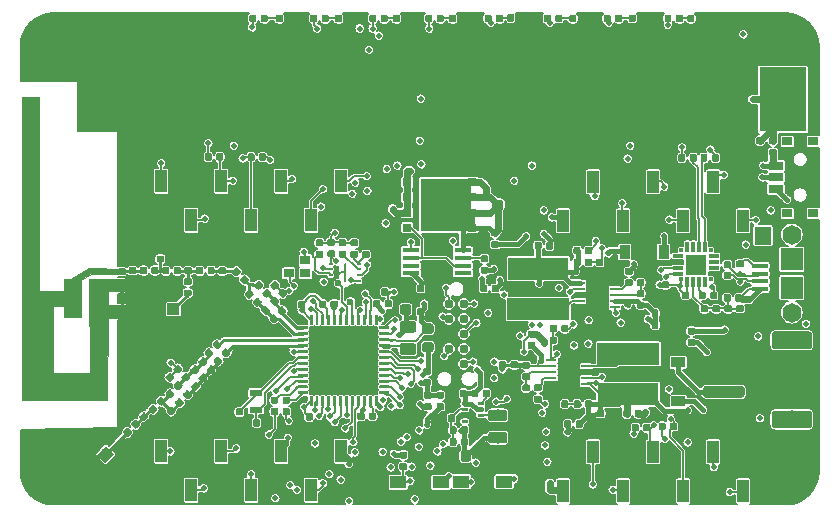
<source format=gbr>
G04 #@! TF.GenerationSoftware,KiCad,Pcbnew,5.1.3-ffb9f22~84~ubuntu19.04.1*
G04 #@! TF.CreationDate,2019-08-01T13:20:31-05:00*
G04 #@! TF.ProjectId,LeashPCB,4c656173-6850-4434-922e-6b696361645f,rev?*
G04 #@! TF.SameCoordinates,Original*
G04 #@! TF.FileFunction,Copper,L1,Top*
G04 #@! TF.FilePolarity,Positive*
%FSLAX46Y46*%
G04 Gerber Fmt 4.6, Leading zero omitted, Abs format (unit mm)*
G04 Created by KiCad (PCBNEW 5.1.3-ffb9f22~84~ubuntu19.04.1) date 2019-08-01 13:20:31*
%MOMM*%
%LPD*%
G04 APERTURE LIST*
%ADD10C,0.010000*%
%ADD11C,0.100000*%
%ADD12C,0.590000*%
%ADD13R,1.000000X1.900000*%
%ADD14R,0.900000X0.750000*%
%ADD15R,1.300000X0.700000*%
%ADD16C,0.975000*%
%ADD17R,4.000000X5.500000*%
%ADD18R,0.850000X0.280000*%
%ADD19R,1.650000X2.400000*%
%ADD20R,0.280000X0.700000*%
%ADD21C,0.600000*%
%ADD22C,1.500000*%
%ADD23C,1.000000*%
%ADD24R,4.290000X4.500000*%
%ADD25R,0.800000X0.700000*%
%ADD26R,1.450000X0.450000*%
%ADD27R,1.800000X1.800000*%
%ADD28R,0.900000X0.300000*%
%ADD29R,0.300000X0.900000*%
%ADD30R,0.300000X0.300000*%
%ADD31R,1.400000X1.600000*%
%ADD32R,1.350000X0.400000*%
%ADD33R,1.900000X1.900000*%
%ADD34O,1.600000X1.651000*%
%ADD35C,0.875000*%
%ADD36R,5.300000X1.900000*%
%ADD37R,5.200000X1.900000*%
%ADD38R,0.500000X1.000000*%
%ADD39R,0.500000X0.500000*%
%ADD40C,0.250000*%
%ADD41C,0.200000*%
%ADD42R,0.300000X0.250000*%
%ADD43R,2.200000X1.050000*%
%ADD44R,1.050000X1.000000*%
%ADD45C,1.050000*%
%ADD46R,1.400000X1.050000*%
%ADD47C,5.150000*%
%ADD48C,0.787400*%
%ADD49R,1.200000X0.900000*%
%ADD50R,0.900000X1.200000*%
%ADD51R,0.900000X0.800000*%
%ADD52R,1.100000X0.600000*%
%ADD53C,0.500000*%
%ADD54C,0.127000*%
%ADD55C,0.600000*%
%ADD56C,0.250000*%
%ADD57C,0.400000*%
%ADD58C,0.152400*%
%ADD59C,0.200000*%
G04 APERTURE END LIST*
D10*
G36*
X102022350Y-60051984D02*
G01*
X102022322Y-60320000D01*
X100883355Y-60320000D01*
X99191492Y-60316587D01*
X98310210Y-60835941D01*
X98310210Y-63952423D01*
X96835536Y-63952423D01*
X96835536Y-62960831D01*
X95971071Y-62960831D01*
X95971071Y-68706977D01*
X99054011Y-68706977D01*
X99034835Y-60710681D01*
X102022322Y-60720000D01*
X102022322Y-61750000D01*
X100598499Y-61765836D01*
X100598499Y-62909980D01*
X101037087Y-62913456D01*
X101207706Y-62914276D01*
X101385356Y-62914220D01*
X101553401Y-62913350D01*
X101695207Y-62911733D01*
X101748999Y-62910711D01*
X102022322Y-62904490D01*
X102022322Y-63977848D01*
X100581447Y-63977848D01*
X100564564Y-66094515D01*
X100550775Y-68396818D01*
X100547648Y-70918989D01*
X93352252Y-70918989D01*
X93352252Y-45341012D01*
X94776076Y-45341012D01*
X94776076Y-61714985D01*
X96835536Y-61714985D01*
X96835536Y-60729407D01*
X97159710Y-60718182D01*
X97483884Y-60706958D01*
X98993850Y-59815938D01*
X102022379Y-59820791D01*
X102022350Y-60051984D01*
X102022350Y-60051984D01*
G37*
X102022350Y-60051984D02*
X102022322Y-60320000D01*
X100883355Y-60320000D01*
X99191492Y-60316587D01*
X98310210Y-60835941D01*
X98310210Y-63952423D01*
X96835536Y-63952423D01*
X96835536Y-62960831D01*
X95971071Y-62960831D01*
X95971071Y-68706977D01*
X99054011Y-68706977D01*
X99034835Y-60710681D01*
X102022322Y-60720000D01*
X102022322Y-61750000D01*
X100598499Y-61765836D01*
X100598499Y-62909980D01*
X101037087Y-62913456D01*
X101207706Y-62914276D01*
X101385356Y-62914220D01*
X101553401Y-62913350D01*
X101695207Y-62911733D01*
X101748999Y-62910711D01*
X102022322Y-62904490D01*
X102022322Y-63977848D01*
X100581447Y-63977848D01*
X100564564Y-66094515D01*
X100550775Y-68396818D01*
X100547648Y-70918989D01*
X93352252Y-70918989D01*
X93352252Y-45341012D01*
X94776076Y-45341012D01*
X94776076Y-61714985D01*
X96835536Y-61714985D01*
X96835536Y-60729407D01*
X97159710Y-60718182D01*
X97483884Y-60706958D01*
X98993850Y-59815938D01*
X102022379Y-59820791D01*
X102022350Y-60051984D01*
D11*
G36*
X139446958Y-64580710D02*
G01*
X139461276Y-64582834D01*
X139475317Y-64586351D01*
X139488946Y-64591228D01*
X139502031Y-64597417D01*
X139514447Y-64604858D01*
X139526073Y-64613481D01*
X139536798Y-64623202D01*
X139546519Y-64633927D01*
X139555142Y-64645553D01*
X139562583Y-64657969D01*
X139568772Y-64671054D01*
X139573649Y-64684683D01*
X139577166Y-64698724D01*
X139579290Y-64713042D01*
X139580000Y-64727500D01*
X139580000Y-65072500D01*
X139579290Y-65086958D01*
X139577166Y-65101276D01*
X139573649Y-65115317D01*
X139568772Y-65128946D01*
X139562583Y-65142031D01*
X139555142Y-65154447D01*
X139546519Y-65166073D01*
X139536798Y-65176798D01*
X139526073Y-65186519D01*
X139514447Y-65195142D01*
X139502031Y-65202583D01*
X139488946Y-65208772D01*
X139475317Y-65213649D01*
X139461276Y-65217166D01*
X139446958Y-65219290D01*
X139432500Y-65220000D01*
X139137500Y-65220000D01*
X139123042Y-65219290D01*
X139108724Y-65217166D01*
X139094683Y-65213649D01*
X139081054Y-65208772D01*
X139067969Y-65202583D01*
X139055553Y-65195142D01*
X139043927Y-65186519D01*
X139033202Y-65176798D01*
X139023481Y-65166073D01*
X139014858Y-65154447D01*
X139007417Y-65142031D01*
X139001228Y-65128946D01*
X138996351Y-65115317D01*
X138992834Y-65101276D01*
X138990710Y-65086958D01*
X138990000Y-65072500D01*
X138990000Y-64727500D01*
X138990710Y-64713042D01*
X138992834Y-64698724D01*
X138996351Y-64684683D01*
X139001228Y-64671054D01*
X139007417Y-64657969D01*
X139014858Y-64645553D01*
X139023481Y-64633927D01*
X139033202Y-64623202D01*
X139043927Y-64613481D01*
X139055553Y-64604858D01*
X139067969Y-64597417D01*
X139081054Y-64591228D01*
X139094683Y-64586351D01*
X139108724Y-64582834D01*
X139123042Y-64580710D01*
X139137500Y-64580000D01*
X139432500Y-64580000D01*
X139446958Y-64580710D01*
X139446958Y-64580710D01*
G37*
D12*
X139285000Y-64900000D03*
D11*
G36*
X138476958Y-64580710D02*
G01*
X138491276Y-64582834D01*
X138505317Y-64586351D01*
X138518946Y-64591228D01*
X138532031Y-64597417D01*
X138544447Y-64604858D01*
X138556073Y-64613481D01*
X138566798Y-64623202D01*
X138576519Y-64633927D01*
X138585142Y-64645553D01*
X138592583Y-64657969D01*
X138598772Y-64671054D01*
X138603649Y-64684683D01*
X138607166Y-64698724D01*
X138609290Y-64713042D01*
X138610000Y-64727500D01*
X138610000Y-65072500D01*
X138609290Y-65086958D01*
X138607166Y-65101276D01*
X138603649Y-65115317D01*
X138598772Y-65128946D01*
X138592583Y-65142031D01*
X138585142Y-65154447D01*
X138576519Y-65166073D01*
X138566798Y-65176798D01*
X138556073Y-65186519D01*
X138544447Y-65195142D01*
X138532031Y-65202583D01*
X138518946Y-65208772D01*
X138505317Y-65213649D01*
X138491276Y-65217166D01*
X138476958Y-65219290D01*
X138462500Y-65220000D01*
X138167500Y-65220000D01*
X138153042Y-65219290D01*
X138138724Y-65217166D01*
X138124683Y-65213649D01*
X138111054Y-65208772D01*
X138097969Y-65202583D01*
X138085553Y-65195142D01*
X138073927Y-65186519D01*
X138063202Y-65176798D01*
X138053481Y-65166073D01*
X138044858Y-65154447D01*
X138037417Y-65142031D01*
X138031228Y-65128946D01*
X138026351Y-65115317D01*
X138022834Y-65101276D01*
X138020710Y-65086958D01*
X138020000Y-65072500D01*
X138020000Y-64727500D01*
X138020710Y-64713042D01*
X138022834Y-64698724D01*
X138026351Y-64684683D01*
X138031228Y-64671054D01*
X138037417Y-64657969D01*
X138044858Y-64645553D01*
X138053481Y-64633927D01*
X138063202Y-64623202D01*
X138073927Y-64613481D01*
X138085553Y-64604858D01*
X138097969Y-64597417D01*
X138111054Y-64591228D01*
X138124683Y-64586351D01*
X138138724Y-64582834D01*
X138153042Y-64580710D01*
X138167500Y-64580000D01*
X138462500Y-64580000D01*
X138476958Y-64580710D01*
X138476958Y-64580710D01*
G37*
D12*
X138315000Y-64900000D03*
D13*
X115270000Y-75279999D03*
X110190000Y-75279999D03*
X120350000Y-75279999D03*
X112730000Y-78579999D03*
X105110000Y-75279999D03*
X107650000Y-78579999D03*
X117810000Y-78579999D03*
X122890000Y-78579999D03*
X107650000Y-55719999D03*
X112730000Y-55719999D03*
X117810000Y-55719999D03*
X122890000Y-55719999D03*
X105110000Y-52419999D03*
X110190000Y-52419999D03*
X115270000Y-52419999D03*
X120350000Y-52419999D03*
D14*
X160300000Y-49050000D03*
X158100000Y-49050000D03*
X160300000Y-55150000D03*
X158100000Y-55150000D03*
D15*
X157150000Y-51100000D03*
X157150000Y-52100000D03*
X157150000Y-53100000D03*
D11*
G36*
X157086958Y-48720710D02*
G01*
X157101276Y-48722834D01*
X157115317Y-48726351D01*
X157128946Y-48731228D01*
X157142031Y-48737417D01*
X157154447Y-48744858D01*
X157166073Y-48753481D01*
X157176798Y-48763202D01*
X157186519Y-48773927D01*
X157195142Y-48785553D01*
X157202583Y-48797969D01*
X157208772Y-48811054D01*
X157213649Y-48824683D01*
X157217166Y-48838724D01*
X157219290Y-48853042D01*
X157220000Y-48867500D01*
X157220000Y-49162500D01*
X157219290Y-49176958D01*
X157217166Y-49191276D01*
X157213649Y-49205317D01*
X157208772Y-49218946D01*
X157202583Y-49232031D01*
X157195142Y-49244447D01*
X157186519Y-49256073D01*
X157176798Y-49266798D01*
X157166073Y-49276519D01*
X157154447Y-49285142D01*
X157142031Y-49292583D01*
X157128946Y-49298772D01*
X157115317Y-49303649D01*
X157101276Y-49307166D01*
X157086958Y-49309290D01*
X157072500Y-49310000D01*
X156727500Y-49310000D01*
X156713042Y-49309290D01*
X156698724Y-49307166D01*
X156684683Y-49303649D01*
X156671054Y-49298772D01*
X156657969Y-49292583D01*
X156645553Y-49285142D01*
X156633927Y-49276519D01*
X156623202Y-49266798D01*
X156613481Y-49256073D01*
X156604858Y-49244447D01*
X156597417Y-49232031D01*
X156591228Y-49218946D01*
X156586351Y-49205317D01*
X156582834Y-49191276D01*
X156580710Y-49176958D01*
X156580000Y-49162500D01*
X156580000Y-48867500D01*
X156580710Y-48853042D01*
X156582834Y-48838724D01*
X156586351Y-48824683D01*
X156591228Y-48811054D01*
X156597417Y-48797969D01*
X156604858Y-48785553D01*
X156613481Y-48773927D01*
X156623202Y-48763202D01*
X156633927Y-48753481D01*
X156645553Y-48744858D01*
X156657969Y-48737417D01*
X156671054Y-48731228D01*
X156684683Y-48726351D01*
X156698724Y-48722834D01*
X156713042Y-48720710D01*
X156727500Y-48720000D01*
X157072500Y-48720000D01*
X157086958Y-48720710D01*
X157086958Y-48720710D01*
G37*
D12*
X156900000Y-49015000D03*
D11*
G36*
X157086958Y-49690710D02*
G01*
X157101276Y-49692834D01*
X157115317Y-49696351D01*
X157128946Y-49701228D01*
X157142031Y-49707417D01*
X157154447Y-49714858D01*
X157166073Y-49723481D01*
X157176798Y-49733202D01*
X157186519Y-49743927D01*
X157195142Y-49755553D01*
X157202583Y-49767969D01*
X157208772Y-49781054D01*
X157213649Y-49794683D01*
X157217166Y-49808724D01*
X157219290Y-49823042D01*
X157220000Y-49837500D01*
X157220000Y-50132500D01*
X157219290Y-50146958D01*
X157217166Y-50161276D01*
X157213649Y-50175317D01*
X157208772Y-50188946D01*
X157202583Y-50202031D01*
X157195142Y-50214447D01*
X157186519Y-50226073D01*
X157176798Y-50236798D01*
X157166073Y-50246519D01*
X157154447Y-50255142D01*
X157142031Y-50262583D01*
X157128946Y-50268772D01*
X157115317Y-50273649D01*
X157101276Y-50277166D01*
X157086958Y-50279290D01*
X157072500Y-50280000D01*
X156727500Y-50280000D01*
X156713042Y-50279290D01*
X156698724Y-50277166D01*
X156684683Y-50273649D01*
X156671054Y-50268772D01*
X156657969Y-50262583D01*
X156645553Y-50255142D01*
X156633927Y-50246519D01*
X156623202Y-50236798D01*
X156613481Y-50226073D01*
X156604858Y-50214447D01*
X156597417Y-50202031D01*
X156591228Y-50188946D01*
X156586351Y-50175317D01*
X156582834Y-50161276D01*
X156580710Y-50146958D01*
X156580000Y-50132500D01*
X156580000Y-49837500D01*
X156580710Y-49823042D01*
X156582834Y-49808724D01*
X156586351Y-49794683D01*
X156591228Y-49781054D01*
X156597417Y-49767969D01*
X156604858Y-49755553D01*
X156613481Y-49743927D01*
X156623202Y-49733202D01*
X156633927Y-49723481D01*
X156645553Y-49714858D01*
X156657969Y-49707417D01*
X156671054Y-49701228D01*
X156684683Y-49696351D01*
X156698724Y-49692834D01*
X156713042Y-49690710D01*
X156727500Y-49690000D01*
X157072500Y-49690000D01*
X157086958Y-49690710D01*
X157086958Y-49690710D01*
G37*
D12*
X156900000Y-49985000D03*
D11*
G36*
X137176958Y-57580710D02*
G01*
X137191276Y-57582834D01*
X137205317Y-57586351D01*
X137218946Y-57591228D01*
X137232031Y-57597417D01*
X137244447Y-57604858D01*
X137256073Y-57613481D01*
X137266798Y-57623202D01*
X137276519Y-57633927D01*
X137285142Y-57645553D01*
X137292583Y-57657969D01*
X137298772Y-57671054D01*
X137303649Y-57684683D01*
X137307166Y-57698724D01*
X137309290Y-57713042D01*
X137310000Y-57727500D01*
X137310000Y-58072500D01*
X137309290Y-58086958D01*
X137307166Y-58101276D01*
X137303649Y-58115317D01*
X137298772Y-58128946D01*
X137292583Y-58142031D01*
X137285142Y-58154447D01*
X137276519Y-58166073D01*
X137266798Y-58176798D01*
X137256073Y-58186519D01*
X137244447Y-58195142D01*
X137232031Y-58202583D01*
X137218946Y-58208772D01*
X137205317Y-58213649D01*
X137191276Y-58217166D01*
X137176958Y-58219290D01*
X137162500Y-58220000D01*
X136867500Y-58220000D01*
X136853042Y-58219290D01*
X136838724Y-58217166D01*
X136824683Y-58213649D01*
X136811054Y-58208772D01*
X136797969Y-58202583D01*
X136785553Y-58195142D01*
X136773927Y-58186519D01*
X136763202Y-58176798D01*
X136753481Y-58166073D01*
X136744858Y-58154447D01*
X136737417Y-58142031D01*
X136731228Y-58128946D01*
X136726351Y-58115317D01*
X136722834Y-58101276D01*
X136720710Y-58086958D01*
X136720000Y-58072500D01*
X136720000Y-57727500D01*
X136720710Y-57713042D01*
X136722834Y-57698724D01*
X136726351Y-57684683D01*
X136731228Y-57671054D01*
X136737417Y-57657969D01*
X136744858Y-57645553D01*
X136753481Y-57633927D01*
X136763202Y-57623202D01*
X136773927Y-57613481D01*
X136785553Y-57604858D01*
X136797969Y-57597417D01*
X136811054Y-57591228D01*
X136824683Y-57586351D01*
X136838724Y-57582834D01*
X136853042Y-57580710D01*
X136867500Y-57580000D01*
X137162500Y-57580000D01*
X137176958Y-57580710D01*
X137176958Y-57580710D01*
G37*
D12*
X137015000Y-57900000D03*
D11*
G36*
X138146958Y-57580710D02*
G01*
X138161276Y-57582834D01*
X138175317Y-57586351D01*
X138188946Y-57591228D01*
X138202031Y-57597417D01*
X138214447Y-57604858D01*
X138226073Y-57613481D01*
X138236798Y-57623202D01*
X138246519Y-57633927D01*
X138255142Y-57645553D01*
X138262583Y-57657969D01*
X138268772Y-57671054D01*
X138273649Y-57684683D01*
X138277166Y-57698724D01*
X138279290Y-57713042D01*
X138280000Y-57727500D01*
X138280000Y-58072500D01*
X138279290Y-58086958D01*
X138277166Y-58101276D01*
X138273649Y-58115317D01*
X138268772Y-58128946D01*
X138262583Y-58142031D01*
X138255142Y-58154447D01*
X138246519Y-58166073D01*
X138236798Y-58176798D01*
X138226073Y-58186519D01*
X138214447Y-58195142D01*
X138202031Y-58202583D01*
X138188946Y-58208772D01*
X138175317Y-58213649D01*
X138161276Y-58217166D01*
X138146958Y-58219290D01*
X138132500Y-58220000D01*
X137837500Y-58220000D01*
X137823042Y-58219290D01*
X137808724Y-58217166D01*
X137794683Y-58213649D01*
X137781054Y-58208772D01*
X137767969Y-58202583D01*
X137755553Y-58195142D01*
X137743927Y-58186519D01*
X137733202Y-58176798D01*
X137723481Y-58166073D01*
X137714858Y-58154447D01*
X137707417Y-58142031D01*
X137701228Y-58128946D01*
X137696351Y-58115317D01*
X137692834Y-58101276D01*
X137690710Y-58086958D01*
X137690000Y-58072500D01*
X137690000Y-57727500D01*
X137690710Y-57713042D01*
X137692834Y-57698724D01*
X137696351Y-57684683D01*
X137701228Y-57671054D01*
X137707417Y-57657969D01*
X137714858Y-57645553D01*
X137723481Y-57633927D01*
X137733202Y-57623202D01*
X137743927Y-57613481D01*
X137755553Y-57604858D01*
X137767969Y-57597417D01*
X137781054Y-57591228D01*
X137794683Y-57586351D01*
X137808724Y-57582834D01*
X137823042Y-57580710D01*
X137837500Y-57580000D01*
X138132500Y-57580000D01*
X138146958Y-57580710D01*
X138146958Y-57580710D01*
G37*
D12*
X137985000Y-57900000D03*
D11*
G36*
X144691958Y-71780710D02*
G01*
X144706276Y-71782834D01*
X144720317Y-71786351D01*
X144733946Y-71791228D01*
X144747031Y-71797417D01*
X144759447Y-71804858D01*
X144771073Y-71813481D01*
X144781798Y-71823202D01*
X144791519Y-71833927D01*
X144800142Y-71845553D01*
X144807583Y-71857969D01*
X144813772Y-71871054D01*
X144818649Y-71884683D01*
X144822166Y-71898724D01*
X144824290Y-71913042D01*
X144825000Y-71927500D01*
X144825000Y-72272500D01*
X144824290Y-72286958D01*
X144822166Y-72301276D01*
X144818649Y-72315317D01*
X144813772Y-72328946D01*
X144807583Y-72342031D01*
X144800142Y-72354447D01*
X144791519Y-72366073D01*
X144781798Y-72376798D01*
X144771073Y-72386519D01*
X144759447Y-72395142D01*
X144747031Y-72402583D01*
X144733946Y-72408772D01*
X144720317Y-72413649D01*
X144706276Y-72417166D01*
X144691958Y-72419290D01*
X144677500Y-72420000D01*
X144382500Y-72420000D01*
X144368042Y-72419290D01*
X144353724Y-72417166D01*
X144339683Y-72413649D01*
X144326054Y-72408772D01*
X144312969Y-72402583D01*
X144300553Y-72395142D01*
X144288927Y-72386519D01*
X144278202Y-72376798D01*
X144268481Y-72366073D01*
X144259858Y-72354447D01*
X144252417Y-72342031D01*
X144246228Y-72328946D01*
X144241351Y-72315317D01*
X144237834Y-72301276D01*
X144235710Y-72286958D01*
X144235000Y-72272500D01*
X144235000Y-71927500D01*
X144235710Y-71913042D01*
X144237834Y-71898724D01*
X144241351Y-71884683D01*
X144246228Y-71871054D01*
X144252417Y-71857969D01*
X144259858Y-71845553D01*
X144268481Y-71833927D01*
X144278202Y-71823202D01*
X144288927Y-71813481D01*
X144300553Y-71804858D01*
X144312969Y-71797417D01*
X144326054Y-71791228D01*
X144339683Y-71786351D01*
X144353724Y-71782834D01*
X144368042Y-71780710D01*
X144382500Y-71780000D01*
X144677500Y-71780000D01*
X144691958Y-71780710D01*
X144691958Y-71780710D01*
G37*
D12*
X144530000Y-72100000D03*
D11*
G36*
X145661958Y-71780710D02*
G01*
X145676276Y-71782834D01*
X145690317Y-71786351D01*
X145703946Y-71791228D01*
X145717031Y-71797417D01*
X145729447Y-71804858D01*
X145741073Y-71813481D01*
X145751798Y-71823202D01*
X145761519Y-71833927D01*
X145770142Y-71845553D01*
X145777583Y-71857969D01*
X145783772Y-71871054D01*
X145788649Y-71884683D01*
X145792166Y-71898724D01*
X145794290Y-71913042D01*
X145795000Y-71927500D01*
X145795000Y-72272500D01*
X145794290Y-72286958D01*
X145792166Y-72301276D01*
X145788649Y-72315317D01*
X145783772Y-72328946D01*
X145777583Y-72342031D01*
X145770142Y-72354447D01*
X145761519Y-72366073D01*
X145751798Y-72376798D01*
X145741073Y-72386519D01*
X145729447Y-72395142D01*
X145717031Y-72402583D01*
X145703946Y-72408772D01*
X145690317Y-72413649D01*
X145676276Y-72417166D01*
X145661958Y-72419290D01*
X145647500Y-72420000D01*
X145352500Y-72420000D01*
X145338042Y-72419290D01*
X145323724Y-72417166D01*
X145309683Y-72413649D01*
X145296054Y-72408772D01*
X145282969Y-72402583D01*
X145270553Y-72395142D01*
X145258927Y-72386519D01*
X145248202Y-72376798D01*
X145238481Y-72366073D01*
X145229858Y-72354447D01*
X145222417Y-72342031D01*
X145216228Y-72328946D01*
X145211351Y-72315317D01*
X145207834Y-72301276D01*
X145205710Y-72286958D01*
X145205000Y-72272500D01*
X145205000Y-71927500D01*
X145205710Y-71913042D01*
X145207834Y-71898724D01*
X145211351Y-71884683D01*
X145216228Y-71871054D01*
X145222417Y-71857969D01*
X145229858Y-71845553D01*
X145238481Y-71833927D01*
X145248202Y-71823202D01*
X145258927Y-71813481D01*
X145270553Y-71804858D01*
X145282969Y-71797417D01*
X145296054Y-71791228D01*
X145309683Y-71786351D01*
X145323724Y-71782834D01*
X145338042Y-71780710D01*
X145352500Y-71780000D01*
X145647500Y-71780000D01*
X145661958Y-71780710D01*
X145661958Y-71780710D01*
G37*
D12*
X145500000Y-72100000D03*
D11*
G36*
X150186958Y-65790710D02*
G01*
X150201276Y-65792834D01*
X150215317Y-65796351D01*
X150228946Y-65801228D01*
X150242031Y-65807417D01*
X150254447Y-65814858D01*
X150266073Y-65823481D01*
X150276798Y-65833202D01*
X150286519Y-65843927D01*
X150295142Y-65855553D01*
X150302583Y-65867969D01*
X150308772Y-65881054D01*
X150313649Y-65894683D01*
X150317166Y-65908724D01*
X150319290Y-65923042D01*
X150320000Y-65937500D01*
X150320000Y-66232500D01*
X150319290Y-66246958D01*
X150317166Y-66261276D01*
X150313649Y-66275317D01*
X150308772Y-66288946D01*
X150302583Y-66302031D01*
X150295142Y-66314447D01*
X150286519Y-66326073D01*
X150276798Y-66336798D01*
X150266073Y-66346519D01*
X150254447Y-66355142D01*
X150242031Y-66362583D01*
X150228946Y-66368772D01*
X150215317Y-66373649D01*
X150201276Y-66377166D01*
X150186958Y-66379290D01*
X150172500Y-66380000D01*
X149827500Y-66380000D01*
X149813042Y-66379290D01*
X149798724Y-66377166D01*
X149784683Y-66373649D01*
X149771054Y-66368772D01*
X149757969Y-66362583D01*
X149745553Y-66355142D01*
X149733927Y-66346519D01*
X149723202Y-66336798D01*
X149713481Y-66326073D01*
X149704858Y-66314447D01*
X149697417Y-66302031D01*
X149691228Y-66288946D01*
X149686351Y-66275317D01*
X149682834Y-66261276D01*
X149680710Y-66246958D01*
X149680000Y-66232500D01*
X149680000Y-65937500D01*
X149680710Y-65923042D01*
X149682834Y-65908724D01*
X149686351Y-65894683D01*
X149691228Y-65881054D01*
X149697417Y-65867969D01*
X149704858Y-65855553D01*
X149713481Y-65843927D01*
X149723202Y-65833202D01*
X149733927Y-65823481D01*
X149745553Y-65814858D01*
X149757969Y-65807417D01*
X149771054Y-65801228D01*
X149784683Y-65796351D01*
X149798724Y-65792834D01*
X149813042Y-65790710D01*
X149827500Y-65790000D01*
X150172500Y-65790000D01*
X150186958Y-65790710D01*
X150186958Y-65790710D01*
G37*
D12*
X150000000Y-66085000D03*
D11*
G36*
X150186958Y-64820710D02*
G01*
X150201276Y-64822834D01*
X150215317Y-64826351D01*
X150228946Y-64831228D01*
X150242031Y-64837417D01*
X150254447Y-64844858D01*
X150266073Y-64853481D01*
X150276798Y-64863202D01*
X150286519Y-64873927D01*
X150295142Y-64885553D01*
X150302583Y-64897969D01*
X150308772Y-64911054D01*
X150313649Y-64924683D01*
X150317166Y-64938724D01*
X150319290Y-64953042D01*
X150320000Y-64967500D01*
X150320000Y-65262500D01*
X150319290Y-65276958D01*
X150317166Y-65291276D01*
X150313649Y-65305317D01*
X150308772Y-65318946D01*
X150302583Y-65332031D01*
X150295142Y-65344447D01*
X150286519Y-65356073D01*
X150276798Y-65366798D01*
X150266073Y-65376519D01*
X150254447Y-65385142D01*
X150242031Y-65392583D01*
X150228946Y-65398772D01*
X150215317Y-65403649D01*
X150201276Y-65407166D01*
X150186958Y-65409290D01*
X150172500Y-65410000D01*
X149827500Y-65410000D01*
X149813042Y-65409290D01*
X149798724Y-65407166D01*
X149784683Y-65403649D01*
X149771054Y-65398772D01*
X149757969Y-65392583D01*
X149745553Y-65385142D01*
X149733927Y-65376519D01*
X149723202Y-65366798D01*
X149713481Y-65356073D01*
X149704858Y-65344447D01*
X149697417Y-65332031D01*
X149691228Y-65318946D01*
X149686351Y-65305317D01*
X149682834Y-65291276D01*
X149680710Y-65276958D01*
X149680000Y-65262500D01*
X149680000Y-64967500D01*
X149680710Y-64953042D01*
X149682834Y-64938724D01*
X149686351Y-64924683D01*
X149691228Y-64911054D01*
X149697417Y-64897969D01*
X149704858Y-64885553D01*
X149713481Y-64873927D01*
X149723202Y-64863202D01*
X149733927Y-64853481D01*
X149745553Y-64844858D01*
X149757969Y-64837417D01*
X149771054Y-64831228D01*
X149784683Y-64826351D01*
X149798724Y-64822834D01*
X149813042Y-64820710D01*
X149827500Y-64820000D01*
X150172500Y-64820000D01*
X150186958Y-64820710D01*
X150186958Y-64820710D01*
G37*
D12*
X150000000Y-65115000D03*
D11*
G36*
X126480142Y-66151174D02*
G01*
X126503803Y-66154684D01*
X126527007Y-66160496D01*
X126549529Y-66168554D01*
X126571153Y-66178782D01*
X126591670Y-66191079D01*
X126610883Y-66205329D01*
X126628607Y-66221393D01*
X126644671Y-66239117D01*
X126658921Y-66258330D01*
X126671218Y-66278847D01*
X126681446Y-66300471D01*
X126689504Y-66322993D01*
X126695316Y-66346197D01*
X126698826Y-66369858D01*
X126700000Y-66393750D01*
X126700000Y-66881250D01*
X126698826Y-66905142D01*
X126695316Y-66928803D01*
X126689504Y-66952007D01*
X126681446Y-66974529D01*
X126671218Y-66996153D01*
X126658921Y-67016670D01*
X126644671Y-67035883D01*
X126628607Y-67053607D01*
X126610883Y-67069671D01*
X126591670Y-67083921D01*
X126571153Y-67096218D01*
X126549529Y-67106446D01*
X126527007Y-67114504D01*
X126503803Y-67120316D01*
X126480142Y-67123826D01*
X126456250Y-67125000D01*
X125543750Y-67125000D01*
X125519858Y-67123826D01*
X125496197Y-67120316D01*
X125472993Y-67114504D01*
X125450471Y-67106446D01*
X125428847Y-67096218D01*
X125408330Y-67083921D01*
X125389117Y-67069671D01*
X125371393Y-67053607D01*
X125355329Y-67035883D01*
X125341079Y-67016670D01*
X125328782Y-66996153D01*
X125318554Y-66974529D01*
X125310496Y-66952007D01*
X125304684Y-66928803D01*
X125301174Y-66905142D01*
X125300000Y-66881250D01*
X125300000Y-66393750D01*
X125301174Y-66369858D01*
X125304684Y-66346197D01*
X125310496Y-66322993D01*
X125318554Y-66300471D01*
X125328782Y-66278847D01*
X125341079Y-66258330D01*
X125355329Y-66239117D01*
X125371393Y-66221393D01*
X125389117Y-66205329D01*
X125408330Y-66191079D01*
X125428847Y-66178782D01*
X125450471Y-66168554D01*
X125472993Y-66160496D01*
X125496197Y-66154684D01*
X125519858Y-66151174D01*
X125543750Y-66150000D01*
X126456250Y-66150000D01*
X126480142Y-66151174D01*
X126480142Y-66151174D01*
G37*
D16*
X126000000Y-66637500D03*
D11*
G36*
X126480142Y-64276174D02*
G01*
X126503803Y-64279684D01*
X126527007Y-64285496D01*
X126549529Y-64293554D01*
X126571153Y-64303782D01*
X126591670Y-64316079D01*
X126610883Y-64330329D01*
X126628607Y-64346393D01*
X126644671Y-64364117D01*
X126658921Y-64383330D01*
X126671218Y-64403847D01*
X126681446Y-64425471D01*
X126689504Y-64447993D01*
X126695316Y-64471197D01*
X126698826Y-64494858D01*
X126700000Y-64518750D01*
X126700000Y-65006250D01*
X126698826Y-65030142D01*
X126695316Y-65053803D01*
X126689504Y-65077007D01*
X126681446Y-65099529D01*
X126671218Y-65121153D01*
X126658921Y-65141670D01*
X126644671Y-65160883D01*
X126628607Y-65178607D01*
X126610883Y-65194671D01*
X126591670Y-65208921D01*
X126571153Y-65221218D01*
X126549529Y-65231446D01*
X126527007Y-65239504D01*
X126503803Y-65245316D01*
X126480142Y-65248826D01*
X126456250Y-65250000D01*
X125543750Y-65250000D01*
X125519858Y-65248826D01*
X125496197Y-65245316D01*
X125472993Y-65239504D01*
X125450471Y-65231446D01*
X125428847Y-65221218D01*
X125408330Y-65208921D01*
X125389117Y-65194671D01*
X125371393Y-65178607D01*
X125355329Y-65160883D01*
X125341079Y-65141670D01*
X125328782Y-65121153D01*
X125318554Y-65099529D01*
X125310496Y-65077007D01*
X125304684Y-65053803D01*
X125301174Y-65030142D01*
X125300000Y-65006250D01*
X125300000Y-64518750D01*
X125301174Y-64494858D01*
X125304684Y-64471197D01*
X125310496Y-64447993D01*
X125318554Y-64425471D01*
X125328782Y-64403847D01*
X125341079Y-64383330D01*
X125355329Y-64364117D01*
X125371393Y-64346393D01*
X125389117Y-64330329D01*
X125408330Y-64316079D01*
X125428847Y-64303782D01*
X125450471Y-64293554D01*
X125472993Y-64285496D01*
X125496197Y-64279684D01*
X125519858Y-64276174D01*
X125543750Y-64275000D01*
X126456250Y-64275000D01*
X126480142Y-64276174D01*
X126480142Y-64276174D01*
G37*
D16*
X126000000Y-64762500D03*
D13*
X144224856Y-55794182D03*
X149304856Y-55794182D03*
X139144856Y-55794182D03*
X146764856Y-52494182D03*
X154384856Y-55794182D03*
X151844856Y-52494182D03*
X141684856Y-52494182D03*
X136604856Y-52494182D03*
X151844856Y-75354182D03*
X146764856Y-75354182D03*
X141684856Y-75354182D03*
X136604856Y-75354182D03*
X154384856Y-78654182D03*
X149304856Y-78654182D03*
X144224856Y-78654182D03*
X139144856Y-78654182D03*
D17*
X157750000Y-45500000D03*
D18*
X143525000Y-63050000D03*
X143525000Y-62550000D03*
X143525000Y-62050000D03*
X143525000Y-61550000D03*
X143525000Y-61050000D03*
X140575000Y-61050000D03*
X140575000Y-61550000D03*
X140575000Y-62050000D03*
X140575000Y-62550000D03*
X140575000Y-63050000D03*
D19*
X142050000Y-62050000D03*
D20*
X142300000Y-63600000D03*
X142300000Y-60500000D03*
X141800000Y-63600000D03*
X141800000Y-60500000D03*
D21*
X142530000Y-62910000D03*
X142530000Y-61190000D03*
X141570000Y-62910000D03*
X141570000Y-61190000D03*
X142050000Y-62050000D03*
X139625000Y-68600000D03*
X140105000Y-69460000D03*
X140105000Y-67740000D03*
X139145000Y-69460000D03*
X139145000Y-67740000D03*
D20*
X139875000Y-70150000D03*
X139875000Y-67050000D03*
X139375000Y-70150000D03*
X139375000Y-67050000D03*
D19*
X139625000Y-68600000D03*
D18*
X141100000Y-67600000D03*
X141100000Y-68100000D03*
X141100000Y-68600000D03*
X141100000Y-69100000D03*
X141100000Y-69600000D03*
X138150000Y-69600000D03*
X138150000Y-69100000D03*
X138150000Y-68600000D03*
X138150000Y-68100000D03*
X138150000Y-67600000D03*
D11*
G36*
X159974504Y-65151204D02*
G01*
X159998773Y-65154804D01*
X160022571Y-65160765D01*
X160045671Y-65169030D01*
X160067849Y-65179520D01*
X160088893Y-65192133D01*
X160108598Y-65206747D01*
X160126777Y-65223223D01*
X160143253Y-65241402D01*
X160157867Y-65261107D01*
X160170480Y-65282151D01*
X160180970Y-65304329D01*
X160189235Y-65327429D01*
X160195196Y-65351227D01*
X160198796Y-65375496D01*
X160200000Y-65400000D01*
X160200000Y-66400000D01*
X160198796Y-66424504D01*
X160195196Y-66448773D01*
X160189235Y-66472571D01*
X160180970Y-66495671D01*
X160170480Y-66517849D01*
X160157867Y-66538893D01*
X160143253Y-66558598D01*
X160126777Y-66576777D01*
X160108598Y-66593253D01*
X160088893Y-66607867D01*
X160067849Y-66620480D01*
X160045671Y-66630970D01*
X160022571Y-66639235D01*
X159998773Y-66645196D01*
X159974504Y-66648796D01*
X159950000Y-66650000D01*
X157050000Y-66650000D01*
X157025496Y-66648796D01*
X157001227Y-66645196D01*
X156977429Y-66639235D01*
X156954329Y-66630970D01*
X156932151Y-66620480D01*
X156911107Y-66607867D01*
X156891402Y-66593253D01*
X156873223Y-66576777D01*
X156856747Y-66558598D01*
X156842133Y-66538893D01*
X156829520Y-66517849D01*
X156819030Y-66495671D01*
X156810765Y-66472571D01*
X156804804Y-66448773D01*
X156801204Y-66424504D01*
X156800000Y-66400000D01*
X156800000Y-65400000D01*
X156801204Y-65375496D01*
X156804804Y-65351227D01*
X156810765Y-65327429D01*
X156819030Y-65304329D01*
X156829520Y-65282151D01*
X156842133Y-65261107D01*
X156856747Y-65241402D01*
X156873223Y-65223223D01*
X156891402Y-65206747D01*
X156911107Y-65192133D01*
X156932151Y-65179520D01*
X156954329Y-65169030D01*
X156977429Y-65160765D01*
X157001227Y-65154804D01*
X157025496Y-65151204D01*
X157050000Y-65150000D01*
X159950000Y-65150000D01*
X159974504Y-65151204D01*
X159974504Y-65151204D01*
G37*
D22*
X158500000Y-65900000D03*
D11*
G36*
X159974504Y-71851204D02*
G01*
X159998773Y-71854804D01*
X160022571Y-71860765D01*
X160045671Y-71869030D01*
X160067849Y-71879520D01*
X160088893Y-71892133D01*
X160108598Y-71906747D01*
X160126777Y-71923223D01*
X160143253Y-71941402D01*
X160157867Y-71961107D01*
X160170480Y-71982151D01*
X160180970Y-72004329D01*
X160189235Y-72027429D01*
X160195196Y-72051227D01*
X160198796Y-72075496D01*
X160200000Y-72100000D01*
X160200000Y-73100000D01*
X160198796Y-73124504D01*
X160195196Y-73148773D01*
X160189235Y-73172571D01*
X160180970Y-73195671D01*
X160170480Y-73217849D01*
X160157867Y-73238893D01*
X160143253Y-73258598D01*
X160126777Y-73276777D01*
X160108598Y-73293253D01*
X160088893Y-73307867D01*
X160067849Y-73320480D01*
X160045671Y-73330970D01*
X160022571Y-73339235D01*
X159998773Y-73345196D01*
X159974504Y-73348796D01*
X159950000Y-73350000D01*
X157050000Y-73350000D01*
X157025496Y-73348796D01*
X157001227Y-73345196D01*
X156977429Y-73339235D01*
X156954329Y-73330970D01*
X156932151Y-73320480D01*
X156911107Y-73307867D01*
X156891402Y-73293253D01*
X156873223Y-73276777D01*
X156856747Y-73258598D01*
X156842133Y-73238893D01*
X156829520Y-73217849D01*
X156819030Y-73195671D01*
X156810765Y-73172571D01*
X156804804Y-73148773D01*
X156801204Y-73124504D01*
X156800000Y-73100000D01*
X156800000Y-72100000D01*
X156801204Y-72075496D01*
X156804804Y-72051227D01*
X156810765Y-72027429D01*
X156819030Y-72004329D01*
X156829520Y-71982151D01*
X156842133Y-71961107D01*
X156856747Y-71941402D01*
X156873223Y-71923223D01*
X156891402Y-71906747D01*
X156911107Y-71892133D01*
X156932151Y-71879520D01*
X156954329Y-71869030D01*
X156977429Y-71860765D01*
X157001227Y-71854804D01*
X157025496Y-71851204D01*
X157050000Y-71850000D01*
X159950000Y-71850000D01*
X159974504Y-71851204D01*
X159974504Y-71851204D01*
G37*
D22*
X158500000Y-72600000D03*
D11*
G36*
X154274504Y-67751204D02*
G01*
X154298773Y-67754804D01*
X154322571Y-67760765D01*
X154345671Y-67769030D01*
X154367849Y-67779520D01*
X154388893Y-67792133D01*
X154408598Y-67806747D01*
X154426777Y-67823223D01*
X154443253Y-67841402D01*
X154457867Y-67861107D01*
X154470480Y-67882151D01*
X154480970Y-67904329D01*
X154489235Y-67927429D01*
X154495196Y-67951227D01*
X154498796Y-67975496D01*
X154500000Y-68000000D01*
X154500000Y-68500000D01*
X154498796Y-68524504D01*
X154495196Y-68548773D01*
X154489235Y-68572571D01*
X154480970Y-68595671D01*
X154470480Y-68617849D01*
X154457867Y-68638893D01*
X154443253Y-68658598D01*
X154426777Y-68676777D01*
X154408598Y-68693253D01*
X154388893Y-68707867D01*
X154367849Y-68720480D01*
X154345671Y-68730970D01*
X154322571Y-68739235D01*
X154298773Y-68745196D01*
X154274504Y-68748796D01*
X154250000Y-68750000D01*
X151250000Y-68750000D01*
X151225496Y-68748796D01*
X151201227Y-68745196D01*
X151177429Y-68739235D01*
X151154329Y-68730970D01*
X151132151Y-68720480D01*
X151111107Y-68707867D01*
X151091402Y-68693253D01*
X151073223Y-68676777D01*
X151056747Y-68658598D01*
X151042133Y-68638893D01*
X151029520Y-68617849D01*
X151019030Y-68595671D01*
X151010765Y-68572571D01*
X151004804Y-68548773D01*
X151001204Y-68524504D01*
X151000000Y-68500000D01*
X151000000Y-68000000D01*
X151001204Y-67975496D01*
X151004804Y-67951227D01*
X151010765Y-67927429D01*
X151019030Y-67904329D01*
X151029520Y-67882151D01*
X151042133Y-67861107D01*
X151056747Y-67841402D01*
X151073223Y-67823223D01*
X151091402Y-67806747D01*
X151111107Y-67792133D01*
X151132151Y-67779520D01*
X151154329Y-67769030D01*
X151177429Y-67760765D01*
X151201227Y-67754804D01*
X151225496Y-67751204D01*
X151250000Y-67750000D01*
X154250000Y-67750000D01*
X154274504Y-67751204D01*
X154274504Y-67751204D01*
G37*
D23*
X152750000Y-68250000D03*
D11*
G36*
X154274504Y-69751204D02*
G01*
X154298773Y-69754804D01*
X154322571Y-69760765D01*
X154345671Y-69769030D01*
X154367849Y-69779520D01*
X154388893Y-69792133D01*
X154408598Y-69806747D01*
X154426777Y-69823223D01*
X154443253Y-69841402D01*
X154457867Y-69861107D01*
X154470480Y-69882151D01*
X154480970Y-69904329D01*
X154489235Y-69927429D01*
X154495196Y-69951227D01*
X154498796Y-69975496D01*
X154500000Y-70000000D01*
X154500000Y-70500000D01*
X154498796Y-70524504D01*
X154495196Y-70548773D01*
X154489235Y-70572571D01*
X154480970Y-70595671D01*
X154470480Y-70617849D01*
X154457867Y-70638893D01*
X154443253Y-70658598D01*
X154426777Y-70676777D01*
X154408598Y-70693253D01*
X154388893Y-70707867D01*
X154367849Y-70720480D01*
X154345671Y-70730970D01*
X154322571Y-70739235D01*
X154298773Y-70745196D01*
X154274504Y-70748796D01*
X154250000Y-70750000D01*
X151250000Y-70750000D01*
X151225496Y-70748796D01*
X151201227Y-70745196D01*
X151177429Y-70739235D01*
X151154329Y-70730970D01*
X151132151Y-70720480D01*
X151111107Y-70707867D01*
X151091402Y-70693253D01*
X151073223Y-70676777D01*
X151056747Y-70658598D01*
X151042133Y-70638893D01*
X151029520Y-70617849D01*
X151019030Y-70595671D01*
X151010765Y-70572571D01*
X151004804Y-70548773D01*
X151001204Y-70524504D01*
X151000000Y-70500000D01*
X151000000Y-70000000D01*
X151001204Y-69975496D01*
X151004804Y-69951227D01*
X151010765Y-69927429D01*
X151019030Y-69904329D01*
X151029520Y-69882151D01*
X151042133Y-69861107D01*
X151056747Y-69841402D01*
X151073223Y-69823223D01*
X151091402Y-69806747D01*
X151111107Y-69792133D01*
X151132151Y-69779520D01*
X151154329Y-69769030D01*
X151177429Y-69760765D01*
X151201227Y-69754804D01*
X151225496Y-69751204D01*
X151250000Y-69750000D01*
X154250000Y-69750000D01*
X154274504Y-69751204D01*
X154274504Y-69751204D01*
G37*
D23*
X152750000Y-70250000D03*
D11*
G36*
X128196958Y-61180710D02*
G01*
X128211276Y-61182834D01*
X128225317Y-61186351D01*
X128238946Y-61191228D01*
X128252031Y-61197417D01*
X128264447Y-61204858D01*
X128276073Y-61213481D01*
X128286798Y-61223202D01*
X128296519Y-61233927D01*
X128305142Y-61245553D01*
X128312583Y-61257969D01*
X128318772Y-61271054D01*
X128323649Y-61284683D01*
X128327166Y-61298724D01*
X128329290Y-61313042D01*
X128330000Y-61327500D01*
X128330000Y-61672500D01*
X128329290Y-61686958D01*
X128327166Y-61701276D01*
X128323649Y-61715317D01*
X128318772Y-61728946D01*
X128312583Y-61742031D01*
X128305142Y-61754447D01*
X128296519Y-61766073D01*
X128286798Y-61776798D01*
X128276073Y-61786519D01*
X128264447Y-61795142D01*
X128252031Y-61802583D01*
X128238946Y-61808772D01*
X128225317Y-61813649D01*
X128211276Y-61817166D01*
X128196958Y-61819290D01*
X128182500Y-61820000D01*
X127887500Y-61820000D01*
X127873042Y-61819290D01*
X127858724Y-61817166D01*
X127844683Y-61813649D01*
X127831054Y-61808772D01*
X127817969Y-61802583D01*
X127805553Y-61795142D01*
X127793927Y-61786519D01*
X127783202Y-61776798D01*
X127773481Y-61766073D01*
X127764858Y-61754447D01*
X127757417Y-61742031D01*
X127751228Y-61728946D01*
X127746351Y-61715317D01*
X127742834Y-61701276D01*
X127740710Y-61686958D01*
X127740000Y-61672500D01*
X127740000Y-61327500D01*
X127740710Y-61313042D01*
X127742834Y-61298724D01*
X127746351Y-61284683D01*
X127751228Y-61271054D01*
X127757417Y-61257969D01*
X127764858Y-61245553D01*
X127773481Y-61233927D01*
X127783202Y-61223202D01*
X127793927Y-61213481D01*
X127805553Y-61204858D01*
X127817969Y-61197417D01*
X127831054Y-61191228D01*
X127844683Y-61186351D01*
X127858724Y-61182834D01*
X127873042Y-61180710D01*
X127887500Y-61180000D01*
X128182500Y-61180000D01*
X128196958Y-61180710D01*
X128196958Y-61180710D01*
G37*
D12*
X128035000Y-61500000D03*
D11*
G36*
X127226958Y-61180710D02*
G01*
X127241276Y-61182834D01*
X127255317Y-61186351D01*
X127268946Y-61191228D01*
X127282031Y-61197417D01*
X127294447Y-61204858D01*
X127306073Y-61213481D01*
X127316798Y-61223202D01*
X127326519Y-61233927D01*
X127335142Y-61245553D01*
X127342583Y-61257969D01*
X127348772Y-61271054D01*
X127353649Y-61284683D01*
X127357166Y-61298724D01*
X127359290Y-61313042D01*
X127360000Y-61327500D01*
X127360000Y-61672500D01*
X127359290Y-61686958D01*
X127357166Y-61701276D01*
X127353649Y-61715317D01*
X127348772Y-61728946D01*
X127342583Y-61742031D01*
X127335142Y-61754447D01*
X127326519Y-61766073D01*
X127316798Y-61776798D01*
X127306073Y-61786519D01*
X127294447Y-61795142D01*
X127282031Y-61802583D01*
X127268946Y-61808772D01*
X127255317Y-61813649D01*
X127241276Y-61817166D01*
X127226958Y-61819290D01*
X127212500Y-61820000D01*
X126917500Y-61820000D01*
X126903042Y-61819290D01*
X126888724Y-61817166D01*
X126874683Y-61813649D01*
X126861054Y-61808772D01*
X126847969Y-61802583D01*
X126835553Y-61795142D01*
X126823927Y-61786519D01*
X126813202Y-61776798D01*
X126803481Y-61766073D01*
X126794858Y-61754447D01*
X126787417Y-61742031D01*
X126781228Y-61728946D01*
X126776351Y-61715317D01*
X126772834Y-61701276D01*
X126770710Y-61686958D01*
X126770000Y-61672500D01*
X126770000Y-61327500D01*
X126770710Y-61313042D01*
X126772834Y-61298724D01*
X126776351Y-61284683D01*
X126781228Y-61271054D01*
X126787417Y-61257969D01*
X126794858Y-61245553D01*
X126803481Y-61233927D01*
X126813202Y-61223202D01*
X126823927Y-61213481D01*
X126835553Y-61204858D01*
X126847969Y-61197417D01*
X126861054Y-61191228D01*
X126874683Y-61186351D01*
X126888724Y-61182834D01*
X126903042Y-61180710D01*
X126917500Y-61180000D01*
X127212500Y-61180000D01*
X127226958Y-61180710D01*
X127226958Y-61180710D01*
G37*
D12*
X127065000Y-61500000D03*
D11*
G36*
X132661958Y-59665710D02*
G01*
X132676276Y-59667834D01*
X132690317Y-59671351D01*
X132703946Y-59676228D01*
X132717031Y-59682417D01*
X132729447Y-59689858D01*
X132741073Y-59698481D01*
X132751798Y-59708202D01*
X132761519Y-59718927D01*
X132770142Y-59730553D01*
X132777583Y-59742969D01*
X132783772Y-59756054D01*
X132788649Y-59769683D01*
X132792166Y-59783724D01*
X132794290Y-59798042D01*
X132795000Y-59812500D01*
X132795000Y-60107500D01*
X132794290Y-60121958D01*
X132792166Y-60136276D01*
X132788649Y-60150317D01*
X132783772Y-60163946D01*
X132777583Y-60177031D01*
X132770142Y-60189447D01*
X132761519Y-60201073D01*
X132751798Y-60211798D01*
X132741073Y-60221519D01*
X132729447Y-60230142D01*
X132717031Y-60237583D01*
X132703946Y-60243772D01*
X132690317Y-60248649D01*
X132676276Y-60252166D01*
X132661958Y-60254290D01*
X132647500Y-60255000D01*
X132302500Y-60255000D01*
X132288042Y-60254290D01*
X132273724Y-60252166D01*
X132259683Y-60248649D01*
X132246054Y-60243772D01*
X132232969Y-60237583D01*
X132220553Y-60230142D01*
X132208927Y-60221519D01*
X132198202Y-60211798D01*
X132188481Y-60201073D01*
X132179858Y-60189447D01*
X132172417Y-60177031D01*
X132166228Y-60163946D01*
X132161351Y-60150317D01*
X132157834Y-60136276D01*
X132155710Y-60121958D01*
X132155000Y-60107500D01*
X132155000Y-59812500D01*
X132155710Y-59798042D01*
X132157834Y-59783724D01*
X132161351Y-59769683D01*
X132166228Y-59756054D01*
X132172417Y-59742969D01*
X132179858Y-59730553D01*
X132188481Y-59718927D01*
X132198202Y-59708202D01*
X132208927Y-59698481D01*
X132220553Y-59689858D01*
X132232969Y-59682417D01*
X132246054Y-59676228D01*
X132259683Y-59671351D01*
X132273724Y-59667834D01*
X132288042Y-59665710D01*
X132302500Y-59665000D01*
X132647500Y-59665000D01*
X132661958Y-59665710D01*
X132661958Y-59665710D01*
G37*
D12*
X132475000Y-59960000D03*
D11*
G36*
X132661958Y-58695710D02*
G01*
X132676276Y-58697834D01*
X132690317Y-58701351D01*
X132703946Y-58706228D01*
X132717031Y-58712417D01*
X132729447Y-58719858D01*
X132741073Y-58728481D01*
X132751798Y-58738202D01*
X132761519Y-58748927D01*
X132770142Y-58760553D01*
X132777583Y-58772969D01*
X132783772Y-58786054D01*
X132788649Y-58799683D01*
X132792166Y-58813724D01*
X132794290Y-58828042D01*
X132795000Y-58842500D01*
X132795000Y-59137500D01*
X132794290Y-59151958D01*
X132792166Y-59166276D01*
X132788649Y-59180317D01*
X132783772Y-59193946D01*
X132777583Y-59207031D01*
X132770142Y-59219447D01*
X132761519Y-59231073D01*
X132751798Y-59241798D01*
X132741073Y-59251519D01*
X132729447Y-59260142D01*
X132717031Y-59267583D01*
X132703946Y-59273772D01*
X132690317Y-59278649D01*
X132676276Y-59282166D01*
X132661958Y-59284290D01*
X132647500Y-59285000D01*
X132302500Y-59285000D01*
X132288042Y-59284290D01*
X132273724Y-59282166D01*
X132259683Y-59278649D01*
X132246054Y-59273772D01*
X132232969Y-59267583D01*
X132220553Y-59260142D01*
X132208927Y-59251519D01*
X132198202Y-59241798D01*
X132188481Y-59231073D01*
X132179858Y-59219447D01*
X132172417Y-59207031D01*
X132166228Y-59193946D01*
X132161351Y-59180317D01*
X132157834Y-59166276D01*
X132155710Y-59151958D01*
X132155000Y-59137500D01*
X132155000Y-58842500D01*
X132155710Y-58828042D01*
X132157834Y-58813724D01*
X132161351Y-58799683D01*
X132166228Y-58786054D01*
X132172417Y-58772969D01*
X132179858Y-58760553D01*
X132188481Y-58748927D01*
X132198202Y-58738202D01*
X132208927Y-58728481D01*
X132220553Y-58719858D01*
X132232969Y-58712417D01*
X132246054Y-58706228D01*
X132259683Y-58701351D01*
X132273724Y-58697834D01*
X132288042Y-58695710D01*
X132302500Y-58695000D01*
X132647500Y-58695000D01*
X132661958Y-58695710D01*
X132661958Y-58695710D01*
G37*
D12*
X132475000Y-58990000D03*
D11*
G36*
X132596958Y-62160710D02*
G01*
X132611276Y-62162834D01*
X132625317Y-62166351D01*
X132638946Y-62171228D01*
X132652031Y-62177417D01*
X132664447Y-62184858D01*
X132676073Y-62193481D01*
X132686798Y-62203202D01*
X132696519Y-62213927D01*
X132705142Y-62225553D01*
X132712583Y-62237969D01*
X132718772Y-62251054D01*
X132723649Y-62264683D01*
X132727166Y-62278724D01*
X132729290Y-62293042D01*
X132730000Y-62307500D01*
X132730000Y-62602500D01*
X132729290Y-62616958D01*
X132727166Y-62631276D01*
X132723649Y-62645317D01*
X132718772Y-62658946D01*
X132712583Y-62672031D01*
X132705142Y-62684447D01*
X132696519Y-62696073D01*
X132686798Y-62706798D01*
X132676073Y-62716519D01*
X132664447Y-62725142D01*
X132652031Y-62732583D01*
X132638946Y-62738772D01*
X132625317Y-62743649D01*
X132611276Y-62747166D01*
X132596958Y-62749290D01*
X132582500Y-62750000D01*
X132237500Y-62750000D01*
X132223042Y-62749290D01*
X132208724Y-62747166D01*
X132194683Y-62743649D01*
X132181054Y-62738772D01*
X132167969Y-62732583D01*
X132155553Y-62725142D01*
X132143927Y-62716519D01*
X132133202Y-62706798D01*
X132123481Y-62696073D01*
X132114858Y-62684447D01*
X132107417Y-62672031D01*
X132101228Y-62658946D01*
X132096351Y-62645317D01*
X132092834Y-62631276D01*
X132090710Y-62616958D01*
X132090000Y-62602500D01*
X132090000Y-62307500D01*
X132090710Y-62293042D01*
X132092834Y-62278724D01*
X132096351Y-62264683D01*
X132101228Y-62251054D01*
X132107417Y-62237969D01*
X132114858Y-62225553D01*
X132123481Y-62213927D01*
X132133202Y-62203202D01*
X132143927Y-62193481D01*
X132155553Y-62184858D01*
X132167969Y-62177417D01*
X132181054Y-62171228D01*
X132194683Y-62166351D01*
X132208724Y-62162834D01*
X132223042Y-62160710D01*
X132237500Y-62160000D01*
X132582500Y-62160000D01*
X132596958Y-62160710D01*
X132596958Y-62160710D01*
G37*
D12*
X132410000Y-62455000D03*
D11*
G36*
X132596958Y-61190710D02*
G01*
X132611276Y-61192834D01*
X132625317Y-61196351D01*
X132638946Y-61201228D01*
X132652031Y-61207417D01*
X132664447Y-61214858D01*
X132676073Y-61223481D01*
X132686798Y-61233202D01*
X132696519Y-61243927D01*
X132705142Y-61255553D01*
X132712583Y-61267969D01*
X132718772Y-61281054D01*
X132723649Y-61294683D01*
X132727166Y-61308724D01*
X132729290Y-61323042D01*
X132730000Y-61337500D01*
X132730000Y-61632500D01*
X132729290Y-61646958D01*
X132727166Y-61661276D01*
X132723649Y-61675317D01*
X132718772Y-61688946D01*
X132712583Y-61702031D01*
X132705142Y-61714447D01*
X132696519Y-61726073D01*
X132686798Y-61736798D01*
X132676073Y-61746519D01*
X132664447Y-61755142D01*
X132652031Y-61762583D01*
X132638946Y-61768772D01*
X132625317Y-61773649D01*
X132611276Y-61777166D01*
X132596958Y-61779290D01*
X132582500Y-61780000D01*
X132237500Y-61780000D01*
X132223042Y-61779290D01*
X132208724Y-61777166D01*
X132194683Y-61773649D01*
X132181054Y-61768772D01*
X132167969Y-61762583D01*
X132155553Y-61755142D01*
X132143927Y-61746519D01*
X132133202Y-61736798D01*
X132123481Y-61726073D01*
X132114858Y-61714447D01*
X132107417Y-61702031D01*
X132101228Y-61688946D01*
X132096351Y-61675317D01*
X132092834Y-61661276D01*
X132090710Y-61646958D01*
X132090000Y-61632500D01*
X132090000Y-61337500D01*
X132090710Y-61323042D01*
X132092834Y-61308724D01*
X132096351Y-61294683D01*
X132101228Y-61281054D01*
X132107417Y-61267969D01*
X132114858Y-61255553D01*
X132123481Y-61243927D01*
X132133202Y-61233202D01*
X132143927Y-61223481D01*
X132155553Y-61214858D01*
X132167969Y-61207417D01*
X132181054Y-61201228D01*
X132194683Y-61196351D01*
X132208724Y-61192834D01*
X132223042Y-61190710D01*
X132237500Y-61190000D01*
X132582500Y-61190000D01*
X132596958Y-61190710D01*
X132596958Y-61190710D01*
G37*
D12*
X132410000Y-61485000D03*
D11*
G36*
X147986958Y-61875710D02*
G01*
X148001276Y-61877834D01*
X148015317Y-61881351D01*
X148028946Y-61886228D01*
X148042031Y-61892417D01*
X148054447Y-61899858D01*
X148066073Y-61908481D01*
X148076798Y-61918202D01*
X148086519Y-61928927D01*
X148095142Y-61940553D01*
X148102583Y-61952969D01*
X148108772Y-61966054D01*
X148113649Y-61979683D01*
X148117166Y-61993724D01*
X148119290Y-62008042D01*
X148120000Y-62022500D01*
X148120000Y-62317500D01*
X148119290Y-62331958D01*
X148117166Y-62346276D01*
X148113649Y-62360317D01*
X148108772Y-62373946D01*
X148102583Y-62387031D01*
X148095142Y-62399447D01*
X148086519Y-62411073D01*
X148076798Y-62421798D01*
X148066073Y-62431519D01*
X148054447Y-62440142D01*
X148042031Y-62447583D01*
X148028946Y-62453772D01*
X148015317Y-62458649D01*
X148001276Y-62462166D01*
X147986958Y-62464290D01*
X147972500Y-62465000D01*
X147627500Y-62465000D01*
X147613042Y-62464290D01*
X147598724Y-62462166D01*
X147584683Y-62458649D01*
X147571054Y-62453772D01*
X147557969Y-62447583D01*
X147545553Y-62440142D01*
X147533927Y-62431519D01*
X147523202Y-62421798D01*
X147513481Y-62411073D01*
X147504858Y-62399447D01*
X147497417Y-62387031D01*
X147491228Y-62373946D01*
X147486351Y-62360317D01*
X147482834Y-62346276D01*
X147480710Y-62331958D01*
X147480000Y-62317500D01*
X147480000Y-62022500D01*
X147480710Y-62008042D01*
X147482834Y-61993724D01*
X147486351Y-61979683D01*
X147491228Y-61966054D01*
X147497417Y-61952969D01*
X147504858Y-61940553D01*
X147513481Y-61928927D01*
X147523202Y-61918202D01*
X147533927Y-61908481D01*
X147545553Y-61899858D01*
X147557969Y-61892417D01*
X147571054Y-61886228D01*
X147584683Y-61881351D01*
X147598724Y-61877834D01*
X147613042Y-61875710D01*
X147627500Y-61875000D01*
X147972500Y-61875000D01*
X147986958Y-61875710D01*
X147986958Y-61875710D01*
G37*
D12*
X147800000Y-62170000D03*
D11*
G36*
X147986958Y-60905710D02*
G01*
X148001276Y-60907834D01*
X148015317Y-60911351D01*
X148028946Y-60916228D01*
X148042031Y-60922417D01*
X148054447Y-60929858D01*
X148066073Y-60938481D01*
X148076798Y-60948202D01*
X148086519Y-60958927D01*
X148095142Y-60970553D01*
X148102583Y-60982969D01*
X148108772Y-60996054D01*
X148113649Y-61009683D01*
X148117166Y-61023724D01*
X148119290Y-61038042D01*
X148120000Y-61052500D01*
X148120000Y-61347500D01*
X148119290Y-61361958D01*
X148117166Y-61376276D01*
X148113649Y-61390317D01*
X148108772Y-61403946D01*
X148102583Y-61417031D01*
X148095142Y-61429447D01*
X148086519Y-61441073D01*
X148076798Y-61451798D01*
X148066073Y-61461519D01*
X148054447Y-61470142D01*
X148042031Y-61477583D01*
X148028946Y-61483772D01*
X148015317Y-61488649D01*
X148001276Y-61492166D01*
X147986958Y-61494290D01*
X147972500Y-61495000D01*
X147627500Y-61495000D01*
X147613042Y-61494290D01*
X147598724Y-61492166D01*
X147584683Y-61488649D01*
X147571054Y-61483772D01*
X147557969Y-61477583D01*
X147545553Y-61470142D01*
X147533927Y-61461519D01*
X147523202Y-61451798D01*
X147513481Y-61441073D01*
X147504858Y-61429447D01*
X147497417Y-61417031D01*
X147491228Y-61403946D01*
X147486351Y-61390317D01*
X147482834Y-61376276D01*
X147480710Y-61361958D01*
X147480000Y-61347500D01*
X147480000Y-61052500D01*
X147480710Y-61038042D01*
X147482834Y-61023724D01*
X147486351Y-61009683D01*
X147491228Y-60996054D01*
X147497417Y-60982969D01*
X147504858Y-60970553D01*
X147513481Y-60958927D01*
X147523202Y-60948202D01*
X147533927Y-60938481D01*
X147545553Y-60929858D01*
X147557969Y-60922417D01*
X147571054Y-60916228D01*
X147584683Y-60911351D01*
X147598724Y-60907834D01*
X147613042Y-60905710D01*
X147627500Y-60905000D01*
X147972500Y-60905000D01*
X147986958Y-60905710D01*
X147986958Y-60905710D01*
G37*
D12*
X147800000Y-61200000D03*
D11*
G36*
X149686958Y-62775710D02*
G01*
X149701276Y-62777834D01*
X149715317Y-62781351D01*
X149728946Y-62786228D01*
X149742031Y-62792417D01*
X149754447Y-62799858D01*
X149766073Y-62808481D01*
X149776798Y-62818202D01*
X149786519Y-62828927D01*
X149795142Y-62840553D01*
X149802583Y-62852969D01*
X149808772Y-62866054D01*
X149813649Y-62879683D01*
X149817166Y-62893724D01*
X149819290Y-62908042D01*
X149820000Y-62922500D01*
X149820000Y-63217500D01*
X149819290Y-63231958D01*
X149817166Y-63246276D01*
X149813649Y-63260317D01*
X149808772Y-63273946D01*
X149802583Y-63287031D01*
X149795142Y-63299447D01*
X149786519Y-63311073D01*
X149776798Y-63321798D01*
X149766073Y-63331519D01*
X149754447Y-63340142D01*
X149742031Y-63347583D01*
X149728946Y-63353772D01*
X149715317Y-63358649D01*
X149701276Y-63362166D01*
X149686958Y-63364290D01*
X149672500Y-63365000D01*
X149327500Y-63365000D01*
X149313042Y-63364290D01*
X149298724Y-63362166D01*
X149284683Y-63358649D01*
X149271054Y-63353772D01*
X149257969Y-63347583D01*
X149245553Y-63340142D01*
X149233927Y-63331519D01*
X149223202Y-63321798D01*
X149213481Y-63311073D01*
X149204858Y-63299447D01*
X149197417Y-63287031D01*
X149191228Y-63273946D01*
X149186351Y-63260317D01*
X149182834Y-63246276D01*
X149180710Y-63231958D01*
X149180000Y-63217500D01*
X149180000Y-62922500D01*
X149180710Y-62908042D01*
X149182834Y-62893724D01*
X149186351Y-62879683D01*
X149191228Y-62866054D01*
X149197417Y-62852969D01*
X149204858Y-62840553D01*
X149213481Y-62828927D01*
X149223202Y-62818202D01*
X149233927Y-62808481D01*
X149245553Y-62799858D01*
X149257969Y-62792417D01*
X149271054Y-62786228D01*
X149284683Y-62781351D01*
X149298724Y-62777834D01*
X149313042Y-62775710D01*
X149327500Y-62775000D01*
X149672500Y-62775000D01*
X149686958Y-62775710D01*
X149686958Y-62775710D01*
G37*
D12*
X149500000Y-63070000D03*
D11*
G36*
X149686958Y-61805710D02*
G01*
X149701276Y-61807834D01*
X149715317Y-61811351D01*
X149728946Y-61816228D01*
X149742031Y-61822417D01*
X149754447Y-61829858D01*
X149766073Y-61838481D01*
X149776798Y-61848202D01*
X149786519Y-61858927D01*
X149795142Y-61870553D01*
X149802583Y-61882969D01*
X149808772Y-61896054D01*
X149813649Y-61909683D01*
X149817166Y-61923724D01*
X149819290Y-61938042D01*
X149820000Y-61952500D01*
X149820000Y-62247500D01*
X149819290Y-62261958D01*
X149817166Y-62276276D01*
X149813649Y-62290317D01*
X149808772Y-62303946D01*
X149802583Y-62317031D01*
X149795142Y-62329447D01*
X149786519Y-62341073D01*
X149776798Y-62351798D01*
X149766073Y-62361519D01*
X149754447Y-62370142D01*
X149742031Y-62377583D01*
X149728946Y-62383772D01*
X149715317Y-62388649D01*
X149701276Y-62392166D01*
X149686958Y-62394290D01*
X149672500Y-62395000D01*
X149327500Y-62395000D01*
X149313042Y-62394290D01*
X149298724Y-62392166D01*
X149284683Y-62388649D01*
X149271054Y-62383772D01*
X149257969Y-62377583D01*
X149245553Y-62370142D01*
X149233927Y-62361519D01*
X149223202Y-62351798D01*
X149213481Y-62341073D01*
X149204858Y-62329447D01*
X149197417Y-62317031D01*
X149191228Y-62303946D01*
X149186351Y-62290317D01*
X149182834Y-62276276D01*
X149180710Y-62261958D01*
X149180000Y-62247500D01*
X149180000Y-61952500D01*
X149180710Y-61938042D01*
X149182834Y-61923724D01*
X149186351Y-61909683D01*
X149191228Y-61896054D01*
X149197417Y-61882969D01*
X149204858Y-61870553D01*
X149213481Y-61858927D01*
X149223202Y-61848202D01*
X149233927Y-61838481D01*
X149245553Y-61829858D01*
X149257969Y-61822417D01*
X149271054Y-61816228D01*
X149284683Y-61811351D01*
X149298724Y-61807834D01*
X149313042Y-61805710D01*
X149327500Y-61805000D01*
X149672500Y-61805000D01*
X149686958Y-61805710D01*
X149686958Y-61805710D01*
G37*
D12*
X149500000Y-62100000D03*
D11*
G36*
X154286958Y-63900710D02*
G01*
X154301276Y-63902834D01*
X154315317Y-63906351D01*
X154328946Y-63911228D01*
X154342031Y-63917417D01*
X154354447Y-63924858D01*
X154366073Y-63933481D01*
X154376798Y-63943202D01*
X154386519Y-63953927D01*
X154395142Y-63965553D01*
X154402583Y-63977969D01*
X154408772Y-63991054D01*
X154413649Y-64004683D01*
X154417166Y-64018724D01*
X154419290Y-64033042D01*
X154420000Y-64047500D01*
X154420000Y-64342500D01*
X154419290Y-64356958D01*
X154417166Y-64371276D01*
X154413649Y-64385317D01*
X154408772Y-64398946D01*
X154402583Y-64412031D01*
X154395142Y-64424447D01*
X154386519Y-64436073D01*
X154376798Y-64446798D01*
X154366073Y-64456519D01*
X154354447Y-64465142D01*
X154342031Y-64472583D01*
X154328946Y-64478772D01*
X154315317Y-64483649D01*
X154301276Y-64487166D01*
X154286958Y-64489290D01*
X154272500Y-64490000D01*
X153927500Y-64490000D01*
X153913042Y-64489290D01*
X153898724Y-64487166D01*
X153884683Y-64483649D01*
X153871054Y-64478772D01*
X153857969Y-64472583D01*
X153845553Y-64465142D01*
X153833927Y-64456519D01*
X153823202Y-64446798D01*
X153813481Y-64436073D01*
X153804858Y-64424447D01*
X153797417Y-64412031D01*
X153791228Y-64398946D01*
X153786351Y-64385317D01*
X153782834Y-64371276D01*
X153780710Y-64356958D01*
X153780000Y-64342500D01*
X153780000Y-64047500D01*
X153780710Y-64033042D01*
X153782834Y-64018724D01*
X153786351Y-64004683D01*
X153791228Y-63991054D01*
X153797417Y-63977969D01*
X153804858Y-63965553D01*
X153813481Y-63953927D01*
X153823202Y-63943202D01*
X153833927Y-63933481D01*
X153845553Y-63924858D01*
X153857969Y-63917417D01*
X153871054Y-63911228D01*
X153884683Y-63906351D01*
X153898724Y-63902834D01*
X153913042Y-63900710D01*
X153927500Y-63900000D01*
X154272500Y-63900000D01*
X154286958Y-63900710D01*
X154286958Y-63900710D01*
G37*
D12*
X154100000Y-64195000D03*
D11*
G36*
X154286958Y-62930710D02*
G01*
X154301276Y-62932834D01*
X154315317Y-62936351D01*
X154328946Y-62941228D01*
X154342031Y-62947417D01*
X154354447Y-62954858D01*
X154366073Y-62963481D01*
X154376798Y-62973202D01*
X154386519Y-62983927D01*
X154395142Y-62995553D01*
X154402583Y-63007969D01*
X154408772Y-63021054D01*
X154413649Y-63034683D01*
X154417166Y-63048724D01*
X154419290Y-63063042D01*
X154420000Y-63077500D01*
X154420000Y-63372500D01*
X154419290Y-63386958D01*
X154417166Y-63401276D01*
X154413649Y-63415317D01*
X154408772Y-63428946D01*
X154402583Y-63442031D01*
X154395142Y-63454447D01*
X154386519Y-63466073D01*
X154376798Y-63476798D01*
X154366073Y-63486519D01*
X154354447Y-63495142D01*
X154342031Y-63502583D01*
X154328946Y-63508772D01*
X154315317Y-63513649D01*
X154301276Y-63517166D01*
X154286958Y-63519290D01*
X154272500Y-63520000D01*
X153927500Y-63520000D01*
X153913042Y-63519290D01*
X153898724Y-63517166D01*
X153884683Y-63513649D01*
X153871054Y-63508772D01*
X153857969Y-63502583D01*
X153845553Y-63495142D01*
X153833927Y-63486519D01*
X153823202Y-63476798D01*
X153813481Y-63466073D01*
X153804858Y-63454447D01*
X153797417Y-63442031D01*
X153791228Y-63428946D01*
X153786351Y-63415317D01*
X153782834Y-63401276D01*
X153780710Y-63386958D01*
X153780000Y-63372500D01*
X153780000Y-63077500D01*
X153780710Y-63063042D01*
X153782834Y-63048724D01*
X153786351Y-63034683D01*
X153791228Y-63021054D01*
X153797417Y-63007969D01*
X153804858Y-62995553D01*
X153813481Y-62983927D01*
X153823202Y-62973202D01*
X153833927Y-62963481D01*
X153845553Y-62954858D01*
X153857969Y-62947417D01*
X153871054Y-62941228D01*
X153884683Y-62936351D01*
X153898724Y-62932834D01*
X153913042Y-62930710D01*
X153927500Y-62930000D01*
X154272500Y-62930000D01*
X154286958Y-62930710D01*
X154286958Y-62930710D01*
G37*
D12*
X154100000Y-63225000D03*
D11*
G36*
X152286958Y-62935710D02*
G01*
X152301276Y-62937834D01*
X152315317Y-62941351D01*
X152328946Y-62946228D01*
X152342031Y-62952417D01*
X152354447Y-62959858D01*
X152366073Y-62968481D01*
X152376798Y-62978202D01*
X152386519Y-62988927D01*
X152395142Y-63000553D01*
X152402583Y-63012969D01*
X152408772Y-63026054D01*
X152413649Y-63039683D01*
X152417166Y-63053724D01*
X152419290Y-63068042D01*
X152420000Y-63082500D01*
X152420000Y-63377500D01*
X152419290Y-63391958D01*
X152417166Y-63406276D01*
X152413649Y-63420317D01*
X152408772Y-63433946D01*
X152402583Y-63447031D01*
X152395142Y-63459447D01*
X152386519Y-63471073D01*
X152376798Y-63481798D01*
X152366073Y-63491519D01*
X152354447Y-63500142D01*
X152342031Y-63507583D01*
X152328946Y-63513772D01*
X152315317Y-63518649D01*
X152301276Y-63522166D01*
X152286958Y-63524290D01*
X152272500Y-63525000D01*
X151927500Y-63525000D01*
X151913042Y-63524290D01*
X151898724Y-63522166D01*
X151884683Y-63518649D01*
X151871054Y-63513772D01*
X151857969Y-63507583D01*
X151845553Y-63500142D01*
X151833927Y-63491519D01*
X151823202Y-63481798D01*
X151813481Y-63471073D01*
X151804858Y-63459447D01*
X151797417Y-63447031D01*
X151791228Y-63433946D01*
X151786351Y-63420317D01*
X151782834Y-63406276D01*
X151780710Y-63391958D01*
X151780000Y-63377500D01*
X151780000Y-63082500D01*
X151780710Y-63068042D01*
X151782834Y-63053724D01*
X151786351Y-63039683D01*
X151791228Y-63026054D01*
X151797417Y-63012969D01*
X151804858Y-63000553D01*
X151813481Y-62988927D01*
X151823202Y-62978202D01*
X151833927Y-62968481D01*
X151845553Y-62959858D01*
X151857969Y-62952417D01*
X151871054Y-62946228D01*
X151884683Y-62941351D01*
X151898724Y-62937834D01*
X151913042Y-62935710D01*
X151927500Y-62935000D01*
X152272500Y-62935000D01*
X152286958Y-62935710D01*
X152286958Y-62935710D01*
G37*
D12*
X152100000Y-63230000D03*
D11*
G36*
X152286958Y-63905710D02*
G01*
X152301276Y-63907834D01*
X152315317Y-63911351D01*
X152328946Y-63916228D01*
X152342031Y-63922417D01*
X152354447Y-63929858D01*
X152366073Y-63938481D01*
X152376798Y-63948202D01*
X152386519Y-63958927D01*
X152395142Y-63970553D01*
X152402583Y-63982969D01*
X152408772Y-63996054D01*
X152413649Y-64009683D01*
X152417166Y-64023724D01*
X152419290Y-64038042D01*
X152420000Y-64052500D01*
X152420000Y-64347500D01*
X152419290Y-64361958D01*
X152417166Y-64376276D01*
X152413649Y-64390317D01*
X152408772Y-64403946D01*
X152402583Y-64417031D01*
X152395142Y-64429447D01*
X152386519Y-64441073D01*
X152376798Y-64451798D01*
X152366073Y-64461519D01*
X152354447Y-64470142D01*
X152342031Y-64477583D01*
X152328946Y-64483772D01*
X152315317Y-64488649D01*
X152301276Y-64492166D01*
X152286958Y-64494290D01*
X152272500Y-64495000D01*
X151927500Y-64495000D01*
X151913042Y-64494290D01*
X151898724Y-64492166D01*
X151884683Y-64488649D01*
X151871054Y-64483772D01*
X151857969Y-64477583D01*
X151845553Y-64470142D01*
X151833927Y-64461519D01*
X151823202Y-64451798D01*
X151813481Y-64441073D01*
X151804858Y-64429447D01*
X151797417Y-64417031D01*
X151791228Y-64403946D01*
X151786351Y-64390317D01*
X151782834Y-64376276D01*
X151780710Y-64361958D01*
X151780000Y-64347500D01*
X151780000Y-64052500D01*
X151780710Y-64038042D01*
X151782834Y-64023724D01*
X151786351Y-64009683D01*
X151791228Y-63996054D01*
X151797417Y-63982969D01*
X151804858Y-63970553D01*
X151813481Y-63958927D01*
X151823202Y-63948202D01*
X151833927Y-63938481D01*
X151845553Y-63929858D01*
X151857969Y-63922417D01*
X151871054Y-63916228D01*
X151884683Y-63911351D01*
X151898724Y-63907834D01*
X151913042Y-63905710D01*
X151927500Y-63905000D01*
X152272500Y-63905000D01*
X152286958Y-63905710D01*
X152286958Y-63905710D01*
G37*
D12*
X152100000Y-64200000D03*
D11*
G36*
X133586958Y-61220710D02*
G01*
X133601276Y-61222834D01*
X133615317Y-61226351D01*
X133628946Y-61231228D01*
X133642031Y-61237417D01*
X133654447Y-61244858D01*
X133666073Y-61253481D01*
X133676798Y-61263202D01*
X133686519Y-61273927D01*
X133695142Y-61285553D01*
X133702583Y-61297969D01*
X133708772Y-61311054D01*
X133713649Y-61324683D01*
X133717166Y-61338724D01*
X133719290Y-61353042D01*
X133720000Y-61367500D01*
X133720000Y-61662500D01*
X133719290Y-61676958D01*
X133717166Y-61691276D01*
X133713649Y-61705317D01*
X133708772Y-61718946D01*
X133702583Y-61732031D01*
X133695142Y-61744447D01*
X133686519Y-61756073D01*
X133676798Y-61766798D01*
X133666073Y-61776519D01*
X133654447Y-61785142D01*
X133642031Y-61792583D01*
X133628946Y-61798772D01*
X133615317Y-61803649D01*
X133601276Y-61807166D01*
X133586958Y-61809290D01*
X133572500Y-61810000D01*
X133227500Y-61810000D01*
X133213042Y-61809290D01*
X133198724Y-61807166D01*
X133184683Y-61803649D01*
X133171054Y-61798772D01*
X133157969Y-61792583D01*
X133145553Y-61785142D01*
X133133927Y-61776519D01*
X133123202Y-61766798D01*
X133113481Y-61756073D01*
X133104858Y-61744447D01*
X133097417Y-61732031D01*
X133091228Y-61718946D01*
X133086351Y-61705317D01*
X133082834Y-61691276D01*
X133080710Y-61676958D01*
X133080000Y-61662500D01*
X133080000Y-61367500D01*
X133080710Y-61353042D01*
X133082834Y-61338724D01*
X133086351Y-61324683D01*
X133091228Y-61311054D01*
X133097417Y-61297969D01*
X133104858Y-61285553D01*
X133113481Y-61273927D01*
X133123202Y-61263202D01*
X133133927Y-61253481D01*
X133145553Y-61244858D01*
X133157969Y-61237417D01*
X133171054Y-61231228D01*
X133184683Y-61226351D01*
X133198724Y-61222834D01*
X133213042Y-61220710D01*
X133227500Y-61220000D01*
X133572500Y-61220000D01*
X133586958Y-61220710D01*
X133586958Y-61220710D01*
G37*
D12*
X133400000Y-61515000D03*
D11*
G36*
X133586958Y-62190710D02*
G01*
X133601276Y-62192834D01*
X133615317Y-62196351D01*
X133628946Y-62201228D01*
X133642031Y-62207417D01*
X133654447Y-62214858D01*
X133666073Y-62223481D01*
X133676798Y-62233202D01*
X133686519Y-62243927D01*
X133695142Y-62255553D01*
X133702583Y-62267969D01*
X133708772Y-62281054D01*
X133713649Y-62294683D01*
X133717166Y-62308724D01*
X133719290Y-62323042D01*
X133720000Y-62337500D01*
X133720000Y-62632500D01*
X133719290Y-62646958D01*
X133717166Y-62661276D01*
X133713649Y-62675317D01*
X133708772Y-62688946D01*
X133702583Y-62702031D01*
X133695142Y-62714447D01*
X133686519Y-62726073D01*
X133676798Y-62736798D01*
X133666073Y-62746519D01*
X133654447Y-62755142D01*
X133642031Y-62762583D01*
X133628946Y-62768772D01*
X133615317Y-62773649D01*
X133601276Y-62777166D01*
X133586958Y-62779290D01*
X133572500Y-62780000D01*
X133227500Y-62780000D01*
X133213042Y-62779290D01*
X133198724Y-62777166D01*
X133184683Y-62773649D01*
X133171054Y-62768772D01*
X133157969Y-62762583D01*
X133145553Y-62755142D01*
X133133927Y-62746519D01*
X133123202Y-62736798D01*
X133113481Y-62726073D01*
X133104858Y-62714447D01*
X133097417Y-62702031D01*
X133091228Y-62688946D01*
X133086351Y-62675317D01*
X133082834Y-62661276D01*
X133080710Y-62646958D01*
X133080000Y-62632500D01*
X133080000Y-62337500D01*
X133080710Y-62323042D01*
X133082834Y-62308724D01*
X133086351Y-62294683D01*
X133091228Y-62281054D01*
X133097417Y-62267969D01*
X133104858Y-62255553D01*
X133113481Y-62243927D01*
X133123202Y-62233202D01*
X133133927Y-62223481D01*
X133145553Y-62214858D01*
X133157969Y-62207417D01*
X133171054Y-62201228D01*
X133184683Y-62196351D01*
X133198724Y-62192834D01*
X133213042Y-62190710D01*
X133227500Y-62190000D01*
X133572500Y-62190000D01*
X133586958Y-62190710D01*
X133586958Y-62190710D01*
G37*
D12*
X133400000Y-62485000D03*
D11*
G36*
X142486958Y-72775710D02*
G01*
X142501276Y-72777834D01*
X142515317Y-72781351D01*
X142528946Y-72786228D01*
X142542031Y-72792417D01*
X142554447Y-72799858D01*
X142566073Y-72808481D01*
X142576798Y-72818202D01*
X142586519Y-72828927D01*
X142595142Y-72840553D01*
X142602583Y-72852969D01*
X142608772Y-72866054D01*
X142613649Y-72879683D01*
X142617166Y-72893724D01*
X142619290Y-72908042D01*
X142620000Y-72922500D01*
X142620000Y-73217500D01*
X142619290Y-73231958D01*
X142617166Y-73246276D01*
X142613649Y-73260317D01*
X142608772Y-73273946D01*
X142602583Y-73287031D01*
X142595142Y-73299447D01*
X142586519Y-73311073D01*
X142576798Y-73321798D01*
X142566073Y-73331519D01*
X142554447Y-73340142D01*
X142542031Y-73347583D01*
X142528946Y-73353772D01*
X142515317Y-73358649D01*
X142501276Y-73362166D01*
X142486958Y-73364290D01*
X142472500Y-73365000D01*
X142127500Y-73365000D01*
X142113042Y-73364290D01*
X142098724Y-73362166D01*
X142084683Y-73358649D01*
X142071054Y-73353772D01*
X142057969Y-73347583D01*
X142045553Y-73340142D01*
X142033927Y-73331519D01*
X142023202Y-73321798D01*
X142013481Y-73311073D01*
X142004858Y-73299447D01*
X141997417Y-73287031D01*
X141991228Y-73273946D01*
X141986351Y-73260317D01*
X141982834Y-73246276D01*
X141980710Y-73231958D01*
X141980000Y-73217500D01*
X141980000Y-72922500D01*
X141980710Y-72908042D01*
X141982834Y-72893724D01*
X141986351Y-72879683D01*
X141991228Y-72866054D01*
X141997417Y-72852969D01*
X142004858Y-72840553D01*
X142013481Y-72828927D01*
X142023202Y-72818202D01*
X142033927Y-72808481D01*
X142045553Y-72799858D01*
X142057969Y-72792417D01*
X142071054Y-72786228D01*
X142084683Y-72781351D01*
X142098724Y-72777834D01*
X142113042Y-72775710D01*
X142127500Y-72775000D01*
X142472500Y-72775000D01*
X142486958Y-72775710D01*
X142486958Y-72775710D01*
G37*
D12*
X142300000Y-73070000D03*
D11*
G36*
X142486958Y-71805710D02*
G01*
X142501276Y-71807834D01*
X142515317Y-71811351D01*
X142528946Y-71816228D01*
X142542031Y-71822417D01*
X142554447Y-71829858D01*
X142566073Y-71838481D01*
X142576798Y-71848202D01*
X142586519Y-71858927D01*
X142595142Y-71870553D01*
X142602583Y-71882969D01*
X142608772Y-71896054D01*
X142613649Y-71909683D01*
X142617166Y-71923724D01*
X142619290Y-71938042D01*
X142620000Y-71952500D01*
X142620000Y-72247500D01*
X142619290Y-72261958D01*
X142617166Y-72276276D01*
X142613649Y-72290317D01*
X142608772Y-72303946D01*
X142602583Y-72317031D01*
X142595142Y-72329447D01*
X142586519Y-72341073D01*
X142576798Y-72351798D01*
X142566073Y-72361519D01*
X142554447Y-72370142D01*
X142542031Y-72377583D01*
X142528946Y-72383772D01*
X142515317Y-72388649D01*
X142501276Y-72392166D01*
X142486958Y-72394290D01*
X142472500Y-72395000D01*
X142127500Y-72395000D01*
X142113042Y-72394290D01*
X142098724Y-72392166D01*
X142084683Y-72388649D01*
X142071054Y-72383772D01*
X142057969Y-72377583D01*
X142045553Y-72370142D01*
X142033927Y-72361519D01*
X142023202Y-72351798D01*
X142013481Y-72341073D01*
X142004858Y-72329447D01*
X141997417Y-72317031D01*
X141991228Y-72303946D01*
X141986351Y-72290317D01*
X141982834Y-72276276D01*
X141980710Y-72261958D01*
X141980000Y-72247500D01*
X141980000Y-71952500D01*
X141980710Y-71938042D01*
X141982834Y-71923724D01*
X141986351Y-71909683D01*
X141991228Y-71896054D01*
X141997417Y-71882969D01*
X142004858Y-71870553D01*
X142013481Y-71858927D01*
X142023202Y-71848202D01*
X142033927Y-71838481D01*
X142045553Y-71829858D01*
X142057969Y-71822417D01*
X142071054Y-71816228D01*
X142084683Y-71811351D01*
X142098724Y-71807834D01*
X142113042Y-71805710D01*
X142127500Y-71805000D01*
X142472500Y-71805000D01*
X142486958Y-71805710D01*
X142486958Y-71805710D01*
G37*
D12*
X142300000Y-72100000D03*
D11*
G36*
X129876958Y-70080710D02*
G01*
X129891276Y-70082834D01*
X129905317Y-70086351D01*
X129918946Y-70091228D01*
X129932031Y-70097417D01*
X129944447Y-70104858D01*
X129956073Y-70113481D01*
X129966798Y-70123202D01*
X129976519Y-70133927D01*
X129985142Y-70145553D01*
X129992583Y-70157969D01*
X129998772Y-70171054D01*
X130003649Y-70184683D01*
X130007166Y-70198724D01*
X130009290Y-70213042D01*
X130010000Y-70227500D01*
X130010000Y-70572500D01*
X130009290Y-70586958D01*
X130007166Y-70601276D01*
X130003649Y-70615317D01*
X129998772Y-70628946D01*
X129992583Y-70642031D01*
X129985142Y-70654447D01*
X129976519Y-70666073D01*
X129966798Y-70676798D01*
X129956073Y-70686519D01*
X129944447Y-70695142D01*
X129932031Y-70702583D01*
X129918946Y-70708772D01*
X129905317Y-70713649D01*
X129891276Y-70717166D01*
X129876958Y-70719290D01*
X129862500Y-70720000D01*
X129567500Y-70720000D01*
X129553042Y-70719290D01*
X129538724Y-70717166D01*
X129524683Y-70713649D01*
X129511054Y-70708772D01*
X129497969Y-70702583D01*
X129485553Y-70695142D01*
X129473927Y-70686519D01*
X129463202Y-70676798D01*
X129453481Y-70666073D01*
X129444858Y-70654447D01*
X129437417Y-70642031D01*
X129431228Y-70628946D01*
X129426351Y-70615317D01*
X129422834Y-70601276D01*
X129420710Y-70586958D01*
X129420000Y-70572500D01*
X129420000Y-70227500D01*
X129420710Y-70213042D01*
X129422834Y-70198724D01*
X129426351Y-70184683D01*
X129431228Y-70171054D01*
X129437417Y-70157969D01*
X129444858Y-70145553D01*
X129453481Y-70133927D01*
X129463202Y-70123202D01*
X129473927Y-70113481D01*
X129485553Y-70104858D01*
X129497969Y-70097417D01*
X129511054Y-70091228D01*
X129524683Y-70086351D01*
X129538724Y-70082834D01*
X129553042Y-70080710D01*
X129567500Y-70080000D01*
X129862500Y-70080000D01*
X129876958Y-70080710D01*
X129876958Y-70080710D01*
G37*
D12*
X129715000Y-70400000D03*
D11*
G36*
X130846958Y-70080710D02*
G01*
X130861276Y-70082834D01*
X130875317Y-70086351D01*
X130888946Y-70091228D01*
X130902031Y-70097417D01*
X130914447Y-70104858D01*
X130926073Y-70113481D01*
X130936798Y-70123202D01*
X130946519Y-70133927D01*
X130955142Y-70145553D01*
X130962583Y-70157969D01*
X130968772Y-70171054D01*
X130973649Y-70184683D01*
X130977166Y-70198724D01*
X130979290Y-70213042D01*
X130980000Y-70227500D01*
X130980000Y-70572500D01*
X130979290Y-70586958D01*
X130977166Y-70601276D01*
X130973649Y-70615317D01*
X130968772Y-70628946D01*
X130962583Y-70642031D01*
X130955142Y-70654447D01*
X130946519Y-70666073D01*
X130936798Y-70676798D01*
X130926073Y-70686519D01*
X130914447Y-70695142D01*
X130902031Y-70702583D01*
X130888946Y-70708772D01*
X130875317Y-70713649D01*
X130861276Y-70717166D01*
X130846958Y-70719290D01*
X130832500Y-70720000D01*
X130537500Y-70720000D01*
X130523042Y-70719290D01*
X130508724Y-70717166D01*
X130494683Y-70713649D01*
X130481054Y-70708772D01*
X130467969Y-70702583D01*
X130455553Y-70695142D01*
X130443927Y-70686519D01*
X130433202Y-70676798D01*
X130423481Y-70666073D01*
X130414858Y-70654447D01*
X130407417Y-70642031D01*
X130401228Y-70628946D01*
X130396351Y-70615317D01*
X130392834Y-70601276D01*
X130390710Y-70586958D01*
X130390000Y-70572500D01*
X130390000Y-70227500D01*
X130390710Y-70213042D01*
X130392834Y-70198724D01*
X130396351Y-70184683D01*
X130401228Y-70171054D01*
X130407417Y-70157969D01*
X130414858Y-70145553D01*
X130423481Y-70133927D01*
X130433202Y-70123202D01*
X130443927Y-70113481D01*
X130455553Y-70104858D01*
X130467969Y-70097417D01*
X130481054Y-70091228D01*
X130494683Y-70086351D01*
X130508724Y-70082834D01*
X130523042Y-70080710D01*
X130537500Y-70080000D01*
X130832500Y-70080000D01*
X130846958Y-70080710D01*
X130846958Y-70080710D01*
G37*
D12*
X130685000Y-70400000D03*
D11*
G36*
X147076958Y-64280710D02*
G01*
X147091276Y-64282834D01*
X147105317Y-64286351D01*
X147118946Y-64291228D01*
X147132031Y-64297417D01*
X147144447Y-64304858D01*
X147156073Y-64313481D01*
X147166798Y-64323202D01*
X147176519Y-64333927D01*
X147185142Y-64345553D01*
X147192583Y-64357969D01*
X147198772Y-64371054D01*
X147203649Y-64384683D01*
X147207166Y-64398724D01*
X147209290Y-64413042D01*
X147210000Y-64427500D01*
X147210000Y-64772500D01*
X147209290Y-64786958D01*
X147207166Y-64801276D01*
X147203649Y-64815317D01*
X147198772Y-64828946D01*
X147192583Y-64842031D01*
X147185142Y-64854447D01*
X147176519Y-64866073D01*
X147166798Y-64876798D01*
X147156073Y-64886519D01*
X147144447Y-64895142D01*
X147132031Y-64902583D01*
X147118946Y-64908772D01*
X147105317Y-64913649D01*
X147091276Y-64917166D01*
X147076958Y-64919290D01*
X147062500Y-64920000D01*
X146767500Y-64920000D01*
X146753042Y-64919290D01*
X146738724Y-64917166D01*
X146724683Y-64913649D01*
X146711054Y-64908772D01*
X146697969Y-64902583D01*
X146685553Y-64895142D01*
X146673927Y-64886519D01*
X146663202Y-64876798D01*
X146653481Y-64866073D01*
X146644858Y-64854447D01*
X146637417Y-64842031D01*
X146631228Y-64828946D01*
X146626351Y-64815317D01*
X146622834Y-64801276D01*
X146620710Y-64786958D01*
X146620000Y-64772500D01*
X146620000Y-64427500D01*
X146620710Y-64413042D01*
X146622834Y-64398724D01*
X146626351Y-64384683D01*
X146631228Y-64371054D01*
X146637417Y-64357969D01*
X146644858Y-64345553D01*
X146653481Y-64333927D01*
X146663202Y-64323202D01*
X146673927Y-64313481D01*
X146685553Y-64304858D01*
X146697969Y-64297417D01*
X146711054Y-64291228D01*
X146724683Y-64286351D01*
X146738724Y-64282834D01*
X146753042Y-64280710D01*
X146767500Y-64280000D01*
X147062500Y-64280000D01*
X147076958Y-64280710D01*
X147076958Y-64280710D01*
G37*
D12*
X146915000Y-64600000D03*
D11*
G36*
X148046958Y-64280710D02*
G01*
X148061276Y-64282834D01*
X148075317Y-64286351D01*
X148088946Y-64291228D01*
X148102031Y-64297417D01*
X148114447Y-64304858D01*
X148126073Y-64313481D01*
X148136798Y-64323202D01*
X148146519Y-64333927D01*
X148155142Y-64345553D01*
X148162583Y-64357969D01*
X148168772Y-64371054D01*
X148173649Y-64384683D01*
X148177166Y-64398724D01*
X148179290Y-64413042D01*
X148180000Y-64427500D01*
X148180000Y-64772500D01*
X148179290Y-64786958D01*
X148177166Y-64801276D01*
X148173649Y-64815317D01*
X148168772Y-64828946D01*
X148162583Y-64842031D01*
X148155142Y-64854447D01*
X148146519Y-64866073D01*
X148136798Y-64876798D01*
X148126073Y-64886519D01*
X148114447Y-64895142D01*
X148102031Y-64902583D01*
X148088946Y-64908772D01*
X148075317Y-64913649D01*
X148061276Y-64917166D01*
X148046958Y-64919290D01*
X148032500Y-64920000D01*
X147737500Y-64920000D01*
X147723042Y-64919290D01*
X147708724Y-64917166D01*
X147694683Y-64913649D01*
X147681054Y-64908772D01*
X147667969Y-64902583D01*
X147655553Y-64895142D01*
X147643927Y-64886519D01*
X147633202Y-64876798D01*
X147623481Y-64866073D01*
X147614858Y-64854447D01*
X147607417Y-64842031D01*
X147601228Y-64828946D01*
X147596351Y-64815317D01*
X147592834Y-64801276D01*
X147590710Y-64786958D01*
X147590000Y-64772500D01*
X147590000Y-64427500D01*
X147590710Y-64413042D01*
X147592834Y-64398724D01*
X147596351Y-64384683D01*
X147601228Y-64371054D01*
X147607417Y-64357969D01*
X147614858Y-64345553D01*
X147623481Y-64333927D01*
X147633202Y-64323202D01*
X147643927Y-64313481D01*
X147655553Y-64304858D01*
X147667969Y-64297417D01*
X147681054Y-64291228D01*
X147694683Y-64286351D01*
X147708724Y-64282834D01*
X147723042Y-64280710D01*
X147737500Y-64280000D01*
X148032500Y-64280000D01*
X148046958Y-64280710D01*
X148046958Y-64280710D01*
G37*
D12*
X147885000Y-64600000D03*
D11*
G36*
X135186958Y-66705710D02*
G01*
X135201276Y-66707834D01*
X135215317Y-66711351D01*
X135228946Y-66716228D01*
X135242031Y-66722417D01*
X135254447Y-66729858D01*
X135266073Y-66738481D01*
X135276798Y-66748202D01*
X135286519Y-66758927D01*
X135295142Y-66770553D01*
X135302583Y-66782969D01*
X135308772Y-66796054D01*
X135313649Y-66809683D01*
X135317166Y-66823724D01*
X135319290Y-66838042D01*
X135320000Y-66852500D01*
X135320000Y-67147500D01*
X135319290Y-67161958D01*
X135317166Y-67176276D01*
X135313649Y-67190317D01*
X135308772Y-67203946D01*
X135302583Y-67217031D01*
X135295142Y-67229447D01*
X135286519Y-67241073D01*
X135276798Y-67251798D01*
X135266073Y-67261519D01*
X135254447Y-67270142D01*
X135242031Y-67277583D01*
X135228946Y-67283772D01*
X135215317Y-67288649D01*
X135201276Y-67292166D01*
X135186958Y-67294290D01*
X135172500Y-67295000D01*
X134827500Y-67295000D01*
X134813042Y-67294290D01*
X134798724Y-67292166D01*
X134784683Y-67288649D01*
X134771054Y-67283772D01*
X134757969Y-67277583D01*
X134745553Y-67270142D01*
X134733927Y-67261519D01*
X134723202Y-67251798D01*
X134713481Y-67241073D01*
X134704858Y-67229447D01*
X134697417Y-67217031D01*
X134691228Y-67203946D01*
X134686351Y-67190317D01*
X134682834Y-67176276D01*
X134680710Y-67161958D01*
X134680000Y-67147500D01*
X134680000Y-66852500D01*
X134680710Y-66838042D01*
X134682834Y-66823724D01*
X134686351Y-66809683D01*
X134691228Y-66796054D01*
X134697417Y-66782969D01*
X134704858Y-66770553D01*
X134713481Y-66758927D01*
X134723202Y-66748202D01*
X134733927Y-66738481D01*
X134745553Y-66729858D01*
X134757969Y-66722417D01*
X134771054Y-66716228D01*
X134784683Y-66711351D01*
X134798724Y-66707834D01*
X134813042Y-66705710D01*
X134827500Y-66705000D01*
X135172500Y-66705000D01*
X135186958Y-66705710D01*
X135186958Y-66705710D01*
G37*
D12*
X135000000Y-67000000D03*
D11*
G36*
X135186958Y-67675710D02*
G01*
X135201276Y-67677834D01*
X135215317Y-67681351D01*
X135228946Y-67686228D01*
X135242031Y-67692417D01*
X135254447Y-67699858D01*
X135266073Y-67708481D01*
X135276798Y-67718202D01*
X135286519Y-67728927D01*
X135295142Y-67740553D01*
X135302583Y-67752969D01*
X135308772Y-67766054D01*
X135313649Y-67779683D01*
X135317166Y-67793724D01*
X135319290Y-67808042D01*
X135320000Y-67822500D01*
X135320000Y-68117500D01*
X135319290Y-68131958D01*
X135317166Y-68146276D01*
X135313649Y-68160317D01*
X135308772Y-68173946D01*
X135302583Y-68187031D01*
X135295142Y-68199447D01*
X135286519Y-68211073D01*
X135276798Y-68221798D01*
X135266073Y-68231519D01*
X135254447Y-68240142D01*
X135242031Y-68247583D01*
X135228946Y-68253772D01*
X135215317Y-68258649D01*
X135201276Y-68262166D01*
X135186958Y-68264290D01*
X135172500Y-68265000D01*
X134827500Y-68265000D01*
X134813042Y-68264290D01*
X134798724Y-68262166D01*
X134784683Y-68258649D01*
X134771054Y-68253772D01*
X134757969Y-68247583D01*
X134745553Y-68240142D01*
X134733927Y-68231519D01*
X134723202Y-68221798D01*
X134713481Y-68211073D01*
X134704858Y-68199447D01*
X134697417Y-68187031D01*
X134691228Y-68173946D01*
X134686351Y-68160317D01*
X134682834Y-68146276D01*
X134680710Y-68131958D01*
X134680000Y-68117500D01*
X134680000Y-67822500D01*
X134680710Y-67808042D01*
X134682834Y-67793724D01*
X134686351Y-67779683D01*
X134691228Y-67766054D01*
X134697417Y-67752969D01*
X134704858Y-67740553D01*
X134713481Y-67728927D01*
X134723202Y-67718202D01*
X134733927Y-67708481D01*
X134745553Y-67699858D01*
X134757969Y-67692417D01*
X134771054Y-67686228D01*
X134784683Y-67681351D01*
X134798724Y-67677834D01*
X134813042Y-67675710D01*
X134827500Y-67675000D01*
X135172500Y-67675000D01*
X135186958Y-67675710D01*
X135186958Y-67675710D01*
G37*
D12*
X135000000Y-67970000D03*
D11*
G36*
X147076958Y-63280710D02*
G01*
X147091276Y-63282834D01*
X147105317Y-63286351D01*
X147118946Y-63291228D01*
X147132031Y-63297417D01*
X147144447Y-63304858D01*
X147156073Y-63313481D01*
X147166798Y-63323202D01*
X147176519Y-63333927D01*
X147185142Y-63345553D01*
X147192583Y-63357969D01*
X147198772Y-63371054D01*
X147203649Y-63384683D01*
X147207166Y-63398724D01*
X147209290Y-63413042D01*
X147210000Y-63427500D01*
X147210000Y-63772500D01*
X147209290Y-63786958D01*
X147207166Y-63801276D01*
X147203649Y-63815317D01*
X147198772Y-63828946D01*
X147192583Y-63842031D01*
X147185142Y-63854447D01*
X147176519Y-63866073D01*
X147166798Y-63876798D01*
X147156073Y-63886519D01*
X147144447Y-63895142D01*
X147132031Y-63902583D01*
X147118946Y-63908772D01*
X147105317Y-63913649D01*
X147091276Y-63917166D01*
X147076958Y-63919290D01*
X147062500Y-63920000D01*
X146767500Y-63920000D01*
X146753042Y-63919290D01*
X146738724Y-63917166D01*
X146724683Y-63913649D01*
X146711054Y-63908772D01*
X146697969Y-63902583D01*
X146685553Y-63895142D01*
X146673927Y-63886519D01*
X146663202Y-63876798D01*
X146653481Y-63866073D01*
X146644858Y-63854447D01*
X146637417Y-63842031D01*
X146631228Y-63828946D01*
X146626351Y-63815317D01*
X146622834Y-63801276D01*
X146620710Y-63786958D01*
X146620000Y-63772500D01*
X146620000Y-63427500D01*
X146620710Y-63413042D01*
X146622834Y-63398724D01*
X146626351Y-63384683D01*
X146631228Y-63371054D01*
X146637417Y-63357969D01*
X146644858Y-63345553D01*
X146653481Y-63333927D01*
X146663202Y-63323202D01*
X146673927Y-63313481D01*
X146685553Y-63304858D01*
X146697969Y-63297417D01*
X146711054Y-63291228D01*
X146724683Y-63286351D01*
X146738724Y-63282834D01*
X146753042Y-63280710D01*
X146767500Y-63280000D01*
X147062500Y-63280000D01*
X147076958Y-63280710D01*
X147076958Y-63280710D01*
G37*
D12*
X146915000Y-63600000D03*
D11*
G36*
X148046958Y-63280710D02*
G01*
X148061276Y-63282834D01*
X148075317Y-63286351D01*
X148088946Y-63291228D01*
X148102031Y-63297417D01*
X148114447Y-63304858D01*
X148126073Y-63313481D01*
X148136798Y-63323202D01*
X148146519Y-63333927D01*
X148155142Y-63345553D01*
X148162583Y-63357969D01*
X148168772Y-63371054D01*
X148173649Y-63384683D01*
X148177166Y-63398724D01*
X148179290Y-63413042D01*
X148180000Y-63427500D01*
X148180000Y-63772500D01*
X148179290Y-63786958D01*
X148177166Y-63801276D01*
X148173649Y-63815317D01*
X148168772Y-63828946D01*
X148162583Y-63842031D01*
X148155142Y-63854447D01*
X148146519Y-63866073D01*
X148136798Y-63876798D01*
X148126073Y-63886519D01*
X148114447Y-63895142D01*
X148102031Y-63902583D01*
X148088946Y-63908772D01*
X148075317Y-63913649D01*
X148061276Y-63917166D01*
X148046958Y-63919290D01*
X148032500Y-63920000D01*
X147737500Y-63920000D01*
X147723042Y-63919290D01*
X147708724Y-63917166D01*
X147694683Y-63913649D01*
X147681054Y-63908772D01*
X147667969Y-63902583D01*
X147655553Y-63895142D01*
X147643927Y-63886519D01*
X147633202Y-63876798D01*
X147623481Y-63866073D01*
X147614858Y-63854447D01*
X147607417Y-63842031D01*
X147601228Y-63828946D01*
X147596351Y-63815317D01*
X147592834Y-63801276D01*
X147590710Y-63786958D01*
X147590000Y-63772500D01*
X147590000Y-63427500D01*
X147590710Y-63413042D01*
X147592834Y-63398724D01*
X147596351Y-63384683D01*
X147601228Y-63371054D01*
X147607417Y-63357969D01*
X147614858Y-63345553D01*
X147623481Y-63333927D01*
X147633202Y-63323202D01*
X147643927Y-63313481D01*
X147655553Y-63304858D01*
X147667969Y-63297417D01*
X147681054Y-63291228D01*
X147694683Y-63286351D01*
X147708724Y-63282834D01*
X147723042Y-63280710D01*
X147737500Y-63280000D01*
X148032500Y-63280000D01*
X148046958Y-63280710D01*
X148046958Y-63280710D01*
G37*
D12*
X147885000Y-63600000D03*
D11*
G36*
X129976958Y-74180710D02*
G01*
X129991276Y-74182834D01*
X130005317Y-74186351D01*
X130018946Y-74191228D01*
X130032031Y-74197417D01*
X130044447Y-74204858D01*
X130056073Y-74213481D01*
X130066798Y-74223202D01*
X130076519Y-74233927D01*
X130085142Y-74245553D01*
X130092583Y-74257969D01*
X130098772Y-74271054D01*
X130103649Y-74284683D01*
X130107166Y-74298724D01*
X130109290Y-74313042D01*
X130110000Y-74327500D01*
X130110000Y-74672500D01*
X130109290Y-74686958D01*
X130107166Y-74701276D01*
X130103649Y-74715317D01*
X130098772Y-74728946D01*
X130092583Y-74742031D01*
X130085142Y-74754447D01*
X130076519Y-74766073D01*
X130066798Y-74776798D01*
X130056073Y-74786519D01*
X130044447Y-74795142D01*
X130032031Y-74802583D01*
X130018946Y-74808772D01*
X130005317Y-74813649D01*
X129991276Y-74817166D01*
X129976958Y-74819290D01*
X129962500Y-74820000D01*
X129667500Y-74820000D01*
X129653042Y-74819290D01*
X129638724Y-74817166D01*
X129624683Y-74813649D01*
X129611054Y-74808772D01*
X129597969Y-74802583D01*
X129585553Y-74795142D01*
X129573927Y-74786519D01*
X129563202Y-74776798D01*
X129553481Y-74766073D01*
X129544858Y-74754447D01*
X129537417Y-74742031D01*
X129531228Y-74728946D01*
X129526351Y-74715317D01*
X129522834Y-74701276D01*
X129520710Y-74686958D01*
X129520000Y-74672500D01*
X129520000Y-74327500D01*
X129520710Y-74313042D01*
X129522834Y-74298724D01*
X129526351Y-74284683D01*
X129531228Y-74271054D01*
X129537417Y-74257969D01*
X129544858Y-74245553D01*
X129553481Y-74233927D01*
X129563202Y-74223202D01*
X129573927Y-74213481D01*
X129585553Y-74204858D01*
X129597969Y-74197417D01*
X129611054Y-74191228D01*
X129624683Y-74186351D01*
X129638724Y-74182834D01*
X129653042Y-74180710D01*
X129667500Y-74180000D01*
X129962500Y-74180000D01*
X129976958Y-74180710D01*
X129976958Y-74180710D01*
G37*
D12*
X129815000Y-74500000D03*
D11*
G36*
X130946958Y-74180710D02*
G01*
X130961276Y-74182834D01*
X130975317Y-74186351D01*
X130988946Y-74191228D01*
X131002031Y-74197417D01*
X131014447Y-74204858D01*
X131026073Y-74213481D01*
X131036798Y-74223202D01*
X131046519Y-74233927D01*
X131055142Y-74245553D01*
X131062583Y-74257969D01*
X131068772Y-74271054D01*
X131073649Y-74284683D01*
X131077166Y-74298724D01*
X131079290Y-74313042D01*
X131080000Y-74327500D01*
X131080000Y-74672500D01*
X131079290Y-74686958D01*
X131077166Y-74701276D01*
X131073649Y-74715317D01*
X131068772Y-74728946D01*
X131062583Y-74742031D01*
X131055142Y-74754447D01*
X131046519Y-74766073D01*
X131036798Y-74776798D01*
X131026073Y-74786519D01*
X131014447Y-74795142D01*
X131002031Y-74802583D01*
X130988946Y-74808772D01*
X130975317Y-74813649D01*
X130961276Y-74817166D01*
X130946958Y-74819290D01*
X130932500Y-74820000D01*
X130637500Y-74820000D01*
X130623042Y-74819290D01*
X130608724Y-74817166D01*
X130594683Y-74813649D01*
X130581054Y-74808772D01*
X130567969Y-74802583D01*
X130555553Y-74795142D01*
X130543927Y-74786519D01*
X130533202Y-74776798D01*
X130523481Y-74766073D01*
X130514858Y-74754447D01*
X130507417Y-74742031D01*
X130501228Y-74728946D01*
X130496351Y-74715317D01*
X130492834Y-74701276D01*
X130490710Y-74686958D01*
X130490000Y-74672500D01*
X130490000Y-74327500D01*
X130490710Y-74313042D01*
X130492834Y-74298724D01*
X130496351Y-74284683D01*
X130501228Y-74271054D01*
X130507417Y-74257969D01*
X130514858Y-74245553D01*
X130523481Y-74233927D01*
X130533202Y-74223202D01*
X130543927Y-74213481D01*
X130555553Y-74204858D01*
X130567969Y-74197417D01*
X130581054Y-74191228D01*
X130594683Y-74186351D01*
X130608724Y-74182834D01*
X130623042Y-74180710D01*
X130637500Y-74180000D01*
X130932500Y-74180000D01*
X130946958Y-74180710D01*
X130946958Y-74180710D01*
G37*
D12*
X130785000Y-74500000D03*
D11*
G36*
X134186958Y-66720710D02*
G01*
X134201276Y-66722834D01*
X134215317Y-66726351D01*
X134228946Y-66731228D01*
X134242031Y-66737417D01*
X134254447Y-66744858D01*
X134266073Y-66753481D01*
X134276798Y-66763202D01*
X134286519Y-66773927D01*
X134295142Y-66785553D01*
X134302583Y-66797969D01*
X134308772Y-66811054D01*
X134313649Y-66824683D01*
X134317166Y-66838724D01*
X134319290Y-66853042D01*
X134320000Y-66867500D01*
X134320000Y-67162500D01*
X134319290Y-67176958D01*
X134317166Y-67191276D01*
X134313649Y-67205317D01*
X134308772Y-67218946D01*
X134302583Y-67232031D01*
X134295142Y-67244447D01*
X134286519Y-67256073D01*
X134276798Y-67266798D01*
X134266073Y-67276519D01*
X134254447Y-67285142D01*
X134242031Y-67292583D01*
X134228946Y-67298772D01*
X134215317Y-67303649D01*
X134201276Y-67307166D01*
X134186958Y-67309290D01*
X134172500Y-67310000D01*
X133827500Y-67310000D01*
X133813042Y-67309290D01*
X133798724Y-67307166D01*
X133784683Y-67303649D01*
X133771054Y-67298772D01*
X133757969Y-67292583D01*
X133745553Y-67285142D01*
X133733927Y-67276519D01*
X133723202Y-67266798D01*
X133713481Y-67256073D01*
X133704858Y-67244447D01*
X133697417Y-67232031D01*
X133691228Y-67218946D01*
X133686351Y-67205317D01*
X133682834Y-67191276D01*
X133680710Y-67176958D01*
X133680000Y-67162500D01*
X133680000Y-66867500D01*
X133680710Y-66853042D01*
X133682834Y-66838724D01*
X133686351Y-66824683D01*
X133691228Y-66811054D01*
X133697417Y-66797969D01*
X133704858Y-66785553D01*
X133713481Y-66773927D01*
X133723202Y-66763202D01*
X133733927Y-66753481D01*
X133745553Y-66744858D01*
X133757969Y-66737417D01*
X133771054Y-66731228D01*
X133784683Y-66726351D01*
X133798724Y-66722834D01*
X133813042Y-66720710D01*
X133827500Y-66720000D01*
X134172500Y-66720000D01*
X134186958Y-66720710D01*
X134186958Y-66720710D01*
G37*
D12*
X134000000Y-67015000D03*
D11*
G36*
X134186958Y-67690710D02*
G01*
X134201276Y-67692834D01*
X134215317Y-67696351D01*
X134228946Y-67701228D01*
X134242031Y-67707417D01*
X134254447Y-67714858D01*
X134266073Y-67723481D01*
X134276798Y-67733202D01*
X134286519Y-67743927D01*
X134295142Y-67755553D01*
X134302583Y-67767969D01*
X134308772Y-67781054D01*
X134313649Y-67794683D01*
X134317166Y-67808724D01*
X134319290Y-67823042D01*
X134320000Y-67837500D01*
X134320000Y-68132500D01*
X134319290Y-68146958D01*
X134317166Y-68161276D01*
X134313649Y-68175317D01*
X134308772Y-68188946D01*
X134302583Y-68202031D01*
X134295142Y-68214447D01*
X134286519Y-68226073D01*
X134276798Y-68236798D01*
X134266073Y-68246519D01*
X134254447Y-68255142D01*
X134242031Y-68262583D01*
X134228946Y-68268772D01*
X134215317Y-68273649D01*
X134201276Y-68277166D01*
X134186958Y-68279290D01*
X134172500Y-68280000D01*
X133827500Y-68280000D01*
X133813042Y-68279290D01*
X133798724Y-68277166D01*
X133784683Y-68273649D01*
X133771054Y-68268772D01*
X133757969Y-68262583D01*
X133745553Y-68255142D01*
X133733927Y-68246519D01*
X133723202Y-68236798D01*
X133713481Y-68226073D01*
X133704858Y-68214447D01*
X133697417Y-68202031D01*
X133691228Y-68188946D01*
X133686351Y-68175317D01*
X133682834Y-68161276D01*
X133680710Y-68146958D01*
X133680000Y-68132500D01*
X133680000Y-67837500D01*
X133680710Y-67823042D01*
X133682834Y-67808724D01*
X133686351Y-67794683D01*
X133691228Y-67781054D01*
X133697417Y-67767969D01*
X133704858Y-67755553D01*
X133713481Y-67743927D01*
X133723202Y-67733202D01*
X133733927Y-67723481D01*
X133745553Y-67714858D01*
X133757969Y-67707417D01*
X133771054Y-67701228D01*
X133784683Y-67696351D01*
X133798724Y-67692834D01*
X133813042Y-67690710D01*
X133827500Y-67690000D01*
X134172500Y-67690000D01*
X134186958Y-67690710D01*
X134186958Y-67690710D01*
G37*
D12*
X134000000Y-67985000D03*
D11*
G36*
X113026958Y-38330710D02*
G01*
X113041276Y-38332834D01*
X113055317Y-38336351D01*
X113068946Y-38341228D01*
X113082031Y-38347417D01*
X113094447Y-38354858D01*
X113106073Y-38363481D01*
X113116798Y-38373202D01*
X113126519Y-38383927D01*
X113135142Y-38395553D01*
X113142583Y-38407969D01*
X113148772Y-38421054D01*
X113153649Y-38434683D01*
X113157166Y-38448724D01*
X113159290Y-38463042D01*
X113160000Y-38477500D01*
X113160000Y-38822500D01*
X113159290Y-38836958D01*
X113157166Y-38851276D01*
X113153649Y-38865317D01*
X113148772Y-38878946D01*
X113142583Y-38892031D01*
X113135142Y-38904447D01*
X113126519Y-38916073D01*
X113116798Y-38926798D01*
X113106073Y-38936519D01*
X113094447Y-38945142D01*
X113082031Y-38952583D01*
X113068946Y-38958772D01*
X113055317Y-38963649D01*
X113041276Y-38967166D01*
X113026958Y-38969290D01*
X113012500Y-38970000D01*
X112717500Y-38970000D01*
X112703042Y-38969290D01*
X112688724Y-38967166D01*
X112674683Y-38963649D01*
X112661054Y-38958772D01*
X112647969Y-38952583D01*
X112635553Y-38945142D01*
X112623927Y-38936519D01*
X112613202Y-38926798D01*
X112603481Y-38916073D01*
X112594858Y-38904447D01*
X112587417Y-38892031D01*
X112581228Y-38878946D01*
X112576351Y-38865317D01*
X112572834Y-38851276D01*
X112570710Y-38836958D01*
X112570000Y-38822500D01*
X112570000Y-38477500D01*
X112570710Y-38463042D01*
X112572834Y-38448724D01*
X112576351Y-38434683D01*
X112581228Y-38421054D01*
X112587417Y-38407969D01*
X112594858Y-38395553D01*
X112603481Y-38383927D01*
X112613202Y-38373202D01*
X112623927Y-38363481D01*
X112635553Y-38354858D01*
X112647969Y-38347417D01*
X112661054Y-38341228D01*
X112674683Y-38336351D01*
X112688724Y-38332834D01*
X112703042Y-38330710D01*
X112717500Y-38330000D01*
X113012500Y-38330000D01*
X113026958Y-38330710D01*
X113026958Y-38330710D01*
G37*
D12*
X112865000Y-38650000D03*
D11*
G36*
X113996958Y-38330710D02*
G01*
X114011276Y-38332834D01*
X114025317Y-38336351D01*
X114038946Y-38341228D01*
X114052031Y-38347417D01*
X114064447Y-38354858D01*
X114076073Y-38363481D01*
X114086798Y-38373202D01*
X114096519Y-38383927D01*
X114105142Y-38395553D01*
X114112583Y-38407969D01*
X114118772Y-38421054D01*
X114123649Y-38434683D01*
X114127166Y-38448724D01*
X114129290Y-38463042D01*
X114130000Y-38477500D01*
X114130000Y-38822500D01*
X114129290Y-38836958D01*
X114127166Y-38851276D01*
X114123649Y-38865317D01*
X114118772Y-38878946D01*
X114112583Y-38892031D01*
X114105142Y-38904447D01*
X114096519Y-38916073D01*
X114086798Y-38926798D01*
X114076073Y-38936519D01*
X114064447Y-38945142D01*
X114052031Y-38952583D01*
X114038946Y-38958772D01*
X114025317Y-38963649D01*
X114011276Y-38967166D01*
X113996958Y-38969290D01*
X113982500Y-38970000D01*
X113687500Y-38970000D01*
X113673042Y-38969290D01*
X113658724Y-38967166D01*
X113644683Y-38963649D01*
X113631054Y-38958772D01*
X113617969Y-38952583D01*
X113605553Y-38945142D01*
X113593927Y-38936519D01*
X113583202Y-38926798D01*
X113573481Y-38916073D01*
X113564858Y-38904447D01*
X113557417Y-38892031D01*
X113551228Y-38878946D01*
X113546351Y-38865317D01*
X113542834Y-38851276D01*
X113540710Y-38836958D01*
X113540000Y-38822500D01*
X113540000Y-38477500D01*
X113540710Y-38463042D01*
X113542834Y-38448724D01*
X113546351Y-38434683D01*
X113551228Y-38421054D01*
X113557417Y-38407969D01*
X113564858Y-38395553D01*
X113573481Y-38383927D01*
X113583202Y-38373202D01*
X113593927Y-38363481D01*
X113605553Y-38354858D01*
X113617969Y-38347417D01*
X113631054Y-38341228D01*
X113644683Y-38336351D01*
X113658724Y-38332834D01*
X113673042Y-38330710D01*
X113687500Y-38330000D01*
X113982500Y-38330000D01*
X113996958Y-38330710D01*
X113996958Y-38330710D01*
G37*
D12*
X113835000Y-38650000D03*
D11*
G36*
X132941958Y-38330710D02*
G01*
X132956276Y-38332834D01*
X132970317Y-38336351D01*
X132983946Y-38341228D01*
X132997031Y-38347417D01*
X133009447Y-38354858D01*
X133021073Y-38363481D01*
X133031798Y-38373202D01*
X133041519Y-38383927D01*
X133050142Y-38395553D01*
X133057583Y-38407969D01*
X133063772Y-38421054D01*
X133068649Y-38434683D01*
X133072166Y-38448724D01*
X133074290Y-38463042D01*
X133075000Y-38477500D01*
X133075000Y-38822500D01*
X133074290Y-38836958D01*
X133072166Y-38851276D01*
X133068649Y-38865317D01*
X133063772Y-38878946D01*
X133057583Y-38892031D01*
X133050142Y-38904447D01*
X133041519Y-38916073D01*
X133031798Y-38926798D01*
X133021073Y-38936519D01*
X133009447Y-38945142D01*
X132997031Y-38952583D01*
X132983946Y-38958772D01*
X132970317Y-38963649D01*
X132956276Y-38967166D01*
X132941958Y-38969290D01*
X132927500Y-38970000D01*
X132632500Y-38970000D01*
X132618042Y-38969290D01*
X132603724Y-38967166D01*
X132589683Y-38963649D01*
X132576054Y-38958772D01*
X132562969Y-38952583D01*
X132550553Y-38945142D01*
X132538927Y-38936519D01*
X132528202Y-38926798D01*
X132518481Y-38916073D01*
X132509858Y-38904447D01*
X132502417Y-38892031D01*
X132496228Y-38878946D01*
X132491351Y-38865317D01*
X132487834Y-38851276D01*
X132485710Y-38836958D01*
X132485000Y-38822500D01*
X132485000Y-38477500D01*
X132485710Y-38463042D01*
X132487834Y-38448724D01*
X132491351Y-38434683D01*
X132496228Y-38421054D01*
X132502417Y-38407969D01*
X132509858Y-38395553D01*
X132518481Y-38383927D01*
X132528202Y-38373202D01*
X132538927Y-38363481D01*
X132550553Y-38354858D01*
X132562969Y-38347417D01*
X132576054Y-38341228D01*
X132589683Y-38336351D01*
X132603724Y-38332834D01*
X132618042Y-38330710D01*
X132632500Y-38330000D01*
X132927500Y-38330000D01*
X132941958Y-38330710D01*
X132941958Y-38330710D01*
G37*
D12*
X132780000Y-38650000D03*
D11*
G36*
X133911958Y-38330710D02*
G01*
X133926276Y-38332834D01*
X133940317Y-38336351D01*
X133953946Y-38341228D01*
X133967031Y-38347417D01*
X133979447Y-38354858D01*
X133991073Y-38363481D01*
X134001798Y-38373202D01*
X134011519Y-38383927D01*
X134020142Y-38395553D01*
X134027583Y-38407969D01*
X134033772Y-38421054D01*
X134038649Y-38434683D01*
X134042166Y-38448724D01*
X134044290Y-38463042D01*
X134045000Y-38477500D01*
X134045000Y-38822500D01*
X134044290Y-38836958D01*
X134042166Y-38851276D01*
X134038649Y-38865317D01*
X134033772Y-38878946D01*
X134027583Y-38892031D01*
X134020142Y-38904447D01*
X134011519Y-38916073D01*
X134001798Y-38926798D01*
X133991073Y-38936519D01*
X133979447Y-38945142D01*
X133967031Y-38952583D01*
X133953946Y-38958772D01*
X133940317Y-38963649D01*
X133926276Y-38967166D01*
X133911958Y-38969290D01*
X133897500Y-38970000D01*
X133602500Y-38970000D01*
X133588042Y-38969290D01*
X133573724Y-38967166D01*
X133559683Y-38963649D01*
X133546054Y-38958772D01*
X133532969Y-38952583D01*
X133520553Y-38945142D01*
X133508927Y-38936519D01*
X133498202Y-38926798D01*
X133488481Y-38916073D01*
X133479858Y-38904447D01*
X133472417Y-38892031D01*
X133466228Y-38878946D01*
X133461351Y-38865317D01*
X133457834Y-38851276D01*
X133455710Y-38836958D01*
X133455000Y-38822500D01*
X133455000Y-38477500D01*
X133455710Y-38463042D01*
X133457834Y-38448724D01*
X133461351Y-38434683D01*
X133466228Y-38421054D01*
X133472417Y-38407969D01*
X133479858Y-38395553D01*
X133488481Y-38383927D01*
X133498202Y-38373202D01*
X133508927Y-38363481D01*
X133520553Y-38354858D01*
X133532969Y-38347417D01*
X133546054Y-38341228D01*
X133559683Y-38336351D01*
X133573724Y-38332834D01*
X133588042Y-38330710D01*
X133602500Y-38330000D01*
X133897500Y-38330000D01*
X133911958Y-38330710D01*
X133911958Y-38330710D01*
G37*
D12*
X133750000Y-38650000D03*
D11*
G36*
X118176958Y-38330710D02*
G01*
X118191276Y-38332834D01*
X118205317Y-38336351D01*
X118218946Y-38341228D01*
X118232031Y-38347417D01*
X118244447Y-38354858D01*
X118256073Y-38363481D01*
X118266798Y-38373202D01*
X118276519Y-38383927D01*
X118285142Y-38395553D01*
X118292583Y-38407969D01*
X118298772Y-38421054D01*
X118303649Y-38434683D01*
X118307166Y-38448724D01*
X118309290Y-38463042D01*
X118310000Y-38477500D01*
X118310000Y-38822500D01*
X118309290Y-38836958D01*
X118307166Y-38851276D01*
X118303649Y-38865317D01*
X118298772Y-38878946D01*
X118292583Y-38892031D01*
X118285142Y-38904447D01*
X118276519Y-38916073D01*
X118266798Y-38926798D01*
X118256073Y-38936519D01*
X118244447Y-38945142D01*
X118232031Y-38952583D01*
X118218946Y-38958772D01*
X118205317Y-38963649D01*
X118191276Y-38967166D01*
X118176958Y-38969290D01*
X118162500Y-38970000D01*
X117867500Y-38970000D01*
X117853042Y-38969290D01*
X117838724Y-38967166D01*
X117824683Y-38963649D01*
X117811054Y-38958772D01*
X117797969Y-38952583D01*
X117785553Y-38945142D01*
X117773927Y-38936519D01*
X117763202Y-38926798D01*
X117753481Y-38916073D01*
X117744858Y-38904447D01*
X117737417Y-38892031D01*
X117731228Y-38878946D01*
X117726351Y-38865317D01*
X117722834Y-38851276D01*
X117720710Y-38836958D01*
X117720000Y-38822500D01*
X117720000Y-38477500D01*
X117720710Y-38463042D01*
X117722834Y-38448724D01*
X117726351Y-38434683D01*
X117731228Y-38421054D01*
X117737417Y-38407969D01*
X117744858Y-38395553D01*
X117753481Y-38383927D01*
X117763202Y-38373202D01*
X117773927Y-38363481D01*
X117785553Y-38354858D01*
X117797969Y-38347417D01*
X117811054Y-38341228D01*
X117824683Y-38336351D01*
X117838724Y-38332834D01*
X117853042Y-38330710D01*
X117867500Y-38330000D01*
X118162500Y-38330000D01*
X118176958Y-38330710D01*
X118176958Y-38330710D01*
G37*
D12*
X118015000Y-38650000D03*
D11*
G36*
X119146958Y-38330710D02*
G01*
X119161276Y-38332834D01*
X119175317Y-38336351D01*
X119188946Y-38341228D01*
X119202031Y-38347417D01*
X119214447Y-38354858D01*
X119226073Y-38363481D01*
X119236798Y-38373202D01*
X119246519Y-38383927D01*
X119255142Y-38395553D01*
X119262583Y-38407969D01*
X119268772Y-38421054D01*
X119273649Y-38434683D01*
X119277166Y-38448724D01*
X119279290Y-38463042D01*
X119280000Y-38477500D01*
X119280000Y-38822500D01*
X119279290Y-38836958D01*
X119277166Y-38851276D01*
X119273649Y-38865317D01*
X119268772Y-38878946D01*
X119262583Y-38892031D01*
X119255142Y-38904447D01*
X119246519Y-38916073D01*
X119236798Y-38926798D01*
X119226073Y-38936519D01*
X119214447Y-38945142D01*
X119202031Y-38952583D01*
X119188946Y-38958772D01*
X119175317Y-38963649D01*
X119161276Y-38967166D01*
X119146958Y-38969290D01*
X119132500Y-38970000D01*
X118837500Y-38970000D01*
X118823042Y-38969290D01*
X118808724Y-38967166D01*
X118794683Y-38963649D01*
X118781054Y-38958772D01*
X118767969Y-38952583D01*
X118755553Y-38945142D01*
X118743927Y-38936519D01*
X118733202Y-38926798D01*
X118723481Y-38916073D01*
X118714858Y-38904447D01*
X118707417Y-38892031D01*
X118701228Y-38878946D01*
X118696351Y-38865317D01*
X118692834Y-38851276D01*
X118690710Y-38836958D01*
X118690000Y-38822500D01*
X118690000Y-38477500D01*
X118690710Y-38463042D01*
X118692834Y-38448724D01*
X118696351Y-38434683D01*
X118701228Y-38421054D01*
X118707417Y-38407969D01*
X118714858Y-38395553D01*
X118723481Y-38383927D01*
X118733202Y-38373202D01*
X118743927Y-38363481D01*
X118755553Y-38354858D01*
X118767969Y-38347417D01*
X118781054Y-38341228D01*
X118794683Y-38336351D01*
X118808724Y-38332834D01*
X118823042Y-38330710D01*
X118837500Y-38330000D01*
X119132500Y-38330000D01*
X119146958Y-38330710D01*
X119146958Y-38330710D01*
G37*
D12*
X118985000Y-38650000D03*
D11*
G36*
X123176958Y-38330710D02*
G01*
X123191276Y-38332834D01*
X123205317Y-38336351D01*
X123218946Y-38341228D01*
X123232031Y-38347417D01*
X123244447Y-38354858D01*
X123256073Y-38363481D01*
X123266798Y-38373202D01*
X123276519Y-38383927D01*
X123285142Y-38395553D01*
X123292583Y-38407969D01*
X123298772Y-38421054D01*
X123303649Y-38434683D01*
X123307166Y-38448724D01*
X123309290Y-38463042D01*
X123310000Y-38477500D01*
X123310000Y-38822500D01*
X123309290Y-38836958D01*
X123307166Y-38851276D01*
X123303649Y-38865317D01*
X123298772Y-38878946D01*
X123292583Y-38892031D01*
X123285142Y-38904447D01*
X123276519Y-38916073D01*
X123266798Y-38926798D01*
X123256073Y-38936519D01*
X123244447Y-38945142D01*
X123232031Y-38952583D01*
X123218946Y-38958772D01*
X123205317Y-38963649D01*
X123191276Y-38967166D01*
X123176958Y-38969290D01*
X123162500Y-38970000D01*
X122867500Y-38970000D01*
X122853042Y-38969290D01*
X122838724Y-38967166D01*
X122824683Y-38963649D01*
X122811054Y-38958772D01*
X122797969Y-38952583D01*
X122785553Y-38945142D01*
X122773927Y-38936519D01*
X122763202Y-38926798D01*
X122753481Y-38916073D01*
X122744858Y-38904447D01*
X122737417Y-38892031D01*
X122731228Y-38878946D01*
X122726351Y-38865317D01*
X122722834Y-38851276D01*
X122720710Y-38836958D01*
X122720000Y-38822500D01*
X122720000Y-38477500D01*
X122720710Y-38463042D01*
X122722834Y-38448724D01*
X122726351Y-38434683D01*
X122731228Y-38421054D01*
X122737417Y-38407969D01*
X122744858Y-38395553D01*
X122753481Y-38383927D01*
X122763202Y-38373202D01*
X122773927Y-38363481D01*
X122785553Y-38354858D01*
X122797969Y-38347417D01*
X122811054Y-38341228D01*
X122824683Y-38336351D01*
X122838724Y-38332834D01*
X122853042Y-38330710D01*
X122867500Y-38330000D01*
X123162500Y-38330000D01*
X123176958Y-38330710D01*
X123176958Y-38330710D01*
G37*
D12*
X123015000Y-38650000D03*
D11*
G36*
X124146958Y-38330710D02*
G01*
X124161276Y-38332834D01*
X124175317Y-38336351D01*
X124188946Y-38341228D01*
X124202031Y-38347417D01*
X124214447Y-38354858D01*
X124226073Y-38363481D01*
X124236798Y-38373202D01*
X124246519Y-38383927D01*
X124255142Y-38395553D01*
X124262583Y-38407969D01*
X124268772Y-38421054D01*
X124273649Y-38434683D01*
X124277166Y-38448724D01*
X124279290Y-38463042D01*
X124280000Y-38477500D01*
X124280000Y-38822500D01*
X124279290Y-38836958D01*
X124277166Y-38851276D01*
X124273649Y-38865317D01*
X124268772Y-38878946D01*
X124262583Y-38892031D01*
X124255142Y-38904447D01*
X124246519Y-38916073D01*
X124236798Y-38926798D01*
X124226073Y-38936519D01*
X124214447Y-38945142D01*
X124202031Y-38952583D01*
X124188946Y-38958772D01*
X124175317Y-38963649D01*
X124161276Y-38967166D01*
X124146958Y-38969290D01*
X124132500Y-38970000D01*
X123837500Y-38970000D01*
X123823042Y-38969290D01*
X123808724Y-38967166D01*
X123794683Y-38963649D01*
X123781054Y-38958772D01*
X123767969Y-38952583D01*
X123755553Y-38945142D01*
X123743927Y-38936519D01*
X123733202Y-38926798D01*
X123723481Y-38916073D01*
X123714858Y-38904447D01*
X123707417Y-38892031D01*
X123701228Y-38878946D01*
X123696351Y-38865317D01*
X123692834Y-38851276D01*
X123690710Y-38836958D01*
X123690000Y-38822500D01*
X123690000Y-38477500D01*
X123690710Y-38463042D01*
X123692834Y-38448724D01*
X123696351Y-38434683D01*
X123701228Y-38421054D01*
X123707417Y-38407969D01*
X123714858Y-38395553D01*
X123723481Y-38383927D01*
X123733202Y-38373202D01*
X123743927Y-38363481D01*
X123755553Y-38354858D01*
X123767969Y-38347417D01*
X123781054Y-38341228D01*
X123794683Y-38336351D01*
X123808724Y-38332834D01*
X123823042Y-38330710D01*
X123837500Y-38330000D01*
X124132500Y-38330000D01*
X124146958Y-38330710D01*
X124146958Y-38330710D01*
G37*
D12*
X123985000Y-38650000D03*
D11*
G36*
X127926958Y-38330710D02*
G01*
X127941276Y-38332834D01*
X127955317Y-38336351D01*
X127968946Y-38341228D01*
X127982031Y-38347417D01*
X127994447Y-38354858D01*
X128006073Y-38363481D01*
X128016798Y-38373202D01*
X128026519Y-38383927D01*
X128035142Y-38395553D01*
X128042583Y-38407969D01*
X128048772Y-38421054D01*
X128053649Y-38434683D01*
X128057166Y-38448724D01*
X128059290Y-38463042D01*
X128060000Y-38477500D01*
X128060000Y-38822500D01*
X128059290Y-38836958D01*
X128057166Y-38851276D01*
X128053649Y-38865317D01*
X128048772Y-38878946D01*
X128042583Y-38892031D01*
X128035142Y-38904447D01*
X128026519Y-38916073D01*
X128016798Y-38926798D01*
X128006073Y-38936519D01*
X127994447Y-38945142D01*
X127982031Y-38952583D01*
X127968946Y-38958772D01*
X127955317Y-38963649D01*
X127941276Y-38967166D01*
X127926958Y-38969290D01*
X127912500Y-38970000D01*
X127617500Y-38970000D01*
X127603042Y-38969290D01*
X127588724Y-38967166D01*
X127574683Y-38963649D01*
X127561054Y-38958772D01*
X127547969Y-38952583D01*
X127535553Y-38945142D01*
X127523927Y-38936519D01*
X127513202Y-38926798D01*
X127503481Y-38916073D01*
X127494858Y-38904447D01*
X127487417Y-38892031D01*
X127481228Y-38878946D01*
X127476351Y-38865317D01*
X127472834Y-38851276D01*
X127470710Y-38836958D01*
X127470000Y-38822500D01*
X127470000Y-38477500D01*
X127470710Y-38463042D01*
X127472834Y-38448724D01*
X127476351Y-38434683D01*
X127481228Y-38421054D01*
X127487417Y-38407969D01*
X127494858Y-38395553D01*
X127503481Y-38383927D01*
X127513202Y-38373202D01*
X127523927Y-38363481D01*
X127535553Y-38354858D01*
X127547969Y-38347417D01*
X127561054Y-38341228D01*
X127574683Y-38336351D01*
X127588724Y-38332834D01*
X127603042Y-38330710D01*
X127617500Y-38330000D01*
X127912500Y-38330000D01*
X127926958Y-38330710D01*
X127926958Y-38330710D01*
G37*
D12*
X127765000Y-38650000D03*
D11*
G36*
X128896958Y-38330710D02*
G01*
X128911276Y-38332834D01*
X128925317Y-38336351D01*
X128938946Y-38341228D01*
X128952031Y-38347417D01*
X128964447Y-38354858D01*
X128976073Y-38363481D01*
X128986798Y-38373202D01*
X128996519Y-38383927D01*
X129005142Y-38395553D01*
X129012583Y-38407969D01*
X129018772Y-38421054D01*
X129023649Y-38434683D01*
X129027166Y-38448724D01*
X129029290Y-38463042D01*
X129030000Y-38477500D01*
X129030000Y-38822500D01*
X129029290Y-38836958D01*
X129027166Y-38851276D01*
X129023649Y-38865317D01*
X129018772Y-38878946D01*
X129012583Y-38892031D01*
X129005142Y-38904447D01*
X128996519Y-38916073D01*
X128986798Y-38926798D01*
X128976073Y-38936519D01*
X128964447Y-38945142D01*
X128952031Y-38952583D01*
X128938946Y-38958772D01*
X128925317Y-38963649D01*
X128911276Y-38967166D01*
X128896958Y-38969290D01*
X128882500Y-38970000D01*
X128587500Y-38970000D01*
X128573042Y-38969290D01*
X128558724Y-38967166D01*
X128544683Y-38963649D01*
X128531054Y-38958772D01*
X128517969Y-38952583D01*
X128505553Y-38945142D01*
X128493927Y-38936519D01*
X128483202Y-38926798D01*
X128473481Y-38916073D01*
X128464858Y-38904447D01*
X128457417Y-38892031D01*
X128451228Y-38878946D01*
X128446351Y-38865317D01*
X128442834Y-38851276D01*
X128440710Y-38836958D01*
X128440000Y-38822500D01*
X128440000Y-38477500D01*
X128440710Y-38463042D01*
X128442834Y-38448724D01*
X128446351Y-38434683D01*
X128451228Y-38421054D01*
X128457417Y-38407969D01*
X128464858Y-38395553D01*
X128473481Y-38383927D01*
X128483202Y-38373202D01*
X128493927Y-38363481D01*
X128505553Y-38354858D01*
X128517969Y-38347417D01*
X128531054Y-38341228D01*
X128544683Y-38336351D01*
X128558724Y-38332834D01*
X128573042Y-38330710D01*
X128587500Y-38330000D01*
X128882500Y-38330000D01*
X128896958Y-38330710D01*
X128896958Y-38330710D01*
G37*
D12*
X128735000Y-38650000D03*
D11*
G36*
X148176958Y-38330710D02*
G01*
X148191276Y-38332834D01*
X148205317Y-38336351D01*
X148218946Y-38341228D01*
X148232031Y-38347417D01*
X148244447Y-38354858D01*
X148256073Y-38363481D01*
X148266798Y-38373202D01*
X148276519Y-38383927D01*
X148285142Y-38395553D01*
X148292583Y-38407969D01*
X148298772Y-38421054D01*
X148303649Y-38434683D01*
X148307166Y-38448724D01*
X148309290Y-38463042D01*
X148310000Y-38477500D01*
X148310000Y-38822500D01*
X148309290Y-38836958D01*
X148307166Y-38851276D01*
X148303649Y-38865317D01*
X148298772Y-38878946D01*
X148292583Y-38892031D01*
X148285142Y-38904447D01*
X148276519Y-38916073D01*
X148266798Y-38926798D01*
X148256073Y-38936519D01*
X148244447Y-38945142D01*
X148232031Y-38952583D01*
X148218946Y-38958772D01*
X148205317Y-38963649D01*
X148191276Y-38967166D01*
X148176958Y-38969290D01*
X148162500Y-38970000D01*
X147867500Y-38970000D01*
X147853042Y-38969290D01*
X147838724Y-38967166D01*
X147824683Y-38963649D01*
X147811054Y-38958772D01*
X147797969Y-38952583D01*
X147785553Y-38945142D01*
X147773927Y-38936519D01*
X147763202Y-38926798D01*
X147753481Y-38916073D01*
X147744858Y-38904447D01*
X147737417Y-38892031D01*
X147731228Y-38878946D01*
X147726351Y-38865317D01*
X147722834Y-38851276D01*
X147720710Y-38836958D01*
X147720000Y-38822500D01*
X147720000Y-38477500D01*
X147720710Y-38463042D01*
X147722834Y-38448724D01*
X147726351Y-38434683D01*
X147731228Y-38421054D01*
X147737417Y-38407969D01*
X147744858Y-38395553D01*
X147753481Y-38383927D01*
X147763202Y-38373202D01*
X147773927Y-38363481D01*
X147785553Y-38354858D01*
X147797969Y-38347417D01*
X147811054Y-38341228D01*
X147824683Y-38336351D01*
X147838724Y-38332834D01*
X147853042Y-38330710D01*
X147867500Y-38330000D01*
X148162500Y-38330000D01*
X148176958Y-38330710D01*
X148176958Y-38330710D01*
G37*
D12*
X148015000Y-38650000D03*
D11*
G36*
X149146958Y-38330710D02*
G01*
X149161276Y-38332834D01*
X149175317Y-38336351D01*
X149188946Y-38341228D01*
X149202031Y-38347417D01*
X149214447Y-38354858D01*
X149226073Y-38363481D01*
X149236798Y-38373202D01*
X149246519Y-38383927D01*
X149255142Y-38395553D01*
X149262583Y-38407969D01*
X149268772Y-38421054D01*
X149273649Y-38434683D01*
X149277166Y-38448724D01*
X149279290Y-38463042D01*
X149280000Y-38477500D01*
X149280000Y-38822500D01*
X149279290Y-38836958D01*
X149277166Y-38851276D01*
X149273649Y-38865317D01*
X149268772Y-38878946D01*
X149262583Y-38892031D01*
X149255142Y-38904447D01*
X149246519Y-38916073D01*
X149236798Y-38926798D01*
X149226073Y-38936519D01*
X149214447Y-38945142D01*
X149202031Y-38952583D01*
X149188946Y-38958772D01*
X149175317Y-38963649D01*
X149161276Y-38967166D01*
X149146958Y-38969290D01*
X149132500Y-38970000D01*
X148837500Y-38970000D01*
X148823042Y-38969290D01*
X148808724Y-38967166D01*
X148794683Y-38963649D01*
X148781054Y-38958772D01*
X148767969Y-38952583D01*
X148755553Y-38945142D01*
X148743927Y-38936519D01*
X148733202Y-38926798D01*
X148723481Y-38916073D01*
X148714858Y-38904447D01*
X148707417Y-38892031D01*
X148701228Y-38878946D01*
X148696351Y-38865317D01*
X148692834Y-38851276D01*
X148690710Y-38836958D01*
X148690000Y-38822500D01*
X148690000Y-38477500D01*
X148690710Y-38463042D01*
X148692834Y-38448724D01*
X148696351Y-38434683D01*
X148701228Y-38421054D01*
X148707417Y-38407969D01*
X148714858Y-38395553D01*
X148723481Y-38383927D01*
X148733202Y-38373202D01*
X148743927Y-38363481D01*
X148755553Y-38354858D01*
X148767969Y-38347417D01*
X148781054Y-38341228D01*
X148794683Y-38336351D01*
X148808724Y-38332834D01*
X148823042Y-38330710D01*
X148837500Y-38330000D01*
X149132500Y-38330000D01*
X149146958Y-38330710D01*
X149146958Y-38330710D01*
G37*
D12*
X148985000Y-38650000D03*
D11*
G36*
X137961958Y-38320710D02*
G01*
X137976276Y-38322834D01*
X137990317Y-38326351D01*
X138003946Y-38331228D01*
X138017031Y-38337417D01*
X138029447Y-38344858D01*
X138041073Y-38353481D01*
X138051798Y-38363202D01*
X138061519Y-38373927D01*
X138070142Y-38385553D01*
X138077583Y-38397969D01*
X138083772Y-38411054D01*
X138088649Y-38424683D01*
X138092166Y-38438724D01*
X138094290Y-38453042D01*
X138095000Y-38467500D01*
X138095000Y-38812500D01*
X138094290Y-38826958D01*
X138092166Y-38841276D01*
X138088649Y-38855317D01*
X138083772Y-38868946D01*
X138077583Y-38882031D01*
X138070142Y-38894447D01*
X138061519Y-38906073D01*
X138051798Y-38916798D01*
X138041073Y-38926519D01*
X138029447Y-38935142D01*
X138017031Y-38942583D01*
X138003946Y-38948772D01*
X137990317Y-38953649D01*
X137976276Y-38957166D01*
X137961958Y-38959290D01*
X137947500Y-38960000D01*
X137652500Y-38960000D01*
X137638042Y-38959290D01*
X137623724Y-38957166D01*
X137609683Y-38953649D01*
X137596054Y-38948772D01*
X137582969Y-38942583D01*
X137570553Y-38935142D01*
X137558927Y-38926519D01*
X137548202Y-38916798D01*
X137538481Y-38906073D01*
X137529858Y-38894447D01*
X137522417Y-38882031D01*
X137516228Y-38868946D01*
X137511351Y-38855317D01*
X137507834Y-38841276D01*
X137505710Y-38826958D01*
X137505000Y-38812500D01*
X137505000Y-38467500D01*
X137505710Y-38453042D01*
X137507834Y-38438724D01*
X137511351Y-38424683D01*
X137516228Y-38411054D01*
X137522417Y-38397969D01*
X137529858Y-38385553D01*
X137538481Y-38373927D01*
X137548202Y-38363202D01*
X137558927Y-38353481D01*
X137570553Y-38344858D01*
X137582969Y-38337417D01*
X137596054Y-38331228D01*
X137609683Y-38326351D01*
X137623724Y-38322834D01*
X137638042Y-38320710D01*
X137652500Y-38320000D01*
X137947500Y-38320000D01*
X137961958Y-38320710D01*
X137961958Y-38320710D01*
G37*
D12*
X137800000Y-38640000D03*
D11*
G36*
X138931958Y-38320710D02*
G01*
X138946276Y-38322834D01*
X138960317Y-38326351D01*
X138973946Y-38331228D01*
X138987031Y-38337417D01*
X138999447Y-38344858D01*
X139011073Y-38353481D01*
X139021798Y-38363202D01*
X139031519Y-38373927D01*
X139040142Y-38385553D01*
X139047583Y-38397969D01*
X139053772Y-38411054D01*
X139058649Y-38424683D01*
X139062166Y-38438724D01*
X139064290Y-38453042D01*
X139065000Y-38467500D01*
X139065000Y-38812500D01*
X139064290Y-38826958D01*
X139062166Y-38841276D01*
X139058649Y-38855317D01*
X139053772Y-38868946D01*
X139047583Y-38882031D01*
X139040142Y-38894447D01*
X139031519Y-38906073D01*
X139021798Y-38916798D01*
X139011073Y-38926519D01*
X138999447Y-38935142D01*
X138987031Y-38942583D01*
X138973946Y-38948772D01*
X138960317Y-38953649D01*
X138946276Y-38957166D01*
X138931958Y-38959290D01*
X138917500Y-38960000D01*
X138622500Y-38960000D01*
X138608042Y-38959290D01*
X138593724Y-38957166D01*
X138579683Y-38953649D01*
X138566054Y-38948772D01*
X138552969Y-38942583D01*
X138540553Y-38935142D01*
X138528927Y-38926519D01*
X138518202Y-38916798D01*
X138508481Y-38906073D01*
X138499858Y-38894447D01*
X138492417Y-38882031D01*
X138486228Y-38868946D01*
X138481351Y-38855317D01*
X138477834Y-38841276D01*
X138475710Y-38826958D01*
X138475000Y-38812500D01*
X138475000Y-38467500D01*
X138475710Y-38453042D01*
X138477834Y-38438724D01*
X138481351Y-38424683D01*
X138486228Y-38411054D01*
X138492417Y-38397969D01*
X138499858Y-38385553D01*
X138508481Y-38373927D01*
X138518202Y-38363202D01*
X138528927Y-38353481D01*
X138540553Y-38344858D01*
X138552969Y-38337417D01*
X138566054Y-38331228D01*
X138579683Y-38326351D01*
X138593724Y-38322834D01*
X138608042Y-38320710D01*
X138622500Y-38320000D01*
X138917500Y-38320000D01*
X138931958Y-38320710D01*
X138931958Y-38320710D01*
G37*
D12*
X138770000Y-38640000D03*
D11*
G36*
X143026958Y-38330710D02*
G01*
X143041276Y-38332834D01*
X143055317Y-38336351D01*
X143068946Y-38341228D01*
X143082031Y-38347417D01*
X143094447Y-38354858D01*
X143106073Y-38363481D01*
X143116798Y-38373202D01*
X143126519Y-38383927D01*
X143135142Y-38395553D01*
X143142583Y-38407969D01*
X143148772Y-38421054D01*
X143153649Y-38434683D01*
X143157166Y-38448724D01*
X143159290Y-38463042D01*
X143160000Y-38477500D01*
X143160000Y-38822500D01*
X143159290Y-38836958D01*
X143157166Y-38851276D01*
X143153649Y-38865317D01*
X143148772Y-38878946D01*
X143142583Y-38892031D01*
X143135142Y-38904447D01*
X143126519Y-38916073D01*
X143116798Y-38926798D01*
X143106073Y-38936519D01*
X143094447Y-38945142D01*
X143082031Y-38952583D01*
X143068946Y-38958772D01*
X143055317Y-38963649D01*
X143041276Y-38967166D01*
X143026958Y-38969290D01*
X143012500Y-38970000D01*
X142717500Y-38970000D01*
X142703042Y-38969290D01*
X142688724Y-38967166D01*
X142674683Y-38963649D01*
X142661054Y-38958772D01*
X142647969Y-38952583D01*
X142635553Y-38945142D01*
X142623927Y-38936519D01*
X142613202Y-38926798D01*
X142603481Y-38916073D01*
X142594858Y-38904447D01*
X142587417Y-38892031D01*
X142581228Y-38878946D01*
X142576351Y-38865317D01*
X142572834Y-38851276D01*
X142570710Y-38836958D01*
X142570000Y-38822500D01*
X142570000Y-38477500D01*
X142570710Y-38463042D01*
X142572834Y-38448724D01*
X142576351Y-38434683D01*
X142581228Y-38421054D01*
X142587417Y-38407969D01*
X142594858Y-38395553D01*
X142603481Y-38383927D01*
X142613202Y-38373202D01*
X142623927Y-38363481D01*
X142635553Y-38354858D01*
X142647969Y-38347417D01*
X142661054Y-38341228D01*
X142674683Y-38336351D01*
X142688724Y-38332834D01*
X142703042Y-38330710D01*
X142717500Y-38330000D01*
X143012500Y-38330000D01*
X143026958Y-38330710D01*
X143026958Y-38330710D01*
G37*
D12*
X142865000Y-38650000D03*
D11*
G36*
X143996958Y-38330710D02*
G01*
X144011276Y-38332834D01*
X144025317Y-38336351D01*
X144038946Y-38341228D01*
X144052031Y-38347417D01*
X144064447Y-38354858D01*
X144076073Y-38363481D01*
X144086798Y-38373202D01*
X144096519Y-38383927D01*
X144105142Y-38395553D01*
X144112583Y-38407969D01*
X144118772Y-38421054D01*
X144123649Y-38434683D01*
X144127166Y-38448724D01*
X144129290Y-38463042D01*
X144130000Y-38477500D01*
X144130000Y-38822500D01*
X144129290Y-38836958D01*
X144127166Y-38851276D01*
X144123649Y-38865317D01*
X144118772Y-38878946D01*
X144112583Y-38892031D01*
X144105142Y-38904447D01*
X144096519Y-38916073D01*
X144086798Y-38926798D01*
X144076073Y-38936519D01*
X144064447Y-38945142D01*
X144052031Y-38952583D01*
X144038946Y-38958772D01*
X144025317Y-38963649D01*
X144011276Y-38967166D01*
X143996958Y-38969290D01*
X143982500Y-38970000D01*
X143687500Y-38970000D01*
X143673042Y-38969290D01*
X143658724Y-38967166D01*
X143644683Y-38963649D01*
X143631054Y-38958772D01*
X143617969Y-38952583D01*
X143605553Y-38945142D01*
X143593927Y-38936519D01*
X143583202Y-38926798D01*
X143573481Y-38916073D01*
X143564858Y-38904447D01*
X143557417Y-38892031D01*
X143551228Y-38878946D01*
X143546351Y-38865317D01*
X143542834Y-38851276D01*
X143540710Y-38836958D01*
X143540000Y-38822500D01*
X143540000Y-38477500D01*
X143540710Y-38463042D01*
X143542834Y-38448724D01*
X143546351Y-38434683D01*
X143551228Y-38421054D01*
X143557417Y-38407969D01*
X143564858Y-38395553D01*
X143573481Y-38383927D01*
X143583202Y-38373202D01*
X143593927Y-38363481D01*
X143605553Y-38354858D01*
X143617969Y-38347417D01*
X143631054Y-38341228D01*
X143644683Y-38336351D01*
X143658724Y-38332834D01*
X143673042Y-38330710D01*
X143687500Y-38330000D01*
X143982500Y-38330000D01*
X143996958Y-38330710D01*
X143996958Y-38330710D01*
G37*
D12*
X143835000Y-38650000D03*
D24*
X129200000Y-54440000D03*
D25*
X131450000Y-52530000D03*
X131450000Y-53800000D03*
X131450000Y-55080000D03*
X131450000Y-56350000D03*
X125950000Y-56350000D03*
X125950000Y-55080000D03*
X125950000Y-53800000D03*
X125950000Y-52530000D03*
D11*
G36*
X133536958Y-56520710D02*
G01*
X133551276Y-56522834D01*
X133565317Y-56526351D01*
X133578946Y-56531228D01*
X133592031Y-56537417D01*
X133604447Y-56544858D01*
X133616073Y-56553481D01*
X133626798Y-56563202D01*
X133636519Y-56573927D01*
X133645142Y-56585553D01*
X133652583Y-56597969D01*
X133658772Y-56611054D01*
X133663649Y-56624683D01*
X133667166Y-56638724D01*
X133669290Y-56653042D01*
X133670000Y-56667500D01*
X133670000Y-56962500D01*
X133669290Y-56976958D01*
X133667166Y-56991276D01*
X133663649Y-57005317D01*
X133658772Y-57018946D01*
X133652583Y-57032031D01*
X133645142Y-57044447D01*
X133636519Y-57056073D01*
X133626798Y-57066798D01*
X133616073Y-57076519D01*
X133604447Y-57085142D01*
X133592031Y-57092583D01*
X133578946Y-57098772D01*
X133565317Y-57103649D01*
X133551276Y-57107166D01*
X133536958Y-57109290D01*
X133522500Y-57110000D01*
X133177500Y-57110000D01*
X133163042Y-57109290D01*
X133148724Y-57107166D01*
X133134683Y-57103649D01*
X133121054Y-57098772D01*
X133107969Y-57092583D01*
X133095553Y-57085142D01*
X133083927Y-57076519D01*
X133073202Y-57066798D01*
X133063481Y-57056073D01*
X133054858Y-57044447D01*
X133047417Y-57032031D01*
X133041228Y-57018946D01*
X133036351Y-57005317D01*
X133032834Y-56991276D01*
X133030710Y-56976958D01*
X133030000Y-56962500D01*
X133030000Y-56667500D01*
X133030710Y-56653042D01*
X133032834Y-56638724D01*
X133036351Y-56624683D01*
X133041228Y-56611054D01*
X133047417Y-56597969D01*
X133054858Y-56585553D01*
X133063481Y-56573927D01*
X133073202Y-56563202D01*
X133083927Y-56553481D01*
X133095553Y-56544858D01*
X133107969Y-56537417D01*
X133121054Y-56531228D01*
X133134683Y-56526351D01*
X133148724Y-56522834D01*
X133163042Y-56520710D01*
X133177500Y-56520000D01*
X133522500Y-56520000D01*
X133536958Y-56520710D01*
X133536958Y-56520710D01*
G37*
D12*
X133350000Y-56815000D03*
D11*
G36*
X133536958Y-57490710D02*
G01*
X133551276Y-57492834D01*
X133565317Y-57496351D01*
X133578946Y-57501228D01*
X133592031Y-57507417D01*
X133604447Y-57514858D01*
X133616073Y-57523481D01*
X133626798Y-57533202D01*
X133636519Y-57543927D01*
X133645142Y-57555553D01*
X133652583Y-57567969D01*
X133658772Y-57581054D01*
X133663649Y-57594683D01*
X133667166Y-57608724D01*
X133669290Y-57623042D01*
X133670000Y-57637500D01*
X133670000Y-57932500D01*
X133669290Y-57946958D01*
X133667166Y-57961276D01*
X133663649Y-57975317D01*
X133658772Y-57988946D01*
X133652583Y-58002031D01*
X133645142Y-58014447D01*
X133636519Y-58026073D01*
X133626798Y-58036798D01*
X133616073Y-58046519D01*
X133604447Y-58055142D01*
X133592031Y-58062583D01*
X133578946Y-58068772D01*
X133565317Y-58073649D01*
X133551276Y-58077166D01*
X133536958Y-58079290D01*
X133522500Y-58080000D01*
X133177500Y-58080000D01*
X133163042Y-58079290D01*
X133148724Y-58077166D01*
X133134683Y-58073649D01*
X133121054Y-58068772D01*
X133107969Y-58062583D01*
X133095553Y-58055142D01*
X133083927Y-58046519D01*
X133073202Y-58036798D01*
X133063481Y-58026073D01*
X133054858Y-58014447D01*
X133047417Y-58002031D01*
X133041228Y-57988946D01*
X133036351Y-57975317D01*
X133032834Y-57961276D01*
X133030710Y-57946958D01*
X133030000Y-57932500D01*
X133030000Y-57637500D01*
X133030710Y-57623042D01*
X133032834Y-57608724D01*
X133036351Y-57594683D01*
X133041228Y-57581054D01*
X133047417Y-57567969D01*
X133054858Y-57555553D01*
X133063481Y-57543927D01*
X133073202Y-57533202D01*
X133083927Y-57523481D01*
X133095553Y-57514858D01*
X133107969Y-57507417D01*
X133121054Y-57501228D01*
X133134683Y-57496351D01*
X133148724Y-57492834D01*
X133163042Y-57490710D01*
X133177500Y-57490000D01*
X133522500Y-57490000D01*
X133536958Y-57490710D01*
X133536958Y-57490710D01*
G37*
D12*
X133350000Y-57785000D03*
D11*
G36*
X116246958Y-38330710D02*
G01*
X116261276Y-38332834D01*
X116275317Y-38336351D01*
X116288946Y-38341228D01*
X116302031Y-38347417D01*
X116314447Y-38354858D01*
X116326073Y-38363481D01*
X116336798Y-38373202D01*
X116346519Y-38383927D01*
X116355142Y-38395553D01*
X116362583Y-38407969D01*
X116368772Y-38421054D01*
X116373649Y-38434683D01*
X116377166Y-38448724D01*
X116379290Y-38463042D01*
X116380000Y-38477500D01*
X116380000Y-38822500D01*
X116379290Y-38836958D01*
X116377166Y-38851276D01*
X116373649Y-38865317D01*
X116368772Y-38878946D01*
X116362583Y-38892031D01*
X116355142Y-38904447D01*
X116346519Y-38916073D01*
X116336798Y-38926798D01*
X116326073Y-38936519D01*
X116314447Y-38945142D01*
X116302031Y-38952583D01*
X116288946Y-38958772D01*
X116275317Y-38963649D01*
X116261276Y-38967166D01*
X116246958Y-38969290D01*
X116232500Y-38970000D01*
X115937500Y-38970000D01*
X115923042Y-38969290D01*
X115908724Y-38967166D01*
X115894683Y-38963649D01*
X115881054Y-38958772D01*
X115867969Y-38952583D01*
X115855553Y-38945142D01*
X115843927Y-38936519D01*
X115833202Y-38926798D01*
X115823481Y-38916073D01*
X115814858Y-38904447D01*
X115807417Y-38892031D01*
X115801228Y-38878946D01*
X115796351Y-38865317D01*
X115792834Y-38851276D01*
X115790710Y-38836958D01*
X115790000Y-38822500D01*
X115790000Y-38477500D01*
X115790710Y-38463042D01*
X115792834Y-38448724D01*
X115796351Y-38434683D01*
X115801228Y-38421054D01*
X115807417Y-38407969D01*
X115814858Y-38395553D01*
X115823481Y-38383927D01*
X115833202Y-38373202D01*
X115843927Y-38363481D01*
X115855553Y-38354858D01*
X115867969Y-38347417D01*
X115881054Y-38341228D01*
X115894683Y-38336351D01*
X115908724Y-38332834D01*
X115923042Y-38330710D01*
X115937500Y-38330000D01*
X116232500Y-38330000D01*
X116246958Y-38330710D01*
X116246958Y-38330710D01*
G37*
D12*
X116085000Y-38650000D03*
D11*
G36*
X115276958Y-38330710D02*
G01*
X115291276Y-38332834D01*
X115305317Y-38336351D01*
X115318946Y-38341228D01*
X115332031Y-38347417D01*
X115344447Y-38354858D01*
X115356073Y-38363481D01*
X115366798Y-38373202D01*
X115376519Y-38383927D01*
X115385142Y-38395553D01*
X115392583Y-38407969D01*
X115398772Y-38421054D01*
X115403649Y-38434683D01*
X115407166Y-38448724D01*
X115409290Y-38463042D01*
X115410000Y-38477500D01*
X115410000Y-38822500D01*
X115409290Y-38836958D01*
X115407166Y-38851276D01*
X115403649Y-38865317D01*
X115398772Y-38878946D01*
X115392583Y-38892031D01*
X115385142Y-38904447D01*
X115376519Y-38916073D01*
X115366798Y-38926798D01*
X115356073Y-38936519D01*
X115344447Y-38945142D01*
X115332031Y-38952583D01*
X115318946Y-38958772D01*
X115305317Y-38963649D01*
X115291276Y-38967166D01*
X115276958Y-38969290D01*
X115262500Y-38970000D01*
X114967500Y-38970000D01*
X114953042Y-38969290D01*
X114938724Y-38967166D01*
X114924683Y-38963649D01*
X114911054Y-38958772D01*
X114897969Y-38952583D01*
X114885553Y-38945142D01*
X114873927Y-38936519D01*
X114863202Y-38926798D01*
X114853481Y-38916073D01*
X114844858Y-38904447D01*
X114837417Y-38892031D01*
X114831228Y-38878946D01*
X114826351Y-38865317D01*
X114822834Y-38851276D01*
X114820710Y-38836958D01*
X114820000Y-38822500D01*
X114820000Y-38477500D01*
X114820710Y-38463042D01*
X114822834Y-38448724D01*
X114826351Y-38434683D01*
X114831228Y-38421054D01*
X114837417Y-38407969D01*
X114844858Y-38395553D01*
X114853481Y-38383927D01*
X114863202Y-38373202D01*
X114873927Y-38363481D01*
X114885553Y-38354858D01*
X114897969Y-38347417D01*
X114911054Y-38341228D01*
X114924683Y-38336351D01*
X114938724Y-38332834D01*
X114953042Y-38330710D01*
X114967500Y-38330000D01*
X115262500Y-38330000D01*
X115276958Y-38330710D01*
X115276958Y-38330710D01*
G37*
D12*
X115115000Y-38650000D03*
D11*
G36*
X135831958Y-38280710D02*
G01*
X135846276Y-38282834D01*
X135860317Y-38286351D01*
X135873946Y-38291228D01*
X135887031Y-38297417D01*
X135899447Y-38304858D01*
X135911073Y-38313481D01*
X135921798Y-38323202D01*
X135931519Y-38333927D01*
X135940142Y-38345553D01*
X135947583Y-38357969D01*
X135953772Y-38371054D01*
X135958649Y-38384683D01*
X135962166Y-38398724D01*
X135964290Y-38413042D01*
X135965000Y-38427500D01*
X135965000Y-38772500D01*
X135964290Y-38786958D01*
X135962166Y-38801276D01*
X135958649Y-38815317D01*
X135953772Y-38828946D01*
X135947583Y-38842031D01*
X135940142Y-38854447D01*
X135931519Y-38866073D01*
X135921798Y-38876798D01*
X135911073Y-38886519D01*
X135899447Y-38895142D01*
X135887031Y-38902583D01*
X135873946Y-38908772D01*
X135860317Y-38913649D01*
X135846276Y-38917166D01*
X135831958Y-38919290D01*
X135817500Y-38920000D01*
X135522500Y-38920000D01*
X135508042Y-38919290D01*
X135493724Y-38917166D01*
X135479683Y-38913649D01*
X135466054Y-38908772D01*
X135452969Y-38902583D01*
X135440553Y-38895142D01*
X135428927Y-38886519D01*
X135418202Y-38876798D01*
X135408481Y-38866073D01*
X135399858Y-38854447D01*
X135392417Y-38842031D01*
X135386228Y-38828946D01*
X135381351Y-38815317D01*
X135377834Y-38801276D01*
X135375710Y-38786958D01*
X135375000Y-38772500D01*
X135375000Y-38427500D01*
X135375710Y-38413042D01*
X135377834Y-38398724D01*
X135381351Y-38384683D01*
X135386228Y-38371054D01*
X135392417Y-38357969D01*
X135399858Y-38345553D01*
X135408481Y-38333927D01*
X135418202Y-38323202D01*
X135428927Y-38313481D01*
X135440553Y-38304858D01*
X135452969Y-38297417D01*
X135466054Y-38291228D01*
X135479683Y-38286351D01*
X135493724Y-38282834D01*
X135508042Y-38280710D01*
X135522500Y-38280000D01*
X135817500Y-38280000D01*
X135831958Y-38280710D01*
X135831958Y-38280710D01*
G37*
D12*
X135670000Y-38600000D03*
D11*
G36*
X134861958Y-38280710D02*
G01*
X134876276Y-38282834D01*
X134890317Y-38286351D01*
X134903946Y-38291228D01*
X134917031Y-38297417D01*
X134929447Y-38304858D01*
X134941073Y-38313481D01*
X134951798Y-38323202D01*
X134961519Y-38333927D01*
X134970142Y-38345553D01*
X134977583Y-38357969D01*
X134983772Y-38371054D01*
X134988649Y-38384683D01*
X134992166Y-38398724D01*
X134994290Y-38413042D01*
X134995000Y-38427500D01*
X134995000Y-38772500D01*
X134994290Y-38786958D01*
X134992166Y-38801276D01*
X134988649Y-38815317D01*
X134983772Y-38828946D01*
X134977583Y-38842031D01*
X134970142Y-38854447D01*
X134961519Y-38866073D01*
X134951798Y-38876798D01*
X134941073Y-38886519D01*
X134929447Y-38895142D01*
X134917031Y-38902583D01*
X134903946Y-38908772D01*
X134890317Y-38913649D01*
X134876276Y-38917166D01*
X134861958Y-38919290D01*
X134847500Y-38920000D01*
X134552500Y-38920000D01*
X134538042Y-38919290D01*
X134523724Y-38917166D01*
X134509683Y-38913649D01*
X134496054Y-38908772D01*
X134482969Y-38902583D01*
X134470553Y-38895142D01*
X134458927Y-38886519D01*
X134448202Y-38876798D01*
X134438481Y-38866073D01*
X134429858Y-38854447D01*
X134422417Y-38842031D01*
X134416228Y-38828946D01*
X134411351Y-38815317D01*
X134407834Y-38801276D01*
X134405710Y-38786958D01*
X134405000Y-38772500D01*
X134405000Y-38427500D01*
X134405710Y-38413042D01*
X134407834Y-38398724D01*
X134411351Y-38384683D01*
X134416228Y-38371054D01*
X134422417Y-38357969D01*
X134429858Y-38345553D01*
X134438481Y-38333927D01*
X134448202Y-38323202D01*
X134458927Y-38313481D01*
X134470553Y-38304858D01*
X134482969Y-38297417D01*
X134496054Y-38291228D01*
X134509683Y-38286351D01*
X134523724Y-38282834D01*
X134538042Y-38280710D01*
X134552500Y-38280000D01*
X134847500Y-38280000D01*
X134861958Y-38280710D01*
X134861958Y-38280710D01*
G37*
D12*
X134700000Y-38600000D03*
D11*
G36*
X121246958Y-38330710D02*
G01*
X121261276Y-38332834D01*
X121275317Y-38336351D01*
X121288946Y-38341228D01*
X121302031Y-38347417D01*
X121314447Y-38354858D01*
X121326073Y-38363481D01*
X121336798Y-38373202D01*
X121346519Y-38383927D01*
X121355142Y-38395553D01*
X121362583Y-38407969D01*
X121368772Y-38421054D01*
X121373649Y-38434683D01*
X121377166Y-38448724D01*
X121379290Y-38463042D01*
X121380000Y-38477500D01*
X121380000Y-38822500D01*
X121379290Y-38836958D01*
X121377166Y-38851276D01*
X121373649Y-38865317D01*
X121368772Y-38878946D01*
X121362583Y-38892031D01*
X121355142Y-38904447D01*
X121346519Y-38916073D01*
X121336798Y-38926798D01*
X121326073Y-38936519D01*
X121314447Y-38945142D01*
X121302031Y-38952583D01*
X121288946Y-38958772D01*
X121275317Y-38963649D01*
X121261276Y-38967166D01*
X121246958Y-38969290D01*
X121232500Y-38970000D01*
X120937500Y-38970000D01*
X120923042Y-38969290D01*
X120908724Y-38967166D01*
X120894683Y-38963649D01*
X120881054Y-38958772D01*
X120867969Y-38952583D01*
X120855553Y-38945142D01*
X120843927Y-38936519D01*
X120833202Y-38926798D01*
X120823481Y-38916073D01*
X120814858Y-38904447D01*
X120807417Y-38892031D01*
X120801228Y-38878946D01*
X120796351Y-38865317D01*
X120792834Y-38851276D01*
X120790710Y-38836958D01*
X120790000Y-38822500D01*
X120790000Y-38477500D01*
X120790710Y-38463042D01*
X120792834Y-38448724D01*
X120796351Y-38434683D01*
X120801228Y-38421054D01*
X120807417Y-38407969D01*
X120814858Y-38395553D01*
X120823481Y-38383927D01*
X120833202Y-38373202D01*
X120843927Y-38363481D01*
X120855553Y-38354858D01*
X120867969Y-38347417D01*
X120881054Y-38341228D01*
X120894683Y-38336351D01*
X120908724Y-38332834D01*
X120923042Y-38330710D01*
X120937500Y-38330000D01*
X121232500Y-38330000D01*
X121246958Y-38330710D01*
X121246958Y-38330710D01*
G37*
D12*
X121085000Y-38650000D03*
D11*
G36*
X120276958Y-38330710D02*
G01*
X120291276Y-38332834D01*
X120305317Y-38336351D01*
X120318946Y-38341228D01*
X120332031Y-38347417D01*
X120344447Y-38354858D01*
X120356073Y-38363481D01*
X120366798Y-38373202D01*
X120376519Y-38383927D01*
X120385142Y-38395553D01*
X120392583Y-38407969D01*
X120398772Y-38421054D01*
X120403649Y-38434683D01*
X120407166Y-38448724D01*
X120409290Y-38463042D01*
X120410000Y-38477500D01*
X120410000Y-38822500D01*
X120409290Y-38836958D01*
X120407166Y-38851276D01*
X120403649Y-38865317D01*
X120398772Y-38878946D01*
X120392583Y-38892031D01*
X120385142Y-38904447D01*
X120376519Y-38916073D01*
X120366798Y-38926798D01*
X120356073Y-38936519D01*
X120344447Y-38945142D01*
X120332031Y-38952583D01*
X120318946Y-38958772D01*
X120305317Y-38963649D01*
X120291276Y-38967166D01*
X120276958Y-38969290D01*
X120262500Y-38970000D01*
X119967500Y-38970000D01*
X119953042Y-38969290D01*
X119938724Y-38967166D01*
X119924683Y-38963649D01*
X119911054Y-38958772D01*
X119897969Y-38952583D01*
X119885553Y-38945142D01*
X119873927Y-38936519D01*
X119863202Y-38926798D01*
X119853481Y-38916073D01*
X119844858Y-38904447D01*
X119837417Y-38892031D01*
X119831228Y-38878946D01*
X119826351Y-38865317D01*
X119822834Y-38851276D01*
X119820710Y-38836958D01*
X119820000Y-38822500D01*
X119820000Y-38477500D01*
X119820710Y-38463042D01*
X119822834Y-38448724D01*
X119826351Y-38434683D01*
X119831228Y-38421054D01*
X119837417Y-38407969D01*
X119844858Y-38395553D01*
X119853481Y-38383927D01*
X119863202Y-38373202D01*
X119873927Y-38363481D01*
X119885553Y-38354858D01*
X119897969Y-38347417D01*
X119911054Y-38341228D01*
X119924683Y-38336351D01*
X119938724Y-38332834D01*
X119953042Y-38330710D01*
X119967500Y-38330000D01*
X120262500Y-38330000D01*
X120276958Y-38330710D01*
X120276958Y-38330710D01*
G37*
D12*
X120115000Y-38650000D03*
D11*
G36*
X126146958Y-38330710D02*
G01*
X126161276Y-38332834D01*
X126175317Y-38336351D01*
X126188946Y-38341228D01*
X126202031Y-38347417D01*
X126214447Y-38354858D01*
X126226073Y-38363481D01*
X126236798Y-38373202D01*
X126246519Y-38383927D01*
X126255142Y-38395553D01*
X126262583Y-38407969D01*
X126268772Y-38421054D01*
X126273649Y-38434683D01*
X126277166Y-38448724D01*
X126279290Y-38463042D01*
X126280000Y-38477500D01*
X126280000Y-38822500D01*
X126279290Y-38836958D01*
X126277166Y-38851276D01*
X126273649Y-38865317D01*
X126268772Y-38878946D01*
X126262583Y-38892031D01*
X126255142Y-38904447D01*
X126246519Y-38916073D01*
X126236798Y-38926798D01*
X126226073Y-38936519D01*
X126214447Y-38945142D01*
X126202031Y-38952583D01*
X126188946Y-38958772D01*
X126175317Y-38963649D01*
X126161276Y-38967166D01*
X126146958Y-38969290D01*
X126132500Y-38970000D01*
X125837500Y-38970000D01*
X125823042Y-38969290D01*
X125808724Y-38967166D01*
X125794683Y-38963649D01*
X125781054Y-38958772D01*
X125767969Y-38952583D01*
X125755553Y-38945142D01*
X125743927Y-38936519D01*
X125733202Y-38926798D01*
X125723481Y-38916073D01*
X125714858Y-38904447D01*
X125707417Y-38892031D01*
X125701228Y-38878946D01*
X125696351Y-38865317D01*
X125692834Y-38851276D01*
X125690710Y-38836958D01*
X125690000Y-38822500D01*
X125690000Y-38477500D01*
X125690710Y-38463042D01*
X125692834Y-38448724D01*
X125696351Y-38434683D01*
X125701228Y-38421054D01*
X125707417Y-38407969D01*
X125714858Y-38395553D01*
X125723481Y-38383927D01*
X125733202Y-38373202D01*
X125743927Y-38363481D01*
X125755553Y-38354858D01*
X125767969Y-38347417D01*
X125781054Y-38341228D01*
X125794683Y-38336351D01*
X125808724Y-38332834D01*
X125823042Y-38330710D01*
X125837500Y-38330000D01*
X126132500Y-38330000D01*
X126146958Y-38330710D01*
X126146958Y-38330710D01*
G37*
D12*
X125985000Y-38650000D03*
D11*
G36*
X125176958Y-38330710D02*
G01*
X125191276Y-38332834D01*
X125205317Y-38336351D01*
X125218946Y-38341228D01*
X125232031Y-38347417D01*
X125244447Y-38354858D01*
X125256073Y-38363481D01*
X125266798Y-38373202D01*
X125276519Y-38383927D01*
X125285142Y-38395553D01*
X125292583Y-38407969D01*
X125298772Y-38421054D01*
X125303649Y-38434683D01*
X125307166Y-38448724D01*
X125309290Y-38463042D01*
X125310000Y-38477500D01*
X125310000Y-38822500D01*
X125309290Y-38836958D01*
X125307166Y-38851276D01*
X125303649Y-38865317D01*
X125298772Y-38878946D01*
X125292583Y-38892031D01*
X125285142Y-38904447D01*
X125276519Y-38916073D01*
X125266798Y-38926798D01*
X125256073Y-38936519D01*
X125244447Y-38945142D01*
X125232031Y-38952583D01*
X125218946Y-38958772D01*
X125205317Y-38963649D01*
X125191276Y-38967166D01*
X125176958Y-38969290D01*
X125162500Y-38970000D01*
X124867500Y-38970000D01*
X124853042Y-38969290D01*
X124838724Y-38967166D01*
X124824683Y-38963649D01*
X124811054Y-38958772D01*
X124797969Y-38952583D01*
X124785553Y-38945142D01*
X124773927Y-38936519D01*
X124763202Y-38926798D01*
X124753481Y-38916073D01*
X124744858Y-38904447D01*
X124737417Y-38892031D01*
X124731228Y-38878946D01*
X124726351Y-38865317D01*
X124722834Y-38851276D01*
X124720710Y-38836958D01*
X124720000Y-38822500D01*
X124720000Y-38477500D01*
X124720710Y-38463042D01*
X124722834Y-38448724D01*
X124726351Y-38434683D01*
X124731228Y-38421054D01*
X124737417Y-38407969D01*
X124744858Y-38395553D01*
X124753481Y-38383927D01*
X124763202Y-38373202D01*
X124773927Y-38363481D01*
X124785553Y-38354858D01*
X124797969Y-38347417D01*
X124811054Y-38341228D01*
X124824683Y-38336351D01*
X124838724Y-38332834D01*
X124853042Y-38330710D01*
X124867500Y-38330000D01*
X125162500Y-38330000D01*
X125176958Y-38330710D01*
X125176958Y-38330710D01*
G37*
D12*
X125015000Y-38650000D03*
D11*
G36*
X130896958Y-38330710D02*
G01*
X130911276Y-38332834D01*
X130925317Y-38336351D01*
X130938946Y-38341228D01*
X130952031Y-38347417D01*
X130964447Y-38354858D01*
X130976073Y-38363481D01*
X130986798Y-38373202D01*
X130996519Y-38383927D01*
X131005142Y-38395553D01*
X131012583Y-38407969D01*
X131018772Y-38421054D01*
X131023649Y-38434683D01*
X131027166Y-38448724D01*
X131029290Y-38463042D01*
X131030000Y-38477500D01*
X131030000Y-38822500D01*
X131029290Y-38836958D01*
X131027166Y-38851276D01*
X131023649Y-38865317D01*
X131018772Y-38878946D01*
X131012583Y-38892031D01*
X131005142Y-38904447D01*
X130996519Y-38916073D01*
X130986798Y-38926798D01*
X130976073Y-38936519D01*
X130964447Y-38945142D01*
X130952031Y-38952583D01*
X130938946Y-38958772D01*
X130925317Y-38963649D01*
X130911276Y-38967166D01*
X130896958Y-38969290D01*
X130882500Y-38970000D01*
X130587500Y-38970000D01*
X130573042Y-38969290D01*
X130558724Y-38967166D01*
X130544683Y-38963649D01*
X130531054Y-38958772D01*
X130517969Y-38952583D01*
X130505553Y-38945142D01*
X130493927Y-38936519D01*
X130483202Y-38926798D01*
X130473481Y-38916073D01*
X130464858Y-38904447D01*
X130457417Y-38892031D01*
X130451228Y-38878946D01*
X130446351Y-38865317D01*
X130442834Y-38851276D01*
X130440710Y-38836958D01*
X130440000Y-38822500D01*
X130440000Y-38477500D01*
X130440710Y-38463042D01*
X130442834Y-38448724D01*
X130446351Y-38434683D01*
X130451228Y-38421054D01*
X130457417Y-38407969D01*
X130464858Y-38395553D01*
X130473481Y-38383927D01*
X130483202Y-38373202D01*
X130493927Y-38363481D01*
X130505553Y-38354858D01*
X130517969Y-38347417D01*
X130531054Y-38341228D01*
X130544683Y-38336351D01*
X130558724Y-38332834D01*
X130573042Y-38330710D01*
X130587500Y-38330000D01*
X130882500Y-38330000D01*
X130896958Y-38330710D01*
X130896958Y-38330710D01*
G37*
D12*
X130735000Y-38650000D03*
D11*
G36*
X129926958Y-38330710D02*
G01*
X129941276Y-38332834D01*
X129955317Y-38336351D01*
X129968946Y-38341228D01*
X129982031Y-38347417D01*
X129994447Y-38354858D01*
X130006073Y-38363481D01*
X130016798Y-38373202D01*
X130026519Y-38383927D01*
X130035142Y-38395553D01*
X130042583Y-38407969D01*
X130048772Y-38421054D01*
X130053649Y-38434683D01*
X130057166Y-38448724D01*
X130059290Y-38463042D01*
X130060000Y-38477500D01*
X130060000Y-38822500D01*
X130059290Y-38836958D01*
X130057166Y-38851276D01*
X130053649Y-38865317D01*
X130048772Y-38878946D01*
X130042583Y-38892031D01*
X130035142Y-38904447D01*
X130026519Y-38916073D01*
X130016798Y-38926798D01*
X130006073Y-38936519D01*
X129994447Y-38945142D01*
X129982031Y-38952583D01*
X129968946Y-38958772D01*
X129955317Y-38963649D01*
X129941276Y-38967166D01*
X129926958Y-38969290D01*
X129912500Y-38970000D01*
X129617500Y-38970000D01*
X129603042Y-38969290D01*
X129588724Y-38967166D01*
X129574683Y-38963649D01*
X129561054Y-38958772D01*
X129547969Y-38952583D01*
X129535553Y-38945142D01*
X129523927Y-38936519D01*
X129513202Y-38926798D01*
X129503481Y-38916073D01*
X129494858Y-38904447D01*
X129487417Y-38892031D01*
X129481228Y-38878946D01*
X129476351Y-38865317D01*
X129472834Y-38851276D01*
X129470710Y-38836958D01*
X129470000Y-38822500D01*
X129470000Y-38477500D01*
X129470710Y-38463042D01*
X129472834Y-38448724D01*
X129476351Y-38434683D01*
X129481228Y-38421054D01*
X129487417Y-38407969D01*
X129494858Y-38395553D01*
X129503481Y-38383927D01*
X129513202Y-38373202D01*
X129523927Y-38363481D01*
X129535553Y-38354858D01*
X129547969Y-38347417D01*
X129561054Y-38341228D01*
X129574683Y-38336351D01*
X129588724Y-38332834D01*
X129603042Y-38330710D01*
X129617500Y-38330000D01*
X129912500Y-38330000D01*
X129926958Y-38330710D01*
X129926958Y-38330710D01*
G37*
D12*
X129765000Y-38650000D03*
D11*
G36*
X151081958Y-38330710D02*
G01*
X151096276Y-38332834D01*
X151110317Y-38336351D01*
X151123946Y-38341228D01*
X151137031Y-38347417D01*
X151149447Y-38354858D01*
X151161073Y-38363481D01*
X151171798Y-38373202D01*
X151181519Y-38383927D01*
X151190142Y-38395553D01*
X151197583Y-38407969D01*
X151203772Y-38421054D01*
X151208649Y-38434683D01*
X151212166Y-38448724D01*
X151214290Y-38463042D01*
X151215000Y-38477500D01*
X151215000Y-38822500D01*
X151214290Y-38836958D01*
X151212166Y-38851276D01*
X151208649Y-38865317D01*
X151203772Y-38878946D01*
X151197583Y-38892031D01*
X151190142Y-38904447D01*
X151181519Y-38916073D01*
X151171798Y-38926798D01*
X151161073Y-38936519D01*
X151149447Y-38945142D01*
X151137031Y-38952583D01*
X151123946Y-38958772D01*
X151110317Y-38963649D01*
X151096276Y-38967166D01*
X151081958Y-38969290D01*
X151067500Y-38970000D01*
X150772500Y-38970000D01*
X150758042Y-38969290D01*
X150743724Y-38967166D01*
X150729683Y-38963649D01*
X150716054Y-38958772D01*
X150702969Y-38952583D01*
X150690553Y-38945142D01*
X150678927Y-38936519D01*
X150668202Y-38926798D01*
X150658481Y-38916073D01*
X150649858Y-38904447D01*
X150642417Y-38892031D01*
X150636228Y-38878946D01*
X150631351Y-38865317D01*
X150627834Y-38851276D01*
X150625710Y-38836958D01*
X150625000Y-38822500D01*
X150625000Y-38477500D01*
X150625710Y-38463042D01*
X150627834Y-38448724D01*
X150631351Y-38434683D01*
X150636228Y-38421054D01*
X150642417Y-38407969D01*
X150649858Y-38395553D01*
X150658481Y-38383927D01*
X150668202Y-38373202D01*
X150678927Y-38363481D01*
X150690553Y-38354858D01*
X150702969Y-38347417D01*
X150716054Y-38341228D01*
X150729683Y-38336351D01*
X150743724Y-38332834D01*
X150758042Y-38330710D01*
X150772500Y-38330000D01*
X151067500Y-38330000D01*
X151081958Y-38330710D01*
X151081958Y-38330710D01*
G37*
D12*
X150920000Y-38650000D03*
D11*
G36*
X150111958Y-38330710D02*
G01*
X150126276Y-38332834D01*
X150140317Y-38336351D01*
X150153946Y-38341228D01*
X150167031Y-38347417D01*
X150179447Y-38354858D01*
X150191073Y-38363481D01*
X150201798Y-38373202D01*
X150211519Y-38383927D01*
X150220142Y-38395553D01*
X150227583Y-38407969D01*
X150233772Y-38421054D01*
X150238649Y-38434683D01*
X150242166Y-38448724D01*
X150244290Y-38463042D01*
X150245000Y-38477500D01*
X150245000Y-38822500D01*
X150244290Y-38836958D01*
X150242166Y-38851276D01*
X150238649Y-38865317D01*
X150233772Y-38878946D01*
X150227583Y-38892031D01*
X150220142Y-38904447D01*
X150211519Y-38916073D01*
X150201798Y-38926798D01*
X150191073Y-38936519D01*
X150179447Y-38945142D01*
X150167031Y-38952583D01*
X150153946Y-38958772D01*
X150140317Y-38963649D01*
X150126276Y-38967166D01*
X150111958Y-38969290D01*
X150097500Y-38970000D01*
X149802500Y-38970000D01*
X149788042Y-38969290D01*
X149773724Y-38967166D01*
X149759683Y-38963649D01*
X149746054Y-38958772D01*
X149732969Y-38952583D01*
X149720553Y-38945142D01*
X149708927Y-38936519D01*
X149698202Y-38926798D01*
X149688481Y-38916073D01*
X149679858Y-38904447D01*
X149672417Y-38892031D01*
X149666228Y-38878946D01*
X149661351Y-38865317D01*
X149657834Y-38851276D01*
X149655710Y-38836958D01*
X149655000Y-38822500D01*
X149655000Y-38477500D01*
X149655710Y-38463042D01*
X149657834Y-38448724D01*
X149661351Y-38434683D01*
X149666228Y-38421054D01*
X149672417Y-38407969D01*
X149679858Y-38395553D01*
X149688481Y-38383927D01*
X149698202Y-38373202D01*
X149708927Y-38363481D01*
X149720553Y-38354858D01*
X149732969Y-38347417D01*
X149746054Y-38341228D01*
X149759683Y-38336351D01*
X149773724Y-38332834D01*
X149788042Y-38330710D01*
X149802500Y-38330000D01*
X150097500Y-38330000D01*
X150111958Y-38330710D01*
X150111958Y-38330710D01*
G37*
D12*
X149950000Y-38650000D03*
D11*
G36*
X154156958Y-61990710D02*
G01*
X154171276Y-61992834D01*
X154185317Y-61996351D01*
X154198946Y-62001228D01*
X154212031Y-62007417D01*
X154224447Y-62014858D01*
X154236073Y-62023481D01*
X154246798Y-62033202D01*
X154256519Y-62043927D01*
X154265142Y-62055553D01*
X154272583Y-62067969D01*
X154278772Y-62081054D01*
X154283649Y-62094683D01*
X154287166Y-62108724D01*
X154289290Y-62123042D01*
X154290000Y-62137500D01*
X154290000Y-62482500D01*
X154289290Y-62496958D01*
X154287166Y-62511276D01*
X154283649Y-62525317D01*
X154278772Y-62538946D01*
X154272583Y-62552031D01*
X154265142Y-62564447D01*
X154256519Y-62576073D01*
X154246798Y-62586798D01*
X154236073Y-62596519D01*
X154224447Y-62605142D01*
X154212031Y-62612583D01*
X154198946Y-62618772D01*
X154185317Y-62623649D01*
X154171276Y-62627166D01*
X154156958Y-62629290D01*
X154142500Y-62630000D01*
X153847500Y-62630000D01*
X153833042Y-62629290D01*
X153818724Y-62627166D01*
X153804683Y-62623649D01*
X153791054Y-62618772D01*
X153777969Y-62612583D01*
X153765553Y-62605142D01*
X153753927Y-62596519D01*
X153743202Y-62586798D01*
X153733481Y-62576073D01*
X153724858Y-62564447D01*
X153717417Y-62552031D01*
X153711228Y-62538946D01*
X153706351Y-62525317D01*
X153702834Y-62511276D01*
X153700710Y-62496958D01*
X153700000Y-62482500D01*
X153700000Y-62137500D01*
X153700710Y-62123042D01*
X153702834Y-62108724D01*
X153706351Y-62094683D01*
X153711228Y-62081054D01*
X153717417Y-62067969D01*
X153724858Y-62055553D01*
X153733481Y-62043927D01*
X153743202Y-62033202D01*
X153753927Y-62023481D01*
X153765553Y-62014858D01*
X153777969Y-62007417D01*
X153791054Y-62001228D01*
X153804683Y-61996351D01*
X153818724Y-61992834D01*
X153833042Y-61990710D01*
X153847500Y-61990000D01*
X154142500Y-61990000D01*
X154156958Y-61990710D01*
X154156958Y-61990710D01*
G37*
D12*
X153995000Y-62310000D03*
D11*
G36*
X153186958Y-61990710D02*
G01*
X153201276Y-61992834D01*
X153215317Y-61996351D01*
X153228946Y-62001228D01*
X153242031Y-62007417D01*
X153254447Y-62014858D01*
X153266073Y-62023481D01*
X153276798Y-62033202D01*
X153286519Y-62043927D01*
X153295142Y-62055553D01*
X153302583Y-62067969D01*
X153308772Y-62081054D01*
X153313649Y-62094683D01*
X153317166Y-62108724D01*
X153319290Y-62123042D01*
X153320000Y-62137500D01*
X153320000Y-62482500D01*
X153319290Y-62496958D01*
X153317166Y-62511276D01*
X153313649Y-62525317D01*
X153308772Y-62538946D01*
X153302583Y-62552031D01*
X153295142Y-62564447D01*
X153286519Y-62576073D01*
X153276798Y-62586798D01*
X153266073Y-62596519D01*
X153254447Y-62605142D01*
X153242031Y-62612583D01*
X153228946Y-62618772D01*
X153215317Y-62623649D01*
X153201276Y-62627166D01*
X153186958Y-62629290D01*
X153172500Y-62630000D01*
X152877500Y-62630000D01*
X152863042Y-62629290D01*
X152848724Y-62627166D01*
X152834683Y-62623649D01*
X152821054Y-62618772D01*
X152807969Y-62612583D01*
X152795553Y-62605142D01*
X152783927Y-62596519D01*
X152773202Y-62586798D01*
X152763481Y-62576073D01*
X152754858Y-62564447D01*
X152747417Y-62552031D01*
X152741228Y-62538946D01*
X152736351Y-62525317D01*
X152732834Y-62511276D01*
X152730710Y-62496958D01*
X152730000Y-62482500D01*
X152730000Y-62137500D01*
X152730710Y-62123042D01*
X152732834Y-62108724D01*
X152736351Y-62094683D01*
X152741228Y-62081054D01*
X152747417Y-62067969D01*
X152754858Y-62055553D01*
X152763481Y-62043927D01*
X152773202Y-62033202D01*
X152783927Y-62023481D01*
X152795553Y-62014858D01*
X152807969Y-62007417D01*
X152821054Y-62001228D01*
X152834683Y-61996351D01*
X152848724Y-61992834D01*
X152863042Y-61990710D01*
X152877500Y-61990000D01*
X153172500Y-61990000D01*
X153186958Y-61990710D01*
X153186958Y-61990710D01*
G37*
D12*
X153025000Y-62310000D03*
D11*
G36*
X153286958Y-63905710D02*
G01*
X153301276Y-63907834D01*
X153315317Y-63911351D01*
X153328946Y-63916228D01*
X153342031Y-63922417D01*
X153354447Y-63929858D01*
X153366073Y-63938481D01*
X153376798Y-63948202D01*
X153386519Y-63958927D01*
X153395142Y-63970553D01*
X153402583Y-63982969D01*
X153408772Y-63996054D01*
X153413649Y-64009683D01*
X153417166Y-64023724D01*
X153419290Y-64038042D01*
X153420000Y-64052500D01*
X153420000Y-64347500D01*
X153419290Y-64361958D01*
X153417166Y-64376276D01*
X153413649Y-64390317D01*
X153408772Y-64403946D01*
X153402583Y-64417031D01*
X153395142Y-64429447D01*
X153386519Y-64441073D01*
X153376798Y-64451798D01*
X153366073Y-64461519D01*
X153354447Y-64470142D01*
X153342031Y-64477583D01*
X153328946Y-64483772D01*
X153315317Y-64488649D01*
X153301276Y-64492166D01*
X153286958Y-64494290D01*
X153272500Y-64495000D01*
X152927500Y-64495000D01*
X152913042Y-64494290D01*
X152898724Y-64492166D01*
X152884683Y-64488649D01*
X152871054Y-64483772D01*
X152857969Y-64477583D01*
X152845553Y-64470142D01*
X152833927Y-64461519D01*
X152823202Y-64451798D01*
X152813481Y-64441073D01*
X152804858Y-64429447D01*
X152797417Y-64417031D01*
X152791228Y-64403946D01*
X152786351Y-64390317D01*
X152782834Y-64376276D01*
X152780710Y-64361958D01*
X152780000Y-64347500D01*
X152780000Y-64052500D01*
X152780710Y-64038042D01*
X152782834Y-64023724D01*
X152786351Y-64009683D01*
X152791228Y-63996054D01*
X152797417Y-63982969D01*
X152804858Y-63970553D01*
X152813481Y-63958927D01*
X152823202Y-63948202D01*
X152833927Y-63938481D01*
X152845553Y-63929858D01*
X152857969Y-63922417D01*
X152871054Y-63916228D01*
X152884683Y-63911351D01*
X152898724Y-63907834D01*
X152913042Y-63905710D01*
X152927500Y-63905000D01*
X153272500Y-63905000D01*
X153286958Y-63905710D01*
X153286958Y-63905710D01*
G37*
D12*
X153100000Y-64200000D03*
D11*
G36*
X153286958Y-62935710D02*
G01*
X153301276Y-62937834D01*
X153315317Y-62941351D01*
X153328946Y-62946228D01*
X153342031Y-62952417D01*
X153354447Y-62959858D01*
X153366073Y-62968481D01*
X153376798Y-62978202D01*
X153386519Y-62988927D01*
X153395142Y-63000553D01*
X153402583Y-63012969D01*
X153408772Y-63026054D01*
X153413649Y-63039683D01*
X153417166Y-63053724D01*
X153419290Y-63068042D01*
X153420000Y-63082500D01*
X153420000Y-63377500D01*
X153419290Y-63391958D01*
X153417166Y-63406276D01*
X153413649Y-63420317D01*
X153408772Y-63433946D01*
X153402583Y-63447031D01*
X153395142Y-63459447D01*
X153386519Y-63471073D01*
X153376798Y-63481798D01*
X153366073Y-63491519D01*
X153354447Y-63500142D01*
X153342031Y-63507583D01*
X153328946Y-63513772D01*
X153315317Y-63518649D01*
X153301276Y-63522166D01*
X153286958Y-63524290D01*
X153272500Y-63525000D01*
X152927500Y-63525000D01*
X152913042Y-63524290D01*
X152898724Y-63522166D01*
X152884683Y-63518649D01*
X152871054Y-63513772D01*
X152857969Y-63507583D01*
X152845553Y-63500142D01*
X152833927Y-63491519D01*
X152823202Y-63481798D01*
X152813481Y-63471073D01*
X152804858Y-63459447D01*
X152797417Y-63447031D01*
X152791228Y-63433946D01*
X152786351Y-63420317D01*
X152782834Y-63406276D01*
X152780710Y-63391958D01*
X152780000Y-63377500D01*
X152780000Y-63082500D01*
X152780710Y-63068042D01*
X152782834Y-63053724D01*
X152786351Y-63039683D01*
X152791228Y-63026054D01*
X152797417Y-63012969D01*
X152804858Y-63000553D01*
X152813481Y-62988927D01*
X152823202Y-62978202D01*
X152833927Y-62968481D01*
X152845553Y-62959858D01*
X152857969Y-62952417D01*
X152871054Y-62946228D01*
X152884683Y-62941351D01*
X152898724Y-62937834D01*
X152913042Y-62935710D01*
X152927500Y-62935000D01*
X153272500Y-62935000D01*
X153286958Y-62935710D01*
X153286958Y-62935710D01*
G37*
D12*
X153100000Y-63230000D03*
D11*
G36*
X154286958Y-58170710D02*
G01*
X154301276Y-58172834D01*
X154315317Y-58176351D01*
X154328946Y-58181228D01*
X154342031Y-58187417D01*
X154354447Y-58194858D01*
X154366073Y-58203481D01*
X154376798Y-58213202D01*
X154386519Y-58223927D01*
X154395142Y-58235553D01*
X154402583Y-58247969D01*
X154408772Y-58261054D01*
X154413649Y-58274683D01*
X154417166Y-58288724D01*
X154419290Y-58303042D01*
X154420000Y-58317500D01*
X154420000Y-58612500D01*
X154419290Y-58626958D01*
X154417166Y-58641276D01*
X154413649Y-58655317D01*
X154408772Y-58668946D01*
X154402583Y-58682031D01*
X154395142Y-58694447D01*
X154386519Y-58706073D01*
X154376798Y-58716798D01*
X154366073Y-58726519D01*
X154354447Y-58735142D01*
X154342031Y-58742583D01*
X154328946Y-58748772D01*
X154315317Y-58753649D01*
X154301276Y-58757166D01*
X154286958Y-58759290D01*
X154272500Y-58760000D01*
X153927500Y-58760000D01*
X153913042Y-58759290D01*
X153898724Y-58757166D01*
X153884683Y-58753649D01*
X153871054Y-58748772D01*
X153857969Y-58742583D01*
X153845553Y-58735142D01*
X153833927Y-58726519D01*
X153823202Y-58716798D01*
X153813481Y-58706073D01*
X153804858Y-58694447D01*
X153797417Y-58682031D01*
X153791228Y-58668946D01*
X153786351Y-58655317D01*
X153782834Y-58641276D01*
X153780710Y-58626958D01*
X153780000Y-58612500D01*
X153780000Y-58317500D01*
X153780710Y-58303042D01*
X153782834Y-58288724D01*
X153786351Y-58274683D01*
X153791228Y-58261054D01*
X153797417Y-58247969D01*
X153804858Y-58235553D01*
X153813481Y-58223927D01*
X153823202Y-58213202D01*
X153833927Y-58203481D01*
X153845553Y-58194858D01*
X153857969Y-58187417D01*
X153871054Y-58181228D01*
X153884683Y-58176351D01*
X153898724Y-58172834D01*
X153913042Y-58170710D01*
X153927500Y-58170000D01*
X154272500Y-58170000D01*
X154286958Y-58170710D01*
X154286958Y-58170710D01*
G37*
D12*
X154100000Y-58465000D03*
D11*
G36*
X154286958Y-59140710D02*
G01*
X154301276Y-59142834D01*
X154315317Y-59146351D01*
X154328946Y-59151228D01*
X154342031Y-59157417D01*
X154354447Y-59164858D01*
X154366073Y-59173481D01*
X154376798Y-59183202D01*
X154386519Y-59193927D01*
X154395142Y-59205553D01*
X154402583Y-59217969D01*
X154408772Y-59231054D01*
X154413649Y-59244683D01*
X154417166Y-59258724D01*
X154419290Y-59273042D01*
X154420000Y-59287500D01*
X154420000Y-59582500D01*
X154419290Y-59596958D01*
X154417166Y-59611276D01*
X154413649Y-59625317D01*
X154408772Y-59638946D01*
X154402583Y-59652031D01*
X154395142Y-59664447D01*
X154386519Y-59676073D01*
X154376798Y-59686798D01*
X154366073Y-59696519D01*
X154354447Y-59705142D01*
X154342031Y-59712583D01*
X154328946Y-59718772D01*
X154315317Y-59723649D01*
X154301276Y-59727166D01*
X154286958Y-59729290D01*
X154272500Y-59730000D01*
X153927500Y-59730000D01*
X153913042Y-59729290D01*
X153898724Y-59727166D01*
X153884683Y-59723649D01*
X153871054Y-59718772D01*
X153857969Y-59712583D01*
X153845553Y-59705142D01*
X153833927Y-59696519D01*
X153823202Y-59686798D01*
X153813481Y-59676073D01*
X153804858Y-59664447D01*
X153797417Y-59652031D01*
X153791228Y-59638946D01*
X153786351Y-59625317D01*
X153782834Y-59611276D01*
X153780710Y-59596958D01*
X153780000Y-59582500D01*
X153780000Y-59287500D01*
X153780710Y-59273042D01*
X153782834Y-59258724D01*
X153786351Y-59244683D01*
X153791228Y-59231054D01*
X153797417Y-59217969D01*
X153804858Y-59205553D01*
X153813481Y-59193927D01*
X153823202Y-59183202D01*
X153833927Y-59173481D01*
X153845553Y-59164858D01*
X153857969Y-59157417D01*
X153871054Y-59151228D01*
X153884683Y-59146351D01*
X153898724Y-59142834D01*
X153913042Y-59140710D01*
X153927500Y-59140000D01*
X154272500Y-59140000D01*
X154286958Y-59140710D01*
X154286958Y-59140710D01*
G37*
D12*
X154100000Y-59435000D03*
D11*
G36*
X151076958Y-61780710D02*
G01*
X151091276Y-61782834D01*
X151105317Y-61786351D01*
X151118946Y-61791228D01*
X151132031Y-61797417D01*
X151144447Y-61804858D01*
X151156073Y-61813481D01*
X151166798Y-61823202D01*
X151176519Y-61833927D01*
X151185142Y-61845553D01*
X151192583Y-61857969D01*
X151198772Y-61871054D01*
X151203649Y-61884683D01*
X151207166Y-61898724D01*
X151209290Y-61913042D01*
X151210000Y-61927500D01*
X151210000Y-62272500D01*
X151209290Y-62286958D01*
X151207166Y-62301276D01*
X151203649Y-62315317D01*
X151198772Y-62328946D01*
X151192583Y-62342031D01*
X151185142Y-62354447D01*
X151176519Y-62366073D01*
X151166798Y-62376798D01*
X151156073Y-62386519D01*
X151144447Y-62395142D01*
X151132031Y-62402583D01*
X151118946Y-62408772D01*
X151105317Y-62413649D01*
X151091276Y-62417166D01*
X151076958Y-62419290D01*
X151062500Y-62420000D01*
X150767500Y-62420000D01*
X150753042Y-62419290D01*
X150738724Y-62417166D01*
X150724683Y-62413649D01*
X150711054Y-62408772D01*
X150697969Y-62402583D01*
X150685553Y-62395142D01*
X150673927Y-62386519D01*
X150663202Y-62376798D01*
X150653481Y-62366073D01*
X150644858Y-62354447D01*
X150637417Y-62342031D01*
X150631228Y-62328946D01*
X150626351Y-62315317D01*
X150622834Y-62301276D01*
X150620710Y-62286958D01*
X150620000Y-62272500D01*
X150620000Y-61927500D01*
X150620710Y-61913042D01*
X150622834Y-61898724D01*
X150626351Y-61884683D01*
X150631228Y-61871054D01*
X150637417Y-61857969D01*
X150644858Y-61845553D01*
X150653481Y-61833927D01*
X150663202Y-61823202D01*
X150673927Y-61813481D01*
X150685553Y-61804858D01*
X150697969Y-61797417D01*
X150711054Y-61791228D01*
X150724683Y-61786351D01*
X150738724Y-61782834D01*
X150753042Y-61780710D01*
X150767500Y-61780000D01*
X151062500Y-61780000D01*
X151076958Y-61780710D01*
X151076958Y-61780710D01*
G37*
D12*
X150915000Y-62100000D03*
D11*
G36*
X152046958Y-61780710D02*
G01*
X152061276Y-61782834D01*
X152075317Y-61786351D01*
X152088946Y-61791228D01*
X152102031Y-61797417D01*
X152114447Y-61804858D01*
X152126073Y-61813481D01*
X152136798Y-61823202D01*
X152146519Y-61833927D01*
X152155142Y-61845553D01*
X152162583Y-61857969D01*
X152168772Y-61871054D01*
X152173649Y-61884683D01*
X152177166Y-61898724D01*
X152179290Y-61913042D01*
X152180000Y-61927500D01*
X152180000Y-62272500D01*
X152179290Y-62286958D01*
X152177166Y-62301276D01*
X152173649Y-62315317D01*
X152168772Y-62328946D01*
X152162583Y-62342031D01*
X152155142Y-62354447D01*
X152146519Y-62366073D01*
X152136798Y-62376798D01*
X152126073Y-62386519D01*
X152114447Y-62395142D01*
X152102031Y-62402583D01*
X152088946Y-62408772D01*
X152075317Y-62413649D01*
X152061276Y-62417166D01*
X152046958Y-62419290D01*
X152032500Y-62420000D01*
X151737500Y-62420000D01*
X151723042Y-62419290D01*
X151708724Y-62417166D01*
X151694683Y-62413649D01*
X151681054Y-62408772D01*
X151667969Y-62402583D01*
X151655553Y-62395142D01*
X151643927Y-62386519D01*
X151633202Y-62376798D01*
X151623481Y-62366073D01*
X151614858Y-62354447D01*
X151607417Y-62342031D01*
X151601228Y-62328946D01*
X151596351Y-62315317D01*
X151592834Y-62301276D01*
X151590710Y-62286958D01*
X151590000Y-62272500D01*
X151590000Y-61927500D01*
X151590710Y-61913042D01*
X151592834Y-61898724D01*
X151596351Y-61884683D01*
X151601228Y-61871054D01*
X151607417Y-61857969D01*
X151614858Y-61845553D01*
X151623481Y-61833927D01*
X151633202Y-61823202D01*
X151643927Y-61813481D01*
X151655553Y-61804858D01*
X151667969Y-61797417D01*
X151681054Y-61791228D01*
X151694683Y-61786351D01*
X151708724Y-61782834D01*
X151723042Y-61780710D01*
X151737500Y-61780000D01*
X152032500Y-61780000D01*
X152046958Y-61780710D01*
X152046958Y-61780710D01*
G37*
D12*
X151885000Y-62100000D03*
D11*
G36*
X152196958Y-50130710D02*
G01*
X152211276Y-50132834D01*
X152225317Y-50136351D01*
X152238946Y-50141228D01*
X152252031Y-50147417D01*
X152264447Y-50154858D01*
X152276073Y-50163481D01*
X152286798Y-50173202D01*
X152296519Y-50183927D01*
X152305142Y-50195553D01*
X152312583Y-50207969D01*
X152318772Y-50221054D01*
X152323649Y-50234683D01*
X152327166Y-50248724D01*
X152329290Y-50263042D01*
X152330000Y-50277500D01*
X152330000Y-50622500D01*
X152329290Y-50636958D01*
X152327166Y-50651276D01*
X152323649Y-50665317D01*
X152318772Y-50678946D01*
X152312583Y-50692031D01*
X152305142Y-50704447D01*
X152296519Y-50716073D01*
X152286798Y-50726798D01*
X152276073Y-50736519D01*
X152264447Y-50745142D01*
X152252031Y-50752583D01*
X152238946Y-50758772D01*
X152225317Y-50763649D01*
X152211276Y-50767166D01*
X152196958Y-50769290D01*
X152182500Y-50770000D01*
X151887500Y-50770000D01*
X151873042Y-50769290D01*
X151858724Y-50767166D01*
X151844683Y-50763649D01*
X151831054Y-50758772D01*
X151817969Y-50752583D01*
X151805553Y-50745142D01*
X151793927Y-50736519D01*
X151783202Y-50726798D01*
X151773481Y-50716073D01*
X151764858Y-50704447D01*
X151757417Y-50692031D01*
X151751228Y-50678946D01*
X151746351Y-50665317D01*
X151742834Y-50651276D01*
X151740710Y-50636958D01*
X151740000Y-50622500D01*
X151740000Y-50277500D01*
X151740710Y-50263042D01*
X151742834Y-50248724D01*
X151746351Y-50234683D01*
X151751228Y-50221054D01*
X151757417Y-50207969D01*
X151764858Y-50195553D01*
X151773481Y-50183927D01*
X151783202Y-50173202D01*
X151793927Y-50163481D01*
X151805553Y-50154858D01*
X151817969Y-50147417D01*
X151831054Y-50141228D01*
X151844683Y-50136351D01*
X151858724Y-50132834D01*
X151873042Y-50130710D01*
X151887500Y-50130000D01*
X152182500Y-50130000D01*
X152196958Y-50130710D01*
X152196958Y-50130710D01*
G37*
D12*
X152035000Y-50450000D03*
D11*
G36*
X151226958Y-50130710D02*
G01*
X151241276Y-50132834D01*
X151255317Y-50136351D01*
X151268946Y-50141228D01*
X151282031Y-50147417D01*
X151294447Y-50154858D01*
X151306073Y-50163481D01*
X151316798Y-50173202D01*
X151326519Y-50183927D01*
X151335142Y-50195553D01*
X151342583Y-50207969D01*
X151348772Y-50221054D01*
X151353649Y-50234683D01*
X151357166Y-50248724D01*
X151359290Y-50263042D01*
X151360000Y-50277500D01*
X151360000Y-50622500D01*
X151359290Y-50636958D01*
X151357166Y-50651276D01*
X151353649Y-50665317D01*
X151348772Y-50678946D01*
X151342583Y-50692031D01*
X151335142Y-50704447D01*
X151326519Y-50716073D01*
X151316798Y-50726798D01*
X151306073Y-50736519D01*
X151294447Y-50745142D01*
X151282031Y-50752583D01*
X151268946Y-50758772D01*
X151255317Y-50763649D01*
X151241276Y-50767166D01*
X151226958Y-50769290D01*
X151212500Y-50770000D01*
X150917500Y-50770000D01*
X150903042Y-50769290D01*
X150888724Y-50767166D01*
X150874683Y-50763649D01*
X150861054Y-50758772D01*
X150847969Y-50752583D01*
X150835553Y-50745142D01*
X150823927Y-50736519D01*
X150813202Y-50726798D01*
X150803481Y-50716073D01*
X150794858Y-50704447D01*
X150787417Y-50692031D01*
X150781228Y-50678946D01*
X150776351Y-50665317D01*
X150772834Y-50651276D01*
X150770710Y-50636958D01*
X150770000Y-50622500D01*
X150770000Y-50277500D01*
X150770710Y-50263042D01*
X150772834Y-50248724D01*
X150776351Y-50234683D01*
X150781228Y-50221054D01*
X150787417Y-50207969D01*
X150794858Y-50195553D01*
X150803481Y-50183927D01*
X150813202Y-50173202D01*
X150823927Y-50163481D01*
X150835553Y-50154858D01*
X150847969Y-50147417D01*
X150861054Y-50141228D01*
X150874683Y-50136351D01*
X150888724Y-50132834D01*
X150903042Y-50130710D01*
X150917500Y-50130000D01*
X151212500Y-50130000D01*
X151226958Y-50130710D01*
X151226958Y-50130710D01*
G37*
D12*
X151065000Y-50450000D03*
D11*
G36*
X149341958Y-50130710D02*
G01*
X149356276Y-50132834D01*
X149370317Y-50136351D01*
X149383946Y-50141228D01*
X149397031Y-50147417D01*
X149409447Y-50154858D01*
X149421073Y-50163481D01*
X149431798Y-50173202D01*
X149441519Y-50183927D01*
X149450142Y-50195553D01*
X149457583Y-50207969D01*
X149463772Y-50221054D01*
X149468649Y-50234683D01*
X149472166Y-50248724D01*
X149474290Y-50263042D01*
X149475000Y-50277500D01*
X149475000Y-50622500D01*
X149474290Y-50636958D01*
X149472166Y-50651276D01*
X149468649Y-50665317D01*
X149463772Y-50678946D01*
X149457583Y-50692031D01*
X149450142Y-50704447D01*
X149441519Y-50716073D01*
X149431798Y-50726798D01*
X149421073Y-50736519D01*
X149409447Y-50745142D01*
X149397031Y-50752583D01*
X149383946Y-50758772D01*
X149370317Y-50763649D01*
X149356276Y-50767166D01*
X149341958Y-50769290D01*
X149327500Y-50770000D01*
X149032500Y-50770000D01*
X149018042Y-50769290D01*
X149003724Y-50767166D01*
X148989683Y-50763649D01*
X148976054Y-50758772D01*
X148962969Y-50752583D01*
X148950553Y-50745142D01*
X148938927Y-50736519D01*
X148928202Y-50726798D01*
X148918481Y-50716073D01*
X148909858Y-50704447D01*
X148902417Y-50692031D01*
X148896228Y-50678946D01*
X148891351Y-50665317D01*
X148887834Y-50651276D01*
X148885710Y-50636958D01*
X148885000Y-50622500D01*
X148885000Y-50277500D01*
X148885710Y-50263042D01*
X148887834Y-50248724D01*
X148891351Y-50234683D01*
X148896228Y-50221054D01*
X148902417Y-50207969D01*
X148909858Y-50195553D01*
X148918481Y-50183927D01*
X148928202Y-50173202D01*
X148938927Y-50163481D01*
X148950553Y-50154858D01*
X148962969Y-50147417D01*
X148976054Y-50141228D01*
X148989683Y-50136351D01*
X149003724Y-50132834D01*
X149018042Y-50130710D01*
X149032500Y-50130000D01*
X149327500Y-50130000D01*
X149341958Y-50130710D01*
X149341958Y-50130710D01*
G37*
D12*
X149180000Y-50450000D03*
D11*
G36*
X150311958Y-50130710D02*
G01*
X150326276Y-50132834D01*
X150340317Y-50136351D01*
X150353946Y-50141228D01*
X150367031Y-50147417D01*
X150379447Y-50154858D01*
X150391073Y-50163481D01*
X150401798Y-50173202D01*
X150411519Y-50183927D01*
X150420142Y-50195553D01*
X150427583Y-50207969D01*
X150433772Y-50221054D01*
X150438649Y-50234683D01*
X150442166Y-50248724D01*
X150444290Y-50263042D01*
X150445000Y-50277500D01*
X150445000Y-50622500D01*
X150444290Y-50636958D01*
X150442166Y-50651276D01*
X150438649Y-50665317D01*
X150433772Y-50678946D01*
X150427583Y-50692031D01*
X150420142Y-50704447D01*
X150411519Y-50716073D01*
X150401798Y-50726798D01*
X150391073Y-50736519D01*
X150379447Y-50745142D01*
X150367031Y-50752583D01*
X150353946Y-50758772D01*
X150340317Y-50763649D01*
X150326276Y-50767166D01*
X150311958Y-50769290D01*
X150297500Y-50770000D01*
X150002500Y-50770000D01*
X149988042Y-50769290D01*
X149973724Y-50767166D01*
X149959683Y-50763649D01*
X149946054Y-50758772D01*
X149932969Y-50752583D01*
X149920553Y-50745142D01*
X149908927Y-50736519D01*
X149898202Y-50726798D01*
X149888481Y-50716073D01*
X149879858Y-50704447D01*
X149872417Y-50692031D01*
X149866228Y-50678946D01*
X149861351Y-50665317D01*
X149857834Y-50651276D01*
X149855710Y-50636958D01*
X149855000Y-50622500D01*
X149855000Y-50277500D01*
X149855710Y-50263042D01*
X149857834Y-50248724D01*
X149861351Y-50234683D01*
X149866228Y-50221054D01*
X149872417Y-50207969D01*
X149879858Y-50195553D01*
X149888481Y-50183927D01*
X149898202Y-50173202D01*
X149908927Y-50163481D01*
X149920553Y-50154858D01*
X149932969Y-50147417D01*
X149946054Y-50141228D01*
X149959683Y-50136351D01*
X149973724Y-50132834D01*
X149988042Y-50130710D01*
X150002500Y-50130000D01*
X150297500Y-50130000D01*
X150311958Y-50130710D01*
X150311958Y-50130710D01*
G37*
D12*
X150150000Y-50450000D03*
D11*
G36*
X141096958Y-38330710D02*
G01*
X141111276Y-38332834D01*
X141125317Y-38336351D01*
X141138946Y-38341228D01*
X141152031Y-38347417D01*
X141164447Y-38354858D01*
X141176073Y-38363481D01*
X141186798Y-38373202D01*
X141196519Y-38383927D01*
X141205142Y-38395553D01*
X141212583Y-38407969D01*
X141218772Y-38421054D01*
X141223649Y-38434683D01*
X141227166Y-38448724D01*
X141229290Y-38463042D01*
X141230000Y-38477500D01*
X141230000Y-38822500D01*
X141229290Y-38836958D01*
X141227166Y-38851276D01*
X141223649Y-38865317D01*
X141218772Y-38878946D01*
X141212583Y-38892031D01*
X141205142Y-38904447D01*
X141196519Y-38916073D01*
X141186798Y-38926798D01*
X141176073Y-38936519D01*
X141164447Y-38945142D01*
X141152031Y-38952583D01*
X141138946Y-38958772D01*
X141125317Y-38963649D01*
X141111276Y-38967166D01*
X141096958Y-38969290D01*
X141082500Y-38970000D01*
X140787500Y-38970000D01*
X140773042Y-38969290D01*
X140758724Y-38967166D01*
X140744683Y-38963649D01*
X140731054Y-38958772D01*
X140717969Y-38952583D01*
X140705553Y-38945142D01*
X140693927Y-38936519D01*
X140683202Y-38926798D01*
X140673481Y-38916073D01*
X140664858Y-38904447D01*
X140657417Y-38892031D01*
X140651228Y-38878946D01*
X140646351Y-38865317D01*
X140642834Y-38851276D01*
X140640710Y-38836958D01*
X140640000Y-38822500D01*
X140640000Y-38477500D01*
X140640710Y-38463042D01*
X140642834Y-38448724D01*
X140646351Y-38434683D01*
X140651228Y-38421054D01*
X140657417Y-38407969D01*
X140664858Y-38395553D01*
X140673481Y-38383927D01*
X140683202Y-38373202D01*
X140693927Y-38363481D01*
X140705553Y-38354858D01*
X140717969Y-38347417D01*
X140731054Y-38341228D01*
X140744683Y-38336351D01*
X140758724Y-38332834D01*
X140773042Y-38330710D01*
X140787500Y-38330000D01*
X141082500Y-38330000D01*
X141096958Y-38330710D01*
X141096958Y-38330710D01*
G37*
D12*
X140935000Y-38650000D03*
D11*
G36*
X140126958Y-38330710D02*
G01*
X140141276Y-38332834D01*
X140155317Y-38336351D01*
X140168946Y-38341228D01*
X140182031Y-38347417D01*
X140194447Y-38354858D01*
X140206073Y-38363481D01*
X140216798Y-38373202D01*
X140226519Y-38383927D01*
X140235142Y-38395553D01*
X140242583Y-38407969D01*
X140248772Y-38421054D01*
X140253649Y-38434683D01*
X140257166Y-38448724D01*
X140259290Y-38463042D01*
X140260000Y-38477500D01*
X140260000Y-38822500D01*
X140259290Y-38836958D01*
X140257166Y-38851276D01*
X140253649Y-38865317D01*
X140248772Y-38878946D01*
X140242583Y-38892031D01*
X140235142Y-38904447D01*
X140226519Y-38916073D01*
X140216798Y-38926798D01*
X140206073Y-38936519D01*
X140194447Y-38945142D01*
X140182031Y-38952583D01*
X140168946Y-38958772D01*
X140155317Y-38963649D01*
X140141276Y-38967166D01*
X140126958Y-38969290D01*
X140112500Y-38970000D01*
X139817500Y-38970000D01*
X139803042Y-38969290D01*
X139788724Y-38967166D01*
X139774683Y-38963649D01*
X139761054Y-38958772D01*
X139747969Y-38952583D01*
X139735553Y-38945142D01*
X139723927Y-38936519D01*
X139713202Y-38926798D01*
X139703481Y-38916073D01*
X139694858Y-38904447D01*
X139687417Y-38892031D01*
X139681228Y-38878946D01*
X139676351Y-38865317D01*
X139672834Y-38851276D01*
X139670710Y-38836958D01*
X139670000Y-38822500D01*
X139670000Y-38477500D01*
X139670710Y-38463042D01*
X139672834Y-38448724D01*
X139676351Y-38434683D01*
X139681228Y-38421054D01*
X139687417Y-38407969D01*
X139694858Y-38395553D01*
X139703481Y-38383927D01*
X139713202Y-38373202D01*
X139723927Y-38363481D01*
X139735553Y-38354858D01*
X139747969Y-38347417D01*
X139761054Y-38341228D01*
X139774683Y-38336351D01*
X139788724Y-38332834D01*
X139803042Y-38330710D01*
X139817500Y-38330000D01*
X140112500Y-38330000D01*
X140126958Y-38330710D01*
X140126958Y-38330710D01*
G37*
D12*
X139965000Y-38650000D03*
D11*
G36*
X146126958Y-38320710D02*
G01*
X146141276Y-38322834D01*
X146155317Y-38326351D01*
X146168946Y-38331228D01*
X146182031Y-38337417D01*
X146194447Y-38344858D01*
X146206073Y-38353481D01*
X146216798Y-38363202D01*
X146226519Y-38373927D01*
X146235142Y-38385553D01*
X146242583Y-38397969D01*
X146248772Y-38411054D01*
X146253649Y-38424683D01*
X146257166Y-38438724D01*
X146259290Y-38453042D01*
X146260000Y-38467500D01*
X146260000Y-38812500D01*
X146259290Y-38826958D01*
X146257166Y-38841276D01*
X146253649Y-38855317D01*
X146248772Y-38868946D01*
X146242583Y-38882031D01*
X146235142Y-38894447D01*
X146226519Y-38906073D01*
X146216798Y-38916798D01*
X146206073Y-38926519D01*
X146194447Y-38935142D01*
X146182031Y-38942583D01*
X146168946Y-38948772D01*
X146155317Y-38953649D01*
X146141276Y-38957166D01*
X146126958Y-38959290D01*
X146112500Y-38960000D01*
X145817500Y-38960000D01*
X145803042Y-38959290D01*
X145788724Y-38957166D01*
X145774683Y-38953649D01*
X145761054Y-38948772D01*
X145747969Y-38942583D01*
X145735553Y-38935142D01*
X145723927Y-38926519D01*
X145713202Y-38916798D01*
X145703481Y-38906073D01*
X145694858Y-38894447D01*
X145687417Y-38882031D01*
X145681228Y-38868946D01*
X145676351Y-38855317D01*
X145672834Y-38841276D01*
X145670710Y-38826958D01*
X145670000Y-38812500D01*
X145670000Y-38467500D01*
X145670710Y-38453042D01*
X145672834Y-38438724D01*
X145676351Y-38424683D01*
X145681228Y-38411054D01*
X145687417Y-38397969D01*
X145694858Y-38385553D01*
X145703481Y-38373927D01*
X145713202Y-38363202D01*
X145723927Y-38353481D01*
X145735553Y-38344858D01*
X145747969Y-38337417D01*
X145761054Y-38331228D01*
X145774683Y-38326351D01*
X145788724Y-38322834D01*
X145803042Y-38320710D01*
X145817500Y-38320000D01*
X146112500Y-38320000D01*
X146126958Y-38320710D01*
X146126958Y-38320710D01*
G37*
D12*
X145965000Y-38640000D03*
D11*
G36*
X145156958Y-38320710D02*
G01*
X145171276Y-38322834D01*
X145185317Y-38326351D01*
X145198946Y-38331228D01*
X145212031Y-38337417D01*
X145224447Y-38344858D01*
X145236073Y-38353481D01*
X145246798Y-38363202D01*
X145256519Y-38373927D01*
X145265142Y-38385553D01*
X145272583Y-38397969D01*
X145278772Y-38411054D01*
X145283649Y-38424683D01*
X145287166Y-38438724D01*
X145289290Y-38453042D01*
X145290000Y-38467500D01*
X145290000Y-38812500D01*
X145289290Y-38826958D01*
X145287166Y-38841276D01*
X145283649Y-38855317D01*
X145278772Y-38868946D01*
X145272583Y-38882031D01*
X145265142Y-38894447D01*
X145256519Y-38906073D01*
X145246798Y-38916798D01*
X145236073Y-38926519D01*
X145224447Y-38935142D01*
X145212031Y-38942583D01*
X145198946Y-38948772D01*
X145185317Y-38953649D01*
X145171276Y-38957166D01*
X145156958Y-38959290D01*
X145142500Y-38960000D01*
X144847500Y-38960000D01*
X144833042Y-38959290D01*
X144818724Y-38957166D01*
X144804683Y-38953649D01*
X144791054Y-38948772D01*
X144777969Y-38942583D01*
X144765553Y-38935142D01*
X144753927Y-38926519D01*
X144743202Y-38916798D01*
X144733481Y-38906073D01*
X144724858Y-38894447D01*
X144717417Y-38882031D01*
X144711228Y-38868946D01*
X144706351Y-38855317D01*
X144702834Y-38841276D01*
X144700710Y-38826958D01*
X144700000Y-38812500D01*
X144700000Y-38467500D01*
X144700710Y-38453042D01*
X144702834Y-38438724D01*
X144706351Y-38424683D01*
X144711228Y-38411054D01*
X144717417Y-38397969D01*
X144724858Y-38385553D01*
X144733481Y-38373927D01*
X144743202Y-38363202D01*
X144753927Y-38353481D01*
X144765553Y-38344858D01*
X144777969Y-38337417D01*
X144791054Y-38331228D01*
X144804683Y-38326351D01*
X144818724Y-38322834D01*
X144833042Y-38320710D01*
X144847500Y-38320000D01*
X145142500Y-38320000D01*
X145156958Y-38320710D01*
X145156958Y-38320710D01*
G37*
D12*
X144995000Y-38640000D03*
D11*
G36*
X140486958Y-58980710D02*
G01*
X140501276Y-58982834D01*
X140515317Y-58986351D01*
X140528946Y-58991228D01*
X140542031Y-58997417D01*
X140554447Y-59004858D01*
X140566073Y-59013481D01*
X140576798Y-59023202D01*
X140586519Y-59033927D01*
X140595142Y-59045553D01*
X140602583Y-59057969D01*
X140608772Y-59071054D01*
X140613649Y-59084683D01*
X140617166Y-59098724D01*
X140619290Y-59113042D01*
X140620000Y-59127500D01*
X140620000Y-59472500D01*
X140619290Y-59486958D01*
X140617166Y-59501276D01*
X140613649Y-59515317D01*
X140608772Y-59528946D01*
X140602583Y-59542031D01*
X140595142Y-59554447D01*
X140586519Y-59566073D01*
X140576798Y-59576798D01*
X140566073Y-59586519D01*
X140554447Y-59595142D01*
X140542031Y-59602583D01*
X140528946Y-59608772D01*
X140515317Y-59613649D01*
X140501276Y-59617166D01*
X140486958Y-59619290D01*
X140472500Y-59620000D01*
X140177500Y-59620000D01*
X140163042Y-59619290D01*
X140148724Y-59617166D01*
X140134683Y-59613649D01*
X140121054Y-59608772D01*
X140107969Y-59602583D01*
X140095553Y-59595142D01*
X140083927Y-59586519D01*
X140073202Y-59576798D01*
X140063481Y-59566073D01*
X140054858Y-59554447D01*
X140047417Y-59542031D01*
X140041228Y-59528946D01*
X140036351Y-59515317D01*
X140032834Y-59501276D01*
X140030710Y-59486958D01*
X140030000Y-59472500D01*
X140030000Y-59127500D01*
X140030710Y-59113042D01*
X140032834Y-59098724D01*
X140036351Y-59084683D01*
X140041228Y-59071054D01*
X140047417Y-59057969D01*
X140054858Y-59045553D01*
X140063481Y-59033927D01*
X140073202Y-59023202D01*
X140083927Y-59013481D01*
X140095553Y-59004858D01*
X140107969Y-58997417D01*
X140121054Y-58991228D01*
X140134683Y-58986351D01*
X140148724Y-58982834D01*
X140163042Y-58980710D01*
X140177500Y-58980000D01*
X140472500Y-58980000D01*
X140486958Y-58980710D01*
X140486958Y-58980710D01*
G37*
D12*
X140325000Y-59300000D03*
D11*
G36*
X141456958Y-58980710D02*
G01*
X141471276Y-58982834D01*
X141485317Y-58986351D01*
X141498946Y-58991228D01*
X141512031Y-58997417D01*
X141524447Y-59004858D01*
X141536073Y-59013481D01*
X141546798Y-59023202D01*
X141556519Y-59033927D01*
X141565142Y-59045553D01*
X141572583Y-59057969D01*
X141578772Y-59071054D01*
X141583649Y-59084683D01*
X141587166Y-59098724D01*
X141589290Y-59113042D01*
X141590000Y-59127500D01*
X141590000Y-59472500D01*
X141589290Y-59486958D01*
X141587166Y-59501276D01*
X141583649Y-59515317D01*
X141578772Y-59528946D01*
X141572583Y-59542031D01*
X141565142Y-59554447D01*
X141556519Y-59566073D01*
X141546798Y-59576798D01*
X141536073Y-59586519D01*
X141524447Y-59595142D01*
X141512031Y-59602583D01*
X141498946Y-59608772D01*
X141485317Y-59613649D01*
X141471276Y-59617166D01*
X141456958Y-59619290D01*
X141442500Y-59620000D01*
X141147500Y-59620000D01*
X141133042Y-59619290D01*
X141118724Y-59617166D01*
X141104683Y-59613649D01*
X141091054Y-59608772D01*
X141077969Y-59602583D01*
X141065553Y-59595142D01*
X141053927Y-59586519D01*
X141043202Y-59576798D01*
X141033481Y-59566073D01*
X141024858Y-59554447D01*
X141017417Y-59542031D01*
X141011228Y-59528946D01*
X141006351Y-59515317D01*
X141002834Y-59501276D01*
X141000710Y-59486958D01*
X141000000Y-59472500D01*
X141000000Y-59127500D01*
X141000710Y-59113042D01*
X141002834Y-59098724D01*
X141006351Y-59084683D01*
X141011228Y-59071054D01*
X141017417Y-59057969D01*
X141024858Y-59045553D01*
X141033481Y-59033927D01*
X141043202Y-59023202D01*
X141053927Y-59013481D01*
X141065553Y-59004858D01*
X141077969Y-58997417D01*
X141091054Y-58991228D01*
X141104683Y-58986351D01*
X141118724Y-58982834D01*
X141133042Y-58980710D01*
X141147500Y-58980000D01*
X141442500Y-58980000D01*
X141456958Y-58980710D01*
X141456958Y-58980710D01*
G37*
D12*
X141295000Y-59300000D03*
D11*
G36*
X142386958Y-58980710D02*
G01*
X142401276Y-58982834D01*
X142415317Y-58986351D01*
X142428946Y-58991228D01*
X142442031Y-58997417D01*
X142454447Y-59004858D01*
X142466073Y-59013481D01*
X142476798Y-59023202D01*
X142486519Y-59033927D01*
X142495142Y-59045553D01*
X142502583Y-59057969D01*
X142508772Y-59071054D01*
X142513649Y-59084683D01*
X142517166Y-59098724D01*
X142519290Y-59113042D01*
X142520000Y-59127500D01*
X142520000Y-59472500D01*
X142519290Y-59486958D01*
X142517166Y-59501276D01*
X142513649Y-59515317D01*
X142508772Y-59528946D01*
X142502583Y-59542031D01*
X142495142Y-59554447D01*
X142486519Y-59566073D01*
X142476798Y-59576798D01*
X142466073Y-59586519D01*
X142454447Y-59595142D01*
X142442031Y-59602583D01*
X142428946Y-59608772D01*
X142415317Y-59613649D01*
X142401276Y-59617166D01*
X142386958Y-59619290D01*
X142372500Y-59620000D01*
X142077500Y-59620000D01*
X142063042Y-59619290D01*
X142048724Y-59617166D01*
X142034683Y-59613649D01*
X142021054Y-59608772D01*
X142007969Y-59602583D01*
X141995553Y-59595142D01*
X141983927Y-59586519D01*
X141973202Y-59576798D01*
X141963481Y-59566073D01*
X141954858Y-59554447D01*
X141947417Y-59542031D01*
X141941228Y-59528946D01*
X141936351Y-59515317D01*
X141932834Y-59501276D01*
X141930710Y-59486958D01*
X141930000Y-59472500D01*
X141930000Y-59127500D01*
X141930710Y-59113042D01*
X141932834Y-59098724D01*
X141936351Y-59084683D01*
X141941228Y-59071054D01*
X141947417Y-59057969D01*
X141954858Y-59045553D01*
X141963481Y-59033927D01*
X141973202Y-59023202D01*
X141983927Y-59013481D01*
X141995553Y-59004858D01*
X142007969Y-58997417D01*
X142021054Y-58991228D01*
X142034683Y-58986351D01*
X142048724Y-58982834D01*
X142063042Y-58980710D01*
X142077500Y-58980000D01*
X142372500Y-58980000D01*
X142386958Y-58980710D01*
X142386958Y-58980710D01*
G37*
D12*
X142225000Y-59300000D03*
D11*
G36*
X143356958Y-58980710D02*
G01*
X143371276Y-58982834D01*
X143385317Y-58986351D01*
X143398946Y-58991228D01*
X143412031Y-58997417D01*
X143424447Y-59004858D01*
X143436073Y-59013481D01*
X143446798Y-59023202D01*
X143456519Y-59033927D01*
X143465142Y-59045553D01*
X143472583Y-59057969D01*
X143478772Y-59071054D01*
X143483649Y-59084683D01*
X143487166Y-59098724D01*
X143489290Y-59113042D01*
X143490000Y-59127500D01*
X143490000Y-59472500D01*
X143489290Y-59486958D01*
X143487166Y-59501276D01*
X143483649Y-59515317D01*
X143478772Y-59528946D01*
X143472583Y-59542031D01*
X143465142Y-59554447D01*
X143456519Y-59566073D01*
X143446798Y-59576798D01*
X143436073Y-59586519D01*
X143424447Y-59595142D01*
X143412031Y-59602583D01*
X143398946Y-59608772D01*
X143385317Y-59613649D01*
X143371276Y-59617166D01*
X143356958Y-59619290D01*
X143342500Y-59620000D01*
X143047500Y-59620000D01*
X143033042Y-59619290D01*
X143018724Y-59617166D01*
X143004683Y-59613649D01*
X142991054Y-59608772D01*
X142977969Y-59602583D01*
X142965553Y-59595142D01*
X142953927Y-59586519D01*
X142943202Y-59576798D01*
X142933481Y-59566073D01*
X142924858Y-59554447D01*
X142917417Y-59542031D01*
X142911228Y-59528946D01*
X142906351Y-59515317D01*
X142902834Y-59501276D01*
X142900710Y-59486958D01*
X142900000Y-59472500D01*
X142900000Y-59127500D01*
X142900710Y-59113042D01*
X142902834Y-59098724D01*
X142906351Y-59084683D01*
X142911228Y-59071054D01*
X142917417Y-59057969D01*
X142924858Y-59045553D01*
X142933481Y-59033927D01*
X142943202Y-59023202D01*
X142953927Y-59013481D01*
X142965553Y-59004858D01*
X142977969Y-58997417D01*
X142991054Y-58991228D01*
X143004683Y-58986351D01*
X143018724Y-58982834D01*
X143033042Y-58980710D01*
X143047500Y-58980000D01*
X143342500Y-58980000D01*
X143356958Y-58980710D01*
X143356958Y-58980710D01*
G37*
D12*
X143195000Y-59300000D03*
D11*
G36*
X140476958Y-70980710D02*
G01*
X140491276Y-70982834D01*
X140505317Y-70986351D01*
X140518946Y-70991228D01*
X140532031Y-70997417D01*
X140544447Y-71004858D01*
X140556073Y-71013481D01*
X140566798Y-71023202D01*
X140576519Y-71033927D01*
X140585142Y-71045553D01*
X140592583Y-71057969D01*
X140598772Y-71071054D01*
X140603649Y-71084683D01*
X140607166Y-71098724D01*
X140609290Y-71113042D01*
X140610000Y-71127500D01*
X140610000Y-71472500D01*
X140609290Y-71486958D01*
X140607166Y-71501276D01*
X140603649Y-71515317D01*
X140598772Y-71528946D01*
X140592583Y-71542031D01*
X140585142Y-71554447D01*
X140576519Y-71566073D01*
X140566798Y-71576798D01*
X140556073Y-71586519D01*
X140544447Y-71595142D01*
X140532031Y-71602583D01*
X140518946Y-71608772D01*
X140505317Y-71613649D01*
X140491276Y-71617166D01*
X140476958Y-71619290D01*
X140462500Y-71620000D01*
X140167500Y-71620000D01*
X140153042Y-71619290D01*
X140138724Y-71617166D01*
X140124683Y-71613649D01*
X140111054Y-71608772D01*
X140097969Y-71602583D01*
X140085553Y-71595142D01*
X140073927Y-71586519D01*
X140063202Y-71576798D01*
X140053481Y-71566073D01*
X140044858Y-71554447D01*
X140037417Y-71542031D01*
X140031228Y-71528946D01*
X140026351Y-71515317D01*
X140022834Y-71501276D01*
X140020710Y-71486958D01*
X140020000Y-71472500D01*
X140020000Y-71127500D01*
X140020710Y-71113042D01*
X140022834Y-71098724D01*
X140026351Y-71084683D01*
X140031228Y-71071054D01*
X140037417Y-71057969D01*
X140044858Y-71045553D01*
X140053481Y-71033927D01*
X140063202Y-71023202D01*
X140073927Y-71013481D01*
X140085553Y-71004858D01*
X140097969Y-70997417D01*
X140111054Y-70991228D01*
X140124683Y-70986351D01*
X140138724Y-70982834D01*
X140153042Y-70980710D01*
X140167500Y-70980000D01*
X140462500Y-70980000D01*
X140476958Y-70980710D01*
X140476958Y-70980710D01*
G37*
D12*
X140315000Y-71300000D03*
D11*
G36*
X141446958Y-70980710D02*
G01*
X141461276Y-70982834D01*
X141475317Y-70986351D01*
X141488946Y-70991228D01*
X141502031Y-70997417D01*
X141514447Y-71004858D01*
X141526073Y-71013481D01*
X141536798Y-71023202D01*
X141546519Y-71033927D01*
X141555142Y-71045553D01*
X141562583Y-71057969D01*
X141568772Y-71071054D01*
X141573649Y-71084683D01*
X141577166Y-71098724D01*
X141579290Y-71113042D01*
X141580000Y-71127500D01*
X141580000Y-71472500D01*
X141579290Y-71486958D01*
X141577166Y-71501276D01*
X141573649Y-71515317D01*
X141568772Y-71528946D01*
X141562583Y-71542031D01*
X141555142Y-71554447D01*
X141546519Y-71566073D01*
X141536798Y-71576798D01*
X141526073Y-71586519D01*
X141514447Y-71595142D01*
X141502031Y-71602583D01*
X141488946Y-71608772D01*
X141475317Y-71613649D01*
X141461276Y-71617166D01*
X141446958Y-71619290D01*
X141432500Y-71620000D01*
X141137500Y-71620000D01*
X141123042Y-71619290D01*
X141108724Y-71617166D01*
X141094683Y-71613649D01*
X141081054Y-71608772D01*
X141067969Y-71602583D01*
X141055553Y-71595142D01*
X141043927Y-71586519D01*
X141033202Y-71576798D01*
X141023481Y-71566073D01*
X141014858Y-71554447D01*
X141007417Y-71542031D01*
X141001228Y-71528946D01*
X140996351Y-71515317D01*
X140992834Y-71501276D01*
X140990710Y-71486958D01*
X140990000Y-71472500D01*
X140990000Y-71127500D01*
X140990710Y-71113042D01*
X140992834Y-71098724D01*
X140996351Y-71084683D01*
X141001228Y-71071054D01*
X141007417Y-71057969D01*
X141014858Y-71045553D01*
X141023481Y-71033927D01*
X141033202Y-71023202D01*
X141043927Y-71013481D01*
X141055553Y-71004858D01*
X141067969Y-70997417D01*
X141081054Y-70991228D01*
X141094683Y-70986351D01*
X141108724Y-70982834D01*
X141123042Y-70980710D01*
X141137500Y-70980000D01*
X141432500Y-70980000D01*
X141446958Y-70980710D01*
X141446958Y-70980710D01*
G37*
D12*
X141285000Y-71300000D03*
D11*
G36*
X138476958Y-70980710D02*
G01*
X138491276Y-70982834D01*
X138505317Y-70986351D01*
X138518946Y-70991228D01*
X138532031Y-70997417D01*
X138544447Y-71004858D01*
X138556073Y-71013481D01*
X138566798Y-71023202D01*
X138576519Y-71033927D01*
X138585142Y-71045553D01*
X138592583Y-71057969D01*
X138598772Y-71071054D01*
X138603649Y-71084683D01*
X138607166Y-71098724D01*
X138609290Y-71113042D01*
X138610000Y-71127500D01*
X138610000Y-71472500D01*
X138609290Y-71486958D01*
X138607166Y-71501276D01*
X138603649Y-71515317D01*
X138598772Y-71528946D01*
X138592583Y-71542031D01*
X138585142Y-71554447D01*
X138576519Y-71566073D01*
X138566798Y-71576798D01*
X138556073Y-71586519D01*
X138544447Y-71595142D01*
X138532031Y-71602583D01*
X138518946Y-71608772D01*
X138505317Y-71613649D01*
X138491276Y-71617166D01*
X138476958Y-71619290D01*
X138462500Y-71620000D01*
X138167500Y-71620000D01*
X138153042Y-71619290D01*
X138138724Y-71617166D01*
X138124683Y-71613649D01*
X138111054Y-71608772D01*
X138097969Y-71602583D01*
X138085553Y-71595142D01*
X138073927Y-71586519D01*
X138063202Y-71576798D01*
X138053481Y-71566073D01*
X138044858Y-71554447D01*
X138037417Y-71542031D01*
X138031228Y-71528946D01*
X138026351Y-71515317D01*
X138022834Y-71501276D01*
X138020710Y-71486958D01*
X138020000Y-71472500D01*
X138020000Y-71127500D01*
X138020710Y-71113042D01*
X138022834Y-71098724D01*
X138026351Y-71084683D01*
X138031228Y-71071054D01*
X138037417Y-71057969D01*
X138044858Y-71045553D01*
X138053481Y-71033927D01*
X138063202Y-71023202D01*
X138073927Y-71013481D01*
X138085553Y-71004858D01*
X138097969Y-70997417D01*
X138111054Y-70991228D01*
X138124683Y-70986351D01*
X138138724Y-70982834D01*
X138153042Y-70980710D01*
X138167500Y-70980000D01*
X138462500Y-70980000D01*
X138476958Y-70980710D01*
X138476958Y-70980710D01*
G37*
D12*
X138315000Y-71300000D03*
D11*
G36*
X139446958Y-70980710D02*
G01*
X139461276Y-70982834D01*
X139475317Y-70986351D01*
X139488946Y-70991228D01*
X139502031Y-70997417D01*
X139514447Y-71004858D01*
X139526073Y-71013481D01*
X139536798Y-71023202D01*
X139546519Y-71033927D01*
X139555142Y-71045553D01*
X139562583Y-71057969D01*
X139568772Y-71071054D01*
X139573649Y-71084683D01*
X139577166Y-71098724D01*
X139579290Y-71113042D01*
X139580000Y-71127500D01*
X139580000Y-71472500D01*
X139579290Y-71486958D01*
X139577166Y-71501276D01*
X139573649Y-71515317D01*
X139568772Y-71528946D01*
X139562583Y-71542031D01*
X139555142Y-71554447D01*
X139546519Y-71566073D01*
X139536798Y-71576798D01*
X139526073Y-71586519D01*
X139514447Y-71595142D01*
X139502031Y-71602583D01*
X139488946Y-71608772D01*
X139475317Y-71613649D01*
X139461276Y-71617166D01*
X139446958Y-71619290D01*
X139432500Y-71620000D01*
X139137500Y-71620000D01*
X139123042Y-71619290D01*
X139108724Y-71617166D01*
X139094683Y-71613649D01*
X139081054Y-71608772D01*
X139067969Y-71602583D01*
X139055553Y-71595142D01*
X139043927Y-71586519D01*
X139033202Y-71576798D01*
X139023481Y-71566073D01*
X139014858Y-71554447D01*
X139007417Y-71542031D01*
X139001228Y-71528946D01*
X138996351Y-71515317D01*
X138992834Y-71501276D01*
X138990710Y-71486958D01*
X138990000Y-71472500D01*
X138990000Y-71127500D01*
X138990710Y-71113042D01*
X138992834Y-71098724D01*
X138996351Y-71084683D01*
X139001228Y-71071054D01*
X139007417Y-71057969D01*
X139014858Y-71045553D01*
X139023481Y-71033927D01*
X139033202Y-71023202D01*
X139043927Y-71013481D01*
X139055553Y-71004858D01*
X139067969Y-70997417D01*
X139081054Y-70991228D01*
X139094683Y-70986351D01*
X139108724Y-70982834D01*
X139123042Y-70980710D01*
X139137500Y-70980000D01*
X139432500Y-70980000D01*
X139446958Y-70980710D01*
X139446958Y-70980710D01*
G37*
D12*
X139285000Y-71300000D03*
D11*
G36*
X141441958Y-57980710D02*
G01*
X141456276Y-57982834D01*
X141470317Y-57986351D01*
X141483946Y-57991228D01*
X141497031Y-57997417D01*
X141509447Y-58004858D01*
X141521073Y-58013481D01*
X141531798Y-58023202D01*
X141541519Y-58033927D01*
X141550142Y-58045553D01*
X141557583Y-58057969D01*
X141563772Y-58071054D01*
X141568649Y-58084683D01*
X141572166Y-58098724D01*
X141574290Y-58113042D01*
X141575000Y-58127500D01*
X141575000Y-58472500D01*
X141574290Y-58486958D01*
X141572166Y-58501276D01*
X141568649Y-58515317D01*
X141563772Y-58528946D01*
X141557583Y-58542031D01*
X141550142Y-58554447D01*
X141541519Y-58566073D01*
X141531798Y-58576798D01*
X141521073Y-58586519D01*
X141509447Y-58595142D01*
X141497031Y-58602583D01*
X141483946Y-58608772D01*
X141470317Y-58613649D01*
X141456276Y-58617166D01*
X141441958Y-58619290D01*
X141427500Y-58620000D01*
X141132500Y-58620000D01*
X141118042Y-58619290D01*
X141103724Y-58617166D01*
X141089683Y-58613649D01*
X141076054Y-58608772D01*
X141062969Y-58602583D01*
X141050553Y-58595142D01*
X141038927Y-58586519D01*
X141028202Y-58576798D01*
X141018481Y-58566073D01*
X141009858Y-58554447D01*
X141002417Y-58542031D01*
X140996228Y-58528946D01*
X140991351Y-58515317D01*
X140987834Y-58501276D01*
X140985710Y-58486958D01*
X140985000Y-58472500D01*
X140985000Y-58127500D01*
X140985710Y-58113042D01*
X140987834Y-58098724D01*
X140991351Y-58084683D01*
X140996228Y-58071054D01*
X141002417Y-58057969D01*
X141009858Y-58045553D01*
X141018481Y-58033927D01*
X141028202Y-58023202D01*
X141038927Y-58013481D01*
X141050553Y-58004858D01*
X141062969Y-57997417D01*
X141076054Y-57991228D01*
X141089683Y-57986351D01*
X141103724Y-57982834D01*
X141118042Y-57980710D01*
X141132500Y-57980000D01*
X141427500Y-57980000D01*
X141441958Y-57980710D01*
X141441958Y-57980710D01*
G37*
D12*
X141280000Y-58300000D03*
D11*
G36*
X140471958Y-57980710D02*
G01*
X140486276Y-57982834D01*
X140500317Y-57986351D01*
X140513946Y-57991228D01*
X140527031Y-57997417D01*
X140539447Y-58004858D01*
X140551073Y-58013481D01*
X140561798Y-58023202D01*
X140571519Y-58033927D01*
X140580142Y-58045553D01*
X140587583Y-58057969D01*
X140593772Y-58071054D01*
X140598649Y-58084683D01*
X140602166Y-58098724D01*
X140604290Y-58113042D01*
X140605000Y-58127500D01*
X140605000Y-58472500D01*
X140604290Y-58486958D01*
X140602166Y-58501276D01*
X140598649Y-58515317D01*
X140593772Y-58528946D01*
X140587583Y-58542031D01*
X140580142Y-58554447D01*
X140571519Y-58566073D01*
X140561798Y-58576798D01*
X140551073Y-58586519D01*
X140539447Y-58595142D01*
X140527031Y-58602583D01*
X140513946Y-58608772D01*
X140500317Y-58613649D01*
X140486276Y-58617166D01*
X140471958Y-58619290D01*
X140457500Y-58620000D01*
X140162500Y-58620000D01*
X140148042Y-58619290D01*
X140133724Y-58617166D01*
X140119683Y-58613649D01*
X140106054Y-58608772D01*
X140092969Y-58602583D01*
X140080553Y-58595142D01*
X140068927Y-58586519D01*
X140058202Y-58576798D01*
X140048481Y-58566073D01*
X140039858Y-58554447D01*
X140032417Y-58542031D01*
X140026228Y-58528946D01*
X140021351Y-58515317D01*
X140017834Y-58501276D01*
X140015710Y-58486958D01*
X140015000Y-58472500D01*
X140015000Y-58127500D01*
X140015710Y-58113042D01*
X140017834Y-58098724D01*
X140021351Y-58084683D01*
X140026228Y-58071054D01*
X140032417Y-58057969D01*
X140039858Y-58045553D01*
X140048481Y-58033927D01*
X140058202Y-58023202D01*
X140068927Y-58013481D01*
X140080553Y-58004858D01*
X140092969Y-57997417D01*
X140106054Y-57991228D01*
X140119683Y-57986351D01*
X140133724Y-57982834D01*
X140148042Y-57980710D01*
X140162500Y-57980000D01*
X140457500Y-57980000D01*
X140471958Y-57980710D01*
X140471958Y-57980710D01*
G37*
D12*
X140310000Y-58300000D03*
D11*
G36*
X139431958Y-65580710D02*
G01*
X139446276Y-65582834D01*
X139460317Y-65586351D01*
X139473946Y-65591228D01*
X139487031Y-65597417D01*
X139499447Y-65604858D01*
X139511073Y-65613481D01*
X139521798Y-65623202D01*
X139531519Y-65633927D01*
X139540142Y-65645553D01*
X139547583Y-65657969D01*
X139553772Y-65671054D01*
X139558649Y-65684683D01*
X139562166Y-65698724D01*
X139564290Y-65713042D01*
X139565000Y-65727500D01*
X139565000Y-66072500D01*
X139564290Y-66086958D01*
X139562166Y-66101276D01*
X139558649Y-66115317D01*
X139553772Y-66128946D01*
X139547583Y-66142031D01*
X139540142Y-66154447D01*
X139531519Y-66166073D01*
X139521798Y-66176798D01*
X139511073Y-66186519D01*
X139499447Y-66195142D01*
X139487031Y-66202583D01*
X139473946Y-66208772D01*
X139460317Y-66213649D01*
X139446276Y-66217166D01*
X139431958Y-66219290D01*
X139417500Y-66220000D01*
X139122500Y-66220000D01*
X139108042Y-66219290D01*
X139093724Y-66217166D01*
X139079683Y-66213649D01*
X139066054Y-66208772D01*
X139052969Y-66202583D01*
X139040553Y-66195142D01*
X139028927Y-66186519D01*
X139018202Y-66176798D01*
X139008481Y-66166073D01*
X138999858Y-66154447D01*
X138992417Y-66142031D01*
X138986228Y-66128946D01*
X138981351Y-66115317D01*
X138977834Y-66101276D01*
X138975710Y-66086958D01*
X138975000Y-66072500D01*
X138975000Y-65727500D01*
X138975710Y-65713042D01*
X138977834Y-65698724D01*
X138981351Y-65684683D01*
X138986228Y-65671054D01*
X138992417Y-65657969D01*
X138999858Y-65645553D01*
X139008481Y-65633927D01*
X139018202Y-65623202D01*
X139028927Y-65613481D01*
X139040553Y-65604858D01*
X139052969Y-65597417D01*
X139066054Y-65591228D01*
X139079683Y-65586351D01*
X139093724Y-65582834D01*
X139108042Y-65580710D01*
X139122500Y-65580000D01*
X139417500Y-65580000D01*
X139431958Y-65580710D01*
X139431958Y-65580710D01*
G37*
D12*
X139270000Y-65900000D03*
D11*
G36*
X138461958Y-65580710D02*
G01*
X138476276Y-65582834D01*
X138490317Y-65586351D01*
X138503946Y-65591228D01*
X138517031Y-65597417D01*
X138529447Y-65604858D01*
X138541073Y-65613481D01*
X138551798Y-65623202D01*
X138561519Y-65633927D01*
X138570142Y-65645553D01*
X138577583Y-65657969D01*
X138583772Y-65671054D01*
X138588649Y-65684683D01*
X138592166Y-65698724D01*
X138594290Y-65713042D01*
X138595000Y-65727500D01*
X138595000Y-66072500D01*
X138594290Y-66086958D01*
X138592166Y-66101276D01*
X138588649Y-66115317D01*
X138583772Y-66128946D01*
X138577583Y-66142031D01*
X138570142Y-66154447D01*
X138561519Y-66166073D01*
X138551798Y-66176798D01*
X138541073Y-66186519D01*
X138529447Y-66195142D01*
X138517031Y-66202583D01*
X138503946Y-66208772D01*
X138490317Y-66213649D01*
X138476276Y-66217166D01*
X138461958Y-66219290D01*
X138447500Y-66220000D01*
X138152500Y-66220000D01*
X138138042Y-66219290D01*
X138123724Y-66217166D01*
X138109683Y-66213649D01*
X138096054Y-66208772D01*
X138082969Y-66202583D01*
X138070553Y-66195142D01*
X138058927Y-66186519D01*
X138048202Y-66176798D01*
X138038481Y-66166073D01*
X138029858Y-66154447D01*
X138022417Y-66142031D01*
X138016228Y-66128946D01*
X138011351Y-66115317D01*
X138007834Y-66101276D01*
X138005710Y-66086958D01*
X138005000Y-66072500D01*
X138005000Y-65727500D01*
X138005710Y-65713042D01*
X138007834Y-65698724D01*
X138011351Y-65684683D01*
X138016228Y-65671054D01*
X138022417Y-65657969D01*
X138029858Y-65645553D01*
X138038481Y-65633927D01*
X138048202Y-65623202D01*
X138058927Y-65613481D01*
X138070553Y-65604858D01*
X138082969Y-65597417D01*
X138096054Y-65591228D01*
X138109683Y-65586351D01*
X138123724Y-65582834D01*
X138138042Y-65580710D01*
X138152500Y-65580000D01*
X138447500Y-65580000D01*
X138461958Y-65580710D01*
X138461958Y-65580710D01*
G37*
D12*
X138300000Y-65900000D03*
D11*
G36*
X131826958Y-70080710D02*
G01*
X131841276Y-70082834D01*
X131855317Y-70086351D01*
X131868946Y-70091228D01*
X131882031Y-70097417D01*
X131894447Y-70104858D01*
X131906073Y-70113481D01*
X131916798Y-70123202D01*
X131926519Y-70133927D01*
X131935142Y-70145553D01*
X131942583Y-70157969D01*
X131948772Y-70171054D01*
X131953649Y-70184683D01*
X131957166Y-70198724D01*
X131959290Y-70213042D01*
X131960000Y-70227500D01*
X131960000Y-70572500D01*
X131959290Y-70586958D01*
X131957166Y-70601276D01*
X131953649Y-70615317D01*
X131948772Y-70628946D01*
X131942583Y-70642031D01*
X131935142Y-70654447D01*
X131926519Y-70666073D01*
X131916798Y-70676798D01*
X131906073Y-70686519D01*
X131894447Y-70695142D01*
X131882031Y-70702583D01*
X131868946Y-70708772D01*
X131855317Y-70713649D01*
X131841276Y-70717166D01*
X131826958Y-70719290D01*
X131812500Y-70720000D01*
X131517500Y-70720000D01*
X131503042Y-70719290D01*
X131488724Y-70717166D01*
X131474683Y-70713649D01*
X131461054Y-70708772D01*
X131447969Y-70702583D01*
X131435553Y-70695142D01*
X131423927Y-70686519D01*
X131413202Y-70676798D01*
X131403481Y-70666073D01*
X131394858Y-70654447D01*
X131387417Y-70642031D01*
X131381228Y-70628946D01*
X131376351Y-70615317D01*
X131372834Y-70601276D01*
X131370710Y-70586958D01*
X131370000Y-70572500D01*
X131370000Y-70227500D01*
X131370710Y-70213042D01*
X131372834Y-70198724D01*
X131376351Y-70184683D01*
X131381228Y-70171054D01*
X131387417Y-70157969D01*
X131394858Y-70145553D01*
X131403481Y-70133927D01*
X131413202Y-70123202D01*
X131423927Y-70113481D01*
X131435553Y-70104858D01*
X131447969Y-70097417D01*
X131461054Y-70091228D01*
X131474683Y-70086351D01*
X131488724Y-70082834D01*
X131503042Y-70080710D01*
X131517500Y-70080000D01*
X131812500Y-70080000D01*
X131826958Y-70080710D01*
X131826958Y-70080710D01*
G37*
D12*
X131665000Y-70400000D03*
D11*
G36*
X132796958Y-70080710D02*
G01*
X132811276Y-70082834D01*
X132825317Y-70086351D01*
X132838946Y-70091228D01*
X132852031Y-70097417D01*
X132864447Y-70104858D01*
X132876073Y-70113481D01*
X132886798Y-70123202D01*
X132896519Y-70133927D01*
X132905142Y-70145553D01*
X132912583Y-70157969D01*
X132918772Y-70171054D01*
X132923649Y-70184683D01*
X132927166Y-70198724D01*
X132929290Y-70213042D01*
X132930000Y-70227500D01*
X132930000Y-70572500D01*
X132929290Y-70586958D01*
X132927166Y-70601276D01*
X132923649Y-70615317D01*
X132918772Y-70628946D01*
X132912583Y-70642031D01*
X132905142Y-70654447D01*
X132896519Y-70666073D01*
X132886798Y-70676798D01*
X132876073Y-70686519D01*
X132864447Y-70695142D01*
X132852031Y-70702583D01*
X132838946Y-70708772D01*
X132825317Y-70713649D01*
X132811276Y-70717166D01*
X132796958Y-70719290D01*
X132782500Y-70720000D01*
X132487500Y-70720000D01*
X132473042Y-70719290D01*
X132458724Y-70717166D01*
X132444683Y-70713649D01*
X132431054Y-70708772D01*
X132417969Y-70702583D01*
X132405553Y-70695142D01*
X132393927Y-70686519D01*
X132383202Y-70676798D01*
X132373481Y-70666073D01*
X132364858Y-70654447D01*
X132357417Y-70642031D01*
X132351228Y-70628946D01*
X132346351Y-70615317D01*
X132342834Y-70601276D01*
X132340710Y-70586958D01*
X132340000Y-70572500D01*
X132340000Y-70227500D01*
X132340710Y-70213042D01*
X132342834Y-70198724D01*
X132346351Y-70184683D01*
X132351228Y-70171054D01*
X132357417Y-70157969D01*
X132364858Y-70145553D01*
X132373481Y-70133927D01*
X132383202Y-70123202D01*
X132393927Y-70113481D01*
X132405553Y-70104858D01*
X132417969Y-70097417D01*
X132431054Y-70091228D01*
X132444683Y-70086351D01*
X132458724Y-70082834D01*
X132473042Y-70080710D01*
X132487500Y-70080000D01*
X132782500Y-70080000D01*
X132796958Y-70080710D01*
X132796958Y-70080710D01*
G37*
D12*
X132635000Y-70400000D03*
D11*
G36*
X145876958Y-62620710D02*
G01*
X145891276Y-62622834D01*
X145905317Y-62626351D01*
X145918946Y-62631228D01*
X145932031Y-62637417D01*
X145944447Y-62644858D01*
X145956073Y-62653481D01*
X145966798Y-62663202D01*
X145976519Y-62673927D01*
X145985142Y-62685553D01*
X145992583Y-62697969D01*
X145998772Y-62711054D01*
X146003649Y-62724683D01*
X146007166Y-62738724D01*
X146009290Y-62753042D01*
X146010000Y-62767500D01*
X146010000Y-63062500D01*
X146009290Y-63076958D01*
X146007166Y-63091276D01*
X146003649Y-63105317D01*
X145998772Y-63118946D01*
X145992583Y-63132031D01*
X145985142Y-63144447D01*
X145976519Y-63156073D01*
X145966798Y-63166798D01*
X145956073Y-63176519D01*
X145944447Y-63185142D01*
X145932031Y-63192583D01*
X145918946Y-63198772D01*
X145905317Y-63203649D01*
X145891276Y-63207166D01*
X145876958Y-63209290D01*
X145862500Y-63210000D01*
X145517500Y-63210000D01*
X145503042Y-63209290D01*
X145488724Y-63207166D01*
X145474683Y-63203649D01*
X145461054Y-63198772D01*
X145447969Y-63192583D01*
X145435553Y-63185142D01*
X145423927Y-63176519D01*
X145413202Y-63166798D01*
X145403481Y-63156073D01*
X145394858Y-63144447D01*
X145387417Y-63132031D01*
X145381228Y-63118946D01*
X145376351Y-63105317D01*
X145372834Y-63091276D01*
X145370710Y-63076958D01*
X145370000Y-63062500D01*
X145370000Y-62767500D01*
X145370710Y-62753042D01*
X145372834Y-62738724D01*
X145376351Y-62724683D01*
X145381228Y-62711054D01*
X145387417Y-62697969D01*
X145394858Y-62685553D01*
X145403481Y-62673927D01*
X145413202Y-62663202D01*
X145423927Y-62653481D01*
X145435553Y-62644858D01*
X145447969Y-62637417D01*
X145461054Y-62631228D01*
X145474683Y-62626351D01*
X145488724Y-62622834D01*
X145503042Y-62620710D01*
X145517500Y-62620000D01*
X145862500Y-62620000D01*
X145876958Y-62620710D01*
X145876958Y-62620710D01*
G37*
D12*
X145690000Y-62915000D03*
D11*
G36*
X145876958Y-61650710D02*
G01*
X145891276Y-61652834D01*
X145905317Y-61656351D01*
X145918946Y-61661228D01*
X145932031Y-61667417D01*
X145944447Y-61674858D01*
X145956073Y-61683481D01*
X145966798Y-61693202D01*
X145976519Y-61703927D01*
X145985142Y-61715553D01*
X145992583Y-61727969D01*
X145998772Y-61741054D01*
X146003649Y-61754683D01*
X146007166Y-61768724D01*
X146009290Y-61783042D01*
X146010000Y-61797500D01*
X146010000Y-62092500D01*
X146009290Y-62106958D01*
X146007166Y-62121276D01*
X146003649Y-62135317D01*
X145998772Y-62148946D01*
X145992583Y-62162031D01*
X145985142Y-62174447D01*
X145976519Y-62186073D01*
X145966798Y-62196798D01*
X145956073Y-62206519D01*
X145944447Y-62215142D01*
X145932031Y-62222583D01*
X145918946Y-62228772D01*
X145905317Y-62233649D01*
X145891276Y-62237166D01*
X145876958Y-62239290D01*
X145862500Y-62240000D01*
X145517500Y-62240000D01*
X145503042Y-62239290D01*
X145488724Y-62237166D01*
X145474683Y-62233649D01*
X145461054Y-62228772D01*
X145447969Y-62222583D01*
X145435553Y-62215142D01*
X145423927Y-62206519D01*
X145413202Y-62196798D01*
X145403481Y-62186073D01*
X145394858Y-62174447D01*
X145387417Y-62162031D01*
X145381228Y-62148946D01*
X145376351Y-62135317D01*
X145372834Y-62121276D01*
X145370710Y-62106958D01*
X145370000Y-62092500D01*
X145370000Y-61797500D01*
X145370710Y-61783042D01*
X145372834Y-61768724D01*
X145376351Y-61754683D01*
X145381228Y-61741054D01*
X1453
... [1097218 chars truncated]
</source>
